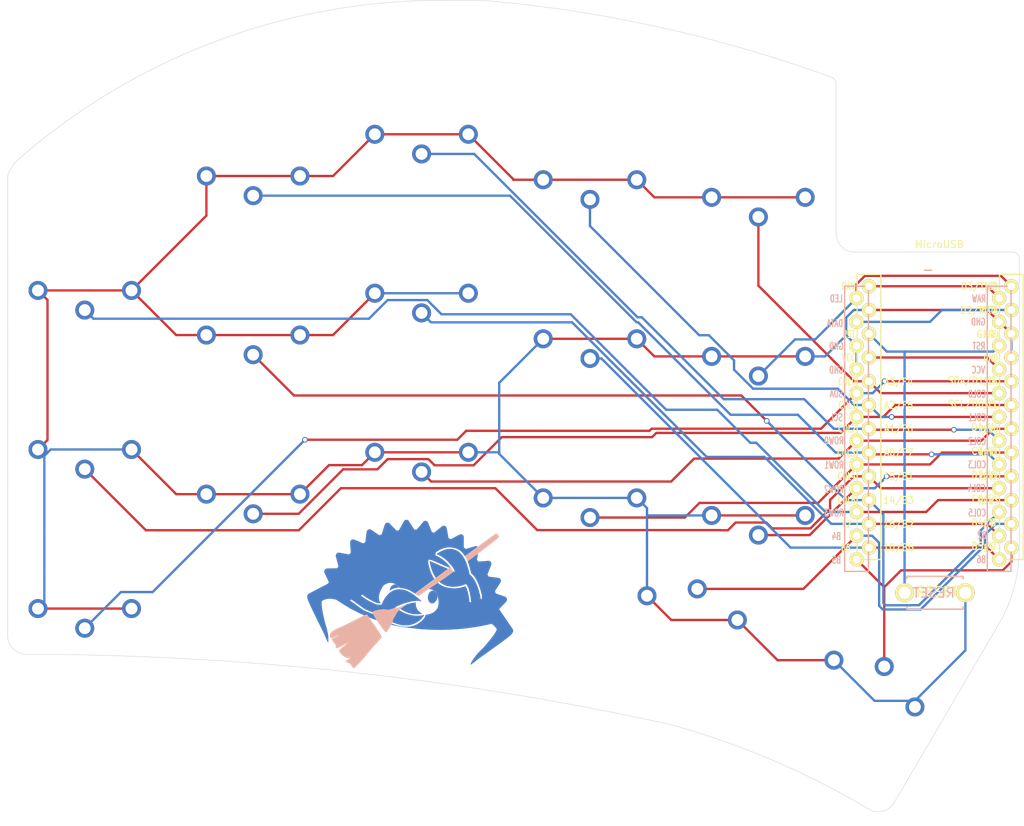
<source format=kicad_pcb>
(kicad_pcb (version 20171130) (host pcbnew 5.1.8)
  (title_block (title Ferris_Sweep_Compact) (date 2020-09-03) (rev 0.1) (company BroomLabs))
  (layers (0 F.Cu signal) (31 B.Cu signal) (34 B.Paste user) (35 F.Paste user) (36 B.SilkS user) (37 F.SilkS user) (38 B.Mask user) (39 F.Mask user) (44 Edge.Cuts user))
  (net 0 "")
  (net 1 row0)
  (net 2 row1)
  (net 3 row2)
  (net 4 row3)
  (net 5 GND)
  (net 6 VCC)
  (net 7 col0)
  (net 8 col1)
  (net 9 col2)
  (net 10 col3)
  (net 11 col4)
  (net 12 col5)
  (net 13 LED)
  (net 14 data)
  (net 15 reset)
  (net 16 SCL)
  (net 17 SDA)
  (net 18 "Net-(U1-Pad24)")
  (net 19 "Net-(U1-Pad14)")
  (net 20 "Net-(U1-Pad13)")
  (net 21 "Net-(U1-Pad12)")
  (net 22 "Net-(U1-Pad11)")
  (module kbd:ProMicro_v2 (layer F.Cu) (at 135.382 60.198)
    (fp_text reference U1 hide)
    (fp_text value ProMicro hide)
    (fp_text user - (at -1.2065 -16.256) (layer B.SilkS) (effects (font (thickness 0.15) italic) (justify mirror)))
    (fp_text user A3/F4 (at -4.395 -4.25 unlocked) (layer F.SilkS) (effects (font (size 0.75 0.67) (thickness 0.125))))
    (fp_text user A2/F5 (at -4.395 -1.75 unlocked) (layer F.SilkS) (effects (font (size 0.75 0.67) (thickness 0.125))))
    (fp_text user A1/F6 (at -4.395 0.75 unlocked) (layer F.SilkS) (effects (font (size 0.75 0.67) (thickness 0.125))))
    (fp_text user A0/F7 (at -4.395 3.3 unlocked) (layer F.SilkS) (effects (font (size 0.75 0.67) (thickness 0.125))))
    (fp_text user 15/B1 (at -4.395 5.85 unlocked) (layer F.SilkS) (effects (font (size 0.75 0.67) (thickness 0.125))))
    (fp_text user 14/B3 (at -4.395 8.4 unlocked) (layer F.SilkS) (effects (font (size 0.75 0.67) (thickness 0.125))))
    (fp_text user 10/B6 (at -4.395 13.45 unlocked) (layer F.SilkS) (effects (font (size 0.75 0.67) (thickness 0.125))))
    (fp_text user 16/B2 (at -4.395 10.95 unlocked) (layer F.SilkS) (effects (font (size 0.75 0.67) (thickness 0.125))))
    (fp_text user E6/7 (at 4.705 8.25 unlocked) (layer F.SilkS) (effects (font (size 0.75 0.67) (thickness 0.125))))
    (fp_text user D7/6 (at 4.705 5.7 unlocked) (layer F.SilkS) (effects (font (size 0.75 0.67) (thickness 0.125))))
    (fp_text user D3/TX0 (at 4.155 -14.45 unlocked) (layer F.SilkS) (effects (font (size 0.75 0.67) (thickness 0.125))))
    (fp_text user D4/4 (at 4.705 0.6 unlocked) (layer F.SilkS) (effects (font (size 0.75 0.67) (thickness 0.125))))
    (fp_text user SDA/D1/2 (at 3.455 -4.4 unlocked) (layer F.SilkS) (effects (font (size 0.75 0.67) (thickness 0.125))))
    (fp_text user SCL/D0/3 (at 3.455 -1.9 unlocked) (layer F.SilkS) (effects (font (size 0.75 0.67) (thickness 0.125))))
    (fp_text user C6/5 (at 4.705 3.15 unlocked) (layer F.SilkS) (effects (font (size 0.75 0.67) (thickness 0.125))))
    (fp_text user B5/9 (at 4.705 13.3 unlocked) (layer F.SilkS) (effects (font (size 0.75 0.67) (thickness 0.125))))
    (fp_text user D2/RX1 (at 4.155 -11.9 unlocked) (layer F.SilkS) (effects (font (size 0.75 0.67) (thickness 0.125))))
    (fp_text user B4/8 (at 4.705 10.8 unlocked) (layer F.SilkS) (effects (font (size 0.75 0.67) (thickness 0.125))))
    (fp_text user MicroUSB (at -0.05 -18.95) (layer F.SilkS) (effects (font (size 0.75 0.75) (thickness 0.12))))
    (fp_text user "" (at -0.5 -17.25) (layer F.SilkS))
    (fp_text user "" (at -1.2065 -16.256) (layer B.SilkS) (effects (justify mirror)))
    (fp_text user RAW (at -9.7155 -14.478) (layer F.SilkS) (effects (font (size 0.75 0.5) (thickness 0.125))))
    (fp_text user LED (at 5.5 -14.478) (layer F.SilkS) (effects (font (size 0.75 0.5) (thickness 0.125))))
    (fp_text user GND (at 4.955 -9.35) (layer F.SilkS) (effects (font (size 0.75 0.67) (thickness 0.125))))
    (fp_text user DATA (at 5.35 -11.95) (layer F.SilkS) (effects (font (size 0.75 0.5) (thickness 0.125))))
    (fp_text user RST (at -9.7155 -9.3345) (layer F.SilkS) (effects (font (size 0.75 0.5) (thickness 0.125))))
    (fp_text user GND (at 5.5245 -9.3345) (layer F.SilkS) (effects (font (size 0.75 0.5) (thickness 0.125))))
    (fp_text user VCC (at -9.7155 -6.858) (layer F.SilkS) (effects (font (size 0.75 0.5) (thickness 0.125))))
    (fp_text user GND (at 5.461 -6.7945) (layer F.SilkS) (effects (font (size 0.75 0.5) (thickness 0.125))))
    (fp_text user COL3 (at -10 3.35) (layer F.SilkS) (effects (font (size 0.75 0.5) (thickness 0.125))))
    (fp_text user ROW0 (at 5.2 0.8) (layer F.SilkS) (effects (font (size 0.75 0.5) (thickness 0.125))))
    (fp_text user COL2 (at -9.9 0.762) (layer F.SilkS) (effects (font (size 0.75 0.5) (thickness 0.125))))
    (fp_text user SCL (at 5.461 -1.778) (layer F.SilkS) (effects (font (size 0.75 0.5) (thickness 0.125))))
    (fp_text user COL1 (at -9.85 -1.778) (layer F.SilkS) (effects (font (size 0.75 0.5) (thickness 0.125))))
    (fp_text user SDA (at 5.461 -4.318) (layer F.SilkS) (effects (font (size 0.75 0.5) (thickness 0.125))))
    (fp_text user COL0 (at -9.9 -4.3) (layer F.SilkS) (effects (font (size 0.75 0.5) (thickness 0.125))))
    (fp_text user B6 (at -10.05 13.5) (layer F.SilkS) (effects (font (size 0.75 0.5) (thickness 0.125))))
    (fp_text user B5 (at 5.2 13.5255) (layer F.SilkS) (effects (font (size 0.75 0.5) (thickness 0.125))))
    (fp_text user B4 (at 5.2 10.922) (layer F.SilkS) (effects (font (size 0.75 0.5) (thickness 0.125))))
    (fp_text user B2 (at -9.95 10.95) (layer F.SilkS) (effects (font (size 0.75 0.5) (thickness 0.125))))
    (fp_text user ROW3 (at 5.2 8.4455) (layer F.SilkS) (effects (font (size 0.75 0.5) (thickness 0.125))))
    (fp_text user COL5 (at -9.95 8.4455) (layer F.SilkS) (effects (font (size 0.75 0.5) (thickness 0.125))))
    (fp_text user ROW2 (at 5.2 5.85) (layer F.SilkS) (effects (font (size 0.75 0.5) (thickness 0.125))))
    (fp_text user COL4 (at -9.95 5.85) (layer F.SilkS) (effects (font (size 0.75 0.5) (thickness 0.125))))
    (fp_text user ROW1 (at 5.25 3.302) (layer F.SilkS) (effects (font (size 0.75 0.5) (thickness 0.125))))
    (fp_text user ROW1 (at -11.3 4.6355) (layer B.SilkS) (effects (font (size 0.75 0.5) (thickness 0.125)) (justify mirror)))
    (fp_text user COL4 (at 3.95 7.112) (layer B.SilkS) (effects (font (size 0.75 0.5) (thickness 0.125)) (justify mirror)))
    (fp_text user ROW2 (at -11.3 7.239) (layer B.SilkS) (effects (font (size 0.75 0.5) (thickness 0.125)) (justify mirror)))
    (fp_text user COL5 (at 4 9.75) (layer B.SilkS) (effects (font (size 0.75 0.5) (thickness 0.125)) (justify mirror)))
    (fp_text user ROW3 (at -11.3 9.75) (layer B.SilkS) (effects (font (size 0.75 0.5) (thickness 0.125)) (justify mirror)))
    (fp_text user B2 (at 4.5085 12.1285) (layer B.SilkS) (effects (font (size 0.75 0.5) (thickness 0.125)) (justify mirror)))
    (fp_text user B4 (at -11.049 12.2555) (layer B.SilkS) (effects (font (size 0.75 0.5) (thickness 0.125)) (justify mirror)))
    (fp_text user B5 (at -11.049 14.7955) (layer B.SilkS) (effects (font (size 0.75 0.5) (thickness 0.125)) (justify mirror)))
    (fp_text user B6 (at 4.445 14.732) (layer B.SilkS) (effects (font (size 0.75 0.5) (thickness 0.125)) (justify mirror)))
    (fp_text user COL0 (at 4 -2.95) (layer B.SilkS) (effects (font (size 0.75 0.5) (thickness 0.125)) (justify mirror)))
    (fp_text user SDA (at -11.049 -2.9845) (layer B.SilkS) (effects (font (size 0.75 0.5) (thickness 0.125)) (justify mirror)))
    (fp_text user COL1 (at 4 -0.4445) (layer B.SilkS) (effects (font (size 0.75 0.5) (thickness 0.125)) (justify mirror)))
    (fp_text user SCL (at -11.049 -0.4445) (layer B.SilkS) (effects (font (size 0.75 0.5) (thickness 0.125)) (justify mirror)))
    (fp_text user COL2 (at 4 2.1) (layer B.SilkS) (effects (font (size 0.75 0.5) (thickness 0.125)) (justify mirror)))
    (fp_text user ROW0 (at -11.3 2.032) (layer B.SilkS) (effects (font (size 0.75 0.5) (thickness 0.125)) (justify mirror)))
    (fp_text user COL3 (at 4 4.6) (layer B.SilkS) (effects (font (size 0.75 0.5) (thickness 0.125)) (justify mirror)))
    (fp_text user GND (at -11.049 -5.5245) (layer B.SilkS) (effects (font (size 0.75 0.5) (thickness 0.125)) (justify mirror)))
    (fp_text user VCC (at 4.1275 -5.5245) (layer B.SilkS) (effects (font (size 0.75 0.5) (thickness 0.125)) (justify mirror)))
    (fp_text user GND (at -11.049 -8.0645) (layer B.SilkS) (effects (font (size 0.75 0.5) (thickness 0.125)) (justify mirror)))
    (fp_text user RST (at 4.191 -8.0645) (layer B.SilkS) (effects (font (size 0.75 0.5) (thickness 0.125)) (justify mirror)))
    (fp_text user DATA (at -11.2 -10.5) (layer B.SilkS) (effects (font (size 0.75 0.5) (thickness 0.125)) (justify mirror)))
    (fp_text user GND (at 4.1275 -10.668) (layer B.SilkS) (effects (font (size 0.75 0.5) (thickness 0.125)) (justify mirror)))
    (fp_text user LED (at -11.049 -13.1445) (layer B.SilkS) (effects (font (size 0.75 0.5) (thickness 0.125)) (justify mirror)))
    (fp_text user RAW (at 4.191 -13.1445) (layer B.SilkS) (effects (font (size 0.75 0.5) (thickness 0.125)) (justify mirror)))
    (pad 24 thru_hole circle (at 6.35 -13.208) (size 1.524 1.524) (drill 0.8128) (layers *.Cu *.Mask F.SilkS) (net 18 "Net-(U1-Pad24)"))
    (pad 23 thru_hole circle (at 6.35 -10.668) (size 1.524 1.524) (drill 0.8128) (layers *.Cu *.Mask F.SilkS) (net 5 GND))
    (pad 22 thru_hole circle (at 6.35 -8.128) (size 1.524 1.524) (drill 0.8128) (layers *.Cu *.Mask F.SilkS) (net 15 reset))
    (pad 21 thru_hole circle (at 6.35 -5.588) (size 1.524 1.524) (drill 0.8128) (layers *.Cu *.Mask F.SilkS) (net 6 VCC))
    (pad 20 thru_hole circle (at 6.35 -3.048) (size 1.524 1.524) (drill 0.8128) (layers *.Cu *.Mask F.SilkS) (net 7 col0))
    (pad 19 thru_hole circle (at 6.35 -0.508) (size 1.524 1.524) (drill 0.8128) (layers *.Cu *.Mask F.SilkS) (net 8 col1))
    (pad 18 thru_hole circle (at 6.35 2.032) (size 1.524 1.524) (drill 0.8128) (layers *.Cu *.Mask F.SilkS) (net 9 col2))
    (pad 17 thru_hole circle (at 6.35 4.572) (size 1.524 1.524) (drill 0.8128) (layers *.Cu *.Mask F.SilkS) (net 10 col3))
    (pad 16 thru_hole circle (at 6.35 7.112) (size 1.524 1.524) (drill 0.8128) (layers *.Cu *.Mask F.SilkS) (net 11 col4))
    (pad 15 thru_hole circle (at 6.35 9.652) (size 1.524 1.524) (drill 0.8128) (layers *.Cu *.Mask F.SilkS) (net 12 col5))
    (pad 14 thru_hole circle (at 6.35 12.192) (size 1.524 1.524) (drill 0.8128) (layers *.Cu *.Mask F.SilkS) (net 19 "Net-(U1-Pad14)"))
    (pad 13 thru_hole circle (at 6.35 14.732) (size 1.524 1.524) (drill 0.8128) (layers *.Cu *.Mask F.SilkS) (net 20 "Net-(U1-Pad13)"))
    (pad 12 thru_hole circle (at -8.89 14.732) (size 1.524 1.524) (drill 0.8128) (layers *.Cu *.Mask F.SilkS) (net 21 "Net-(U1-Pad12)"))
    (pad 11 thru_hole circle (at -8.89 12.192) (size 1.524 1.524) (drill 0.8128) (layers *.Cu *.Mask F.SilkS) (net 22 "Net-(U1-Pad11)"))
    (pad 10 thru_hole circle (at -8.89 9.652) (size 1.524 1.524) (drill 0.8128) (layers *.Cu *.Mask F.SilkS) (net 4 row3))
    (pad 9 thru_hole circle (at -8.89 7.112) (size 1.524 1.524) (drill 0.8128) (layers *.Cu *.Mask F.SilkS) (net 3 row2))
    (pad 8 thru_hole circle (at -8.89 4.572) (size 1.524 1.524) (drill 0.8128) (layers *.Cu *.Mask F.SilkS) (net 2 row1))
    (pad 7 thru_hole circle (at -8.89 2.032) (size 1.524 1.524) (drill 0.8128) (layers *.Cu *.Mask F.SilkS) (net 1 row0))
    (pad 6 thru_hole circle (at -8.89 -0.508) (size 1.524 1.524) (drill 0.8128) (layers *.Cu *.Mask F.SilkS) (net 16 SCL))
    (pad 5 thru_hole circle (at -8.89 -3.048) (size 1.524 1.524) (drill 0.8128) (layers *.Cu *.Mask F.SilkS) (net 17 SDA))
    (pad 4 thru_hole circle (at -8.89 -5.588) (size 1.524 1.524) (drill 0.8128) (layers *.Cu *.Mask F.SilkS) (net 5 GND))
    (pad 3 thru_hole circle (at -8.89 -8.128) (size 1.524 1.524) (drill 0.8128) (layers *.Cu *.Mask F.SilkS) (net 5 GND))
    (pad 2 thru_hole circle (at -8.89 -10.668) (size 1.524 1.524) (drill 0.8128) (layers *.Cu *.Mask F.SilkS) (net 14 data))
    (pad 1 thru_hole circle (at -8.89 -13.208) (size 1.524 1.524) (drill 0.8128) (layers *.Cu *.Mask F.SilkS) (net 13 LED))
    (pad 1 thru_hole circle (at 7.6564 -14.478) (size 1.524 1.524) (drill 0.8128) (layers *.Cu *.Mask F.SilkS) (net 13 LED))
    (pad 2 thru_hole circle (at 7.6564 -11.938) (size 1.524 1.524) (drill 0.8128) (layers *.Cu *.Mask F.SilkS) (net 14 data))
    (pad 3 thru_hole circle (at 7.6564 -9.398) (size 1.524 1.524) (drill 0.8128) (layers *.Cu *.Mask F.SilkS) (net 5 GND))
    (pad 4 thru_hole circle (at 7.6564 -6.858) (size 1.524 1.524) (drill 0.8128) (layers *.Cu *.Mask F.SilkS) (net 5 GND))
    (pad 5 thru_hole circle (at 7.6564 -4.318) (size 1.524 1.524) (drill 0.8128) (layers *.Cu *.Mask F.SilkS) (net 17 SDA))
    (pad 6 thru_hole circle (at 7.6564 -1.778) (size 1.524 1.524) (drill 0.8128) (layers *.Cu *.Mask F.SilkS) (net 16 SCL))
    (pad 7 thru_hole circle (at 7.6564 0.762) (size 1.524 1.524) (drill 0.8128) (layers *.Cu *.Mask F.SilkS) (net 1 row0))
    (pad 8 thru_hole circle (at 7.6564 3.302) (size 1.524 1.524) (drill 0.8128) (layers *.Cu *.Mask F.SilkS) (net 2 row1))
    (pad 9 thru_hole circle (at 7.6564 5.842) (size 1.524 1.524) (drill 0.8128) (layers *.Cu *.Mask F.SilkS) (net 3 row2))
    (pad 10 thru_hole circle (at 7.6564 8.382) (size 1.524 1.524) (drill 0.8128) (layers *.Cu *.Mask F.SilkS) (net 4 row3))
    (pad 11 thru_hole circle (at 7.6564 10.922) (size 1.524 1.524) (drill 0.8128) (layers *.Cu *.Mask F.SilkS) (net 22 "Net-(U1-Pad11)"))
    (pad 12 thru_hole circle (at 7.6564 13.462) (size 1.524 1.524) (drill 0.8128) (layers *.Cu *.Mask F.SilkS) (net 21 "Net-(U1-Pad12)"))
    (pad 13 thru_hole circle (at -7.5636 13.462) (size 1.524 1.524) (drill 0.8128) (layers *.Cu *.Mask F.SilkS) (net 20 "Net-(U1-Pad13)"))
    (pad 14 thru_hole circle (at -7.5636 10.922) (size 1.524 1.524) (drill 0.8128) (layers *.Cu *.Mask F.SilkS) (net 19 "Net-(U1-Pad14)"))
    (pad 15 thru_hole circle (at -7.5636 8.382) (size 1.524 1.524) (drill 0.8128) (layers *.Cu *.Mask F.SilkS) (net 12 col5))
    (pad 16 thru_hole circle (at -7.5636 5.842) (size 1.524 1.524) (drill 0.8128) (layers *.Cu *.Mask F.SilkS) (net 11 col4))
    (pad 17 thru_hole circle (at -7.5636 3.302) (size 1.524 1.524) (drill 0.8128) (layers *.Cu *.Mask F.SilkS) (net 10 col3))
    (pad 18 thru_hole circle (at -7.5636 0.762) (size 1.524 1.524) (drill 0.8128) (layers *.Cu *.Mask F.SilkS) (net 9 col2))
    (pad 19 thru_hole circle (at -7.5636 -1.778) (size 1.524 1.524) (drill 0.8128) (layers *.Cu *.Mask F.SilkS) (net 8 col1))
    (pad 20 thru_hole circle (at -7.5636 -4.318) (size 1.524 1.524) (drill 0.8128) (layers *.Cu *.Mask F.SilkS) (net 7 col0))
    (pad 21 thru_hole circle (at -7.5636 -6.858) (size 1.524 1.524) (drill 0.8128) (layers *.Cu *.Mask F.SilkS) (net 6 VCC))
    (pad 22 thru_hole circle (at -7.5636 -9.398) (size 1.524 1.524) (drill 0.8128) (layers *.Cu *.Mask F.SilkS) (net 15 reset))
    (pad 23 thru_hole circle (at -7.5636 -11.938) (size 1.524 1.524) (drill 0.8128) (layers *.Cu *.Mask F.SilkS) (net 5 GND))
    (pad 24 thru_hole circle (at -7.5636 -14.478) (size 1.524 1.524) (drill 0.8128) (layers *.Cu *.Mask F.SilkS) (net 18 "Net-(U1-Pad24)"))
  )
  (module Kailh:SW_PG1350_reversible_b2 (layer B.Cu) (at 126.5 91.48 330)
    (fp_text reference SW21 hide)
    (fp_text value SW_PUSH hide)
    (pad "" np_thru_hole circle (at -5.22 4.2 330) (size 0.9906 0.9906) (drill 0.9906) (layers *.Cu *.Mask))
    (pad 2 thru_hole circle (at 5 -3.8 330) (size 2.032 2.032) (drill 1.27) (layers *.Cu *.Mask) (net 5 GND))
    (pad "" np_thru_hole circle (at 0 0 330) (size 3.429 3.429) (drill 3.429) (layers *.Cu *.Mask))
    (pad 2 thru_hole circle (at -5 -3.8 330) (size 2.032 2.032) (drill 1.27) (layers *.Cu *.Mask) (net 5 GND))
    (pad 1 thru_hole circle (at 0 -5.9 330) (size 2.032 2.032) (drill 1.27) (layers *.Cu *.Mask) (net 21 "Net-(U1-Pad12)"))
    (pad "" np_thru_hole circle (at 5.22 4.2 330) (size 0.9906 0.9906) (drill 0.9906) (layers *.Cu *.Mask))
    (pad "" np_thru_hole circle (at 5.5 0 330) (size 1.7018 1.7018) (drill 1.7018) (layers *.Cu *.Mask))
    (pad "" np_thru_hole circle (at -5.5 0 330) (size 1.7018 1.7018) (drill 1.7018) (layers *.Cu *.Mask))
  )
  (module Kailh:SW_PG1350_reversible_b2 (layer F.Cu) (at 80 42.67)
    (fp_text reference SW10 hide)
    (fp_text value SW_PUSH hide)
    (pad "" np_thru_hole circle (at -5.22 -4.2) (size 0.9906 0.9906) (drill 0.9906) (layers *.Cu *.Mask))
    (pad 2 thru_hole circle (at 5 3.8) (size 2.032 2.032) (drill 1.27) (layers *.Cu *.Mask) (net 5 GND))
    (pad "" np_thru_hole circle (at 0 0) (size 3.429 3.429) (drill 3.429) (layers *.Cu *.Mask))
    (pad 2 thru_hole circle (at -5 3.8) (size 2.032 2.032) (drill 1.27) (layers *.Cu *.Mask) (net 5 GND))
    (pad 1 thru_hole circle (at 0 5.9) (size 2.032 2.032) (drill 1.27) (layers *.Cu *.Mask) (net 19 "Net-(U1-Pad14)"))
    (pad "" np_thru_hole circle (at 5.22 -4.2) (size 0.9906 0.9906) (drill 0.9906) (layers *.Cu *.Mask))
    (pad "" np_thru_hole circle (at 5.5 0) (size 1.7018 1.7018) (drill 1.7018) (layers *.Cu *.Mask))
    (pad "" np_thru_hole circle (at -5.5 0) (size 1.7018 1.7018) (drill 1.7018) (layers *.Cu *.Mask))
  )
  (module Kailh:SW_PG1350_reversible_b2 (layer F.Cu) (at 44 42.37)
    (fp_text reference SW2 hide)
    (fp_text value SW_PUSH hide)
    (pad "" np_thru_hole circle (at -5.22 -4.2) (size 0.9906 0.9906) (drill 0.9906) (layers *.Cu *.Mask))
    (pad 2 thru_hole circle (at 5 3.8) (size 2.032 2.032) (drill 1.27) (layers *.Cu *.Mask) (net 5 GND))
    (pad "" np_thru_hole circle (at 0 0) (size 3.429 3.429) (drill 3.429) (layers *.Cu *.Mask))
    (pad 2 thru_hole circle (at -5 3.8) (size 2.032 2.032) (drill 1.27) (layers *.Cu *.Mask) (net 5 GND))
    (pad 1 thru_hole circle (at 0 5.9) (size 2.032 2.032) (drill 1.27) (layers *.Cu *.Mask) (net 4 row3))
    (pad "" np_thru_hole circle (at 5.22 -4.2) (size 0.9906 0.9906) (drill 0.9906) (layers *.Cu *.Mask))
    (pad "" np_thru_hole circle (at 5.5 0) (size 1.7018 1.7018) (drill 1.7018) (layers *.Cu *.Mask))
    (pad "" np_thru_hole circle (at -5.5 0) (size 1.7018 1.7018) (drill 1.7018) (layers *.Cu *.Mask))
  )
  (module Kailh:SW_PG1350_reversible_b2 (layer F.Cu) (at 62 30.14)
    (fp_text reference SW3 hide)
    (fp_text value SW_PUSH hide)
    (pad "" np_thru_hole circle (at -5.22 -4.2) (size 0.9906 0.9906) (drill 0.9906) (layers *.Cu *.Mask))
    (pad 2 thru_hole circle (at 5 3.8) (size 2.032 2.032) (drill 1.27) (layers *.Cu *.Mask) (net 5 GND))
    (pad "" np_thru_hole circle (at 0 0) (size 3.429 3.429) (drill 3.429) (layers *.Cu *.Mask))
    (pad 2 thru_hole circle (at -5 3.8) (size 2.032 2.032) (drill 1.27) (layers *.Cu *.Mask) (net 5 GND))
    (pad 1 thru_hole circle (at 0 5.9) (size 2.032 2.032) (drill 1.27) (layers *.Cu *.Mask) (net 10 col3))
    (pad "" np_thru_hole circle (at 5.22 -4.2) (size 0.9906 0.9906) (drill 0.9906) (layers *.Cu *.Mask))
    (pad "" np_thru_hole circle (at 5.5 0) (size 1.7018 1.7018) (drill 1.7018) (layers *.Cu *.Mask))
    (pad "" np_thru_hole circle (at -5.5 0) (size 1.7018 1.7018) (drill 1.7018) (layers *.Cu *.Mask))
  )
  (module Kailh:SW_PG1350_reversible_b2 (layer F.Cu) (at 80 25.68)
    (fp_text reference SW4 hide)
    (fp_text value SW_PUSH hide)
    (pad "" np_thru_hole circle (at -5.22 -4.2) (size 0.9906 0.9906) (drill 0.9906) (layers *.Cu *.Mask))
    (pad 2 thru_hole circle (at 5 3.8) (size 2.032 2.032) (drill 1.27) (layers *.Cu *.Mask) (net 5 GND))
    (pad "" np_thru_hole circle (at 0 0) (size 3.429 3.429) (drill 3.429) (layers *.Cu *.Mask))
    (pad 2 thru_hole circle (at -5 3.8) (size 2.032 2.032) (drill 1.27) (layers *.Cu *.Mask) (net 5 GND))
    (pad 1 thru_hole circle (at 0 5.9) (size 2.032 2.032) (drill 1.27) (layers *.Cu *.Mask) (net 9 col2))
    (pad "" np_thru_hole circle (at 5.22 -4.2) (size 0.9906 0.9906) (drill 0.9906) (layers *.Cu *.Mask))
    (pad "" np_thru_hole circle (at 5.5 0) (size 1.7018 1.7018) (drill 1.7018) (layers *.Cu *.Mask))
    (pad "" np_thru_hole circle (at -5.5 0) (size 1.7018 1.7018) (drill 1.7018) (layers *.Cu *.Mask))
  )
  (module Kailh:SW_PG1350_reversible_b2 (layer F.Cu) (at 98 30.54)
    (fp_text reference SW5 hide)
    (fp_text value SW_PUSH hide)
    (pad "" np_thru_hole circle (at -5.22 -4.2) (size 0.9906 0.9906) (drill 0.9906) (layers *.Cu *.Mask))
    (pad 2 thru_hole circle (at 5 3.8) (size 2.032 2.032) (drill 1.27) (layers *.Cu *.Mask) (net 5 GND))
    (pad "" np_thru_hole circle (at 0 0) (size 3.429 3.429) (drill 3.429) (layers *.Cu *.Mask))
    (pad 2 thru_hole circle (at -5 3.8) (size 2.032 2.032) (drill 1.27) (layers *.Cu *.Mask) (net 5 GND))
    (pad 1 thru_hole circle (at 0 5.9) (size 2.032 2.032) (drill 1.27) (layers *.Cu *.Mask) (net 8 col1))
    (pad "" np_thru_hole circle (at 5.22 -4.2) (size 0.9906 0.9906) (drill 0.9906) (layers *.Cu *.Mask))
    (pad "" np_thru_hole circle (at 5.5 0) (size 1.7018 1.7018) (drill 1.7018) (layers *.Cu *.Mask))
    (pad "" np_thru_hole circle (at -5.5 0) (size 1.7018 1.7018) (drill 1.7018) (layers *.Cu *.Mask))
  )
  (module Kailh:SW_PG1350_reversible_b2 (layer F.Cu) (at 116 32.42)
    (fp_text reference SW6 hide)
    (fp_text value SW_PUSH hide)
    (pad "" np_thru_hole circle (at -5.22 -4.2) (size 0.9906 0.9906) (drill 0.9906) (layers *.Cu *.Mask))
    (pad 2 thru_hole circle (at 5 3.8) (size 2.032 2.032) (drill 1.27) (layers *.Cu *.Mask) (net 5 GND))
    (pad "" np_thru_hole circle (at 0 0) (size 3.429 3.429) (drill 3.429) (layers *.Cu *.Mask))
    (pad 2 thru_hole circle (at -5 3.8) (size 2.032 2.032) (drill 1.27) (layers *.Cu *.Mask) (net 5 GND))
    (pad 1 thru_hole circle (at 0 5.9) (size 2.032 2.032) (drill 1.27) (layers *.Cu *.Mask) (net 7 col0))
    (pad "" np_thru_hole circle (at 5.22 -4.2) (size 0.9906 0.9906) (drill 0.9906) (layers *.Cu *.Mask))
    (pad "" np_thru_hole circle (at 5.5 0) (size 1.7018 1.7018) (drill 1.7018) (layers *.Cu *.Mask))
    (pad "" np_thru_hole circle (at -5.5 0) (size 1.7018 1.7018) (drill 1.7018) (layers *.Cu *.Mask))
  )
  (module Kailh:SW_PG1350_reversible_b2 (layer F.Cu) (at 44 59.37)
    (fp_text reference SW8 hide)
    (fp_text value SW_PUSH hide)
    (pad "" np_thru_hole circle (at -5.22 -4.2) (size 0.9906 0.9906) (drill 0.9906) (layers *.Cu *.Mask))
    (pad 2 thru_hole circle (at 5 3.8) (size 2.032 2.032) (drill 1.27) (layers *.Cu *.Mask) (net 5 GND))
    (pad "" np_thru_hole circle (at 0 0) (size 3.429 3.429) (drill 3.429) (layers *.Cu *.Mask))
    (pad 2 thru_hole circle (at -5 3.8) (size 2.032 2.032) (drill 1.27) (layers *.Cu *.Mask) (net 5 GND))
    (pad 1 thru_hole circle (at 0 5.9) (size 2.032 2.032) (drill 1.27) (layers *.Cu *.Mask) (net 11 col4))
    (pad "" np_thru_hole circle (at 5.22 -4.2) (size 0.9906 0.9906) (drill 0.9906) (layers *.Cu *.Mask))
    (pad "" np_thru_hole circle (at 5.5 0) (size 1.7018 1.7018) (drill 1.7018) (layers *.Cu *.Mask))
    (pad "" np_thru_hole circle (at -5.5 0) (size 1.7018 1.7018) (drill 1.7018) (layers *.Cu *.Mask))
  )
  (module Kailh:SW_PG1350_reversible_b2 (layer F.Cu) (at 62 47.14)
    (fp_text reference SW9 hide)
    (fp_text value SW_PUSH hide)
    (pad "" np_thru_hole circle (at -5.22 -4.2) (size 0.9906 0.9906) (drill 0.9906) (layers *.Cu *.Mask))
    (pad 2 thru_hole circle (at 5 3.8) (size 2.032 2.032) (drill 1.27) (layers *.Cu *.Mask) (net 5 GND))
    (pad "" np_thru_hole circle (at 0 0) (size 3.429 3.429) (drill 3.429) (layers *.Cu *.Mask))
    (pad 2 thru_hole circle (at -5 3.8) (size 2.032 2.032) (drill 1.27) (layers *.Cu *.Mask) (net 5 GND))
    (pad 1 thru_hole circle (at 0 5.9) (size 2.032 2.032) (drill 1.27) (layers *.Cu *.Mask) (net 12 col5))
    (pad "" np_thru_hole circle (at 5.22 -4.2) (size 0.9906 0.9906) (drill 0.9906) (layers *.Cu *.Mask))
    (pad "" np_thru_hole circle (at 5.5 0) (size 1.7018 1.7018) (drill 1.7018) (layers *.Cu *.Mask))
    (pad "" np_thru_hole circle (at -5.5 0) (size 1.7018 1.7018) (drill 1.7018) (layers *.Cu *.Mask))
  )
  (module Kailh:SW_PG1350_reversible_b2 (layer F.Cu) (at 98 47.54)
    (fp_text reference SW11 hide)
    (fp_text value SW_PUSH hide)
    (pad "" np_thru_hole circle (at -5.22 -4.2) (size 0.9906 0.9906) (drill 0.9906) (layers *.Cu *.Mask))
    (pad 2 thru_hole circle (at 5 3.8) (size 2.032 2.032) (drill 1.27) (layers *.Cu *.Mask) (net 5 GND))
    (pad "" np_thru_hole circle (at 0 0) (size 3.429 3.429) (drill 3.429) (layers *.Cu *.Mask))
    (pad 2 thru_hole circle (at -5 3.8) (size 2.032 2.032) (drill 1.27) (layers *.Cu *.Mask) (net 5 GND))
    (pad 1 thru_hole circle (at 0 5.9) (size 2.032 2.032) (drill 1.27) (layers *.Cu *.Mask) (net 20 "Net-(U1-Pad13)"))
    (pad "" np_thru_hole circle (at 5.22 -4.2) (size 0.9906 0.9906) (drill 0.9906) (layers *.Cu *.Mask))
    (pad "" np_thru_hole circle (at 5.5 0) (size 1.7018 1.7018) (drill 1.7018) (layers *.Cu *.Mask))
    (pad "" np_thru_hole circle (at -5.5 0) (size 1.7018 1.7018) (drill 1.7018) (layers *.Cu *.Mask))
  )
  (module Kailh:SW_PG1350_reversible_b2 (layer F.Cu) (at 116 49.42)
    (fp_text reference SW12 hide)
    (fp_text value SW_PUSH hide)
    (pad "" np_thru_hole circle (at -5.22 -4.2) (size 0.9906 0.9906) (drill 0.9906) (layers *.Cu *.Mask))
    (pad 2 thru_hole circle (at 5 3.8) (size 2.032 2.032) (drill 1.27) (layers *.Cu *.Mask) (net 5 GND))
    (pad "" np_thru_hole circle (at 0 0) (size 3.429 3.429) (drill 3.429) (layers *.Cu *.Mask))
    (pad 2 thru_hole circle (at -5 3.8) (size 2.032 2.032) (drill 1.27) (layers *.Cu *.Mask) (net 5 GND))
    (pad 1 thru_hole circle (at 0 5.9) (size 2.032 2.032) (drill 1.27) (layers *.Cu *.Mask) (net 13 LED))
    (pad "" np_thru_hole circle (at 5.22 -4.2) (size 0.9906 0.9906) (drill 0.9906) (layers *.Cu *.Mask))
    (pad "" np_thru_hole circle (at 5.5 0) (size 1.7018 1.7018) (drill 1.7018) (layers *.Cu *.Mask))
    (pad "" np_thru_hole circle (at -5.5 0) (size 1.7018 1.7018) (drill 1.7018) (layers *.Cu *.Mask))
  )
  (module Kailh:SW_PG1350_reversible_b2 (layer F.Cu) (at 62 64.145)
    (fp_text reference SW15 hide)
    (fp_text value SW_PUSH hide)
    (pad "" np_thru_hole circle (at -5.22 -4.2) (size 0.9906 0.9906) (drill 0.9906) (layers *.Cu *.Mask))
    (pad 2 thru_hole circle (at 5 3.8) (size 2.032 2.032) (drill 1.27) (layers *.Cu *.Mask) (net 5 GND))
    (pad "" np_thru_hole circle (at 0 0) (size 3.429 3.429) (drill 3.429) (layers *.Cu *.Mask))
    (pad 2 thru_hole circle (at -5 3.8) (size 2.032 2.032) (drill 1.27) (layers *.Cu *.Mask) (net 5 GND))
    (pad 1 thru_hole circle (at 0 5.9) (size 2.032 2.032) (drill 1.27) (layers *.Cu *.Mask) (net 16 SCL))
    (pad "" np_thru_hole circle (at 5.22 -4.2) (size 0.9906 0.9906) (drill 0.9906) (layers *.Cu *.Mask))
    (pad "" np_thru_hole circle (at 5.5 0) (size 1.7018 1.7018) (drill 1.7018) (layers *.Cu *.Mask))
    (pad "" np_thru_hole circle (at -5.5 0) (size 1.7018 1.7018) (drill 1.7018) (layers *.Cu *.Mask))
  )
  (module Kailh:SW_PG1350_reversible_b2 (layer F.Cu) (at 80 59.67)
    (fp_text reference SW16 hide)
    (fp_text value SW_PUSH hide)
    (pad "" np_thru_hole circle (at -5.22 -4.2) (size 0.9906 0.9906) (drill 0.9906) (layers *.Cu *.Mask))
    (pad 2 thru_hole circle (at 5 3.8) (size 2.032 2.032) (drill 1.27) (layers *.Cu *.Mask) (net 5 GND))
    (pad "" np_thru_hole circle (at 0 0) (size 3.429 3.429) (drill 3.429) (layers *.Cu *.Mask))
    (pad 2 thru_hole circle (at -5 3.8) (size 2.032 2.032) (drill 1.27) (layers *.Cu *.Mask) (net 5 GND))
    (pad 1 thru_hole circle (at 0 5.9) (size 2.032 2.032) (drill 1.27) (layers *.Cu *.Mask) (net 1 row0))
    (pad "" np_thru_hole circle (at 5.22 -4.2) (size 0.9906 0.9906) (drill 0.9906) (layers *.Cu *.Mask))
    (pad "" np_thru_hole circle (at 5.5 0) (size 1.7018 1.7018) (drill 1.7018) (layers *.Cu *.Mask))
    (pad "" np_thru_hole circle (at -5.5 0) (size 1.7018 1.7018) (drill 1.7018) (layers *.Cu *.Mask))
  )
  (module Kailh:SW_PG1350_reversible_b2 (layer F.Cu) (at 98 64.545)
    (fp_text reference SW17 hide)
    (fp_text value SW_PUSH hide)
    (pad "" np_thru_hole circle (at -5.22 -4.2) (size 0.9906 0.9906) (drill 0.9906) (layers *.Cu *.Mask))
    (pad 2 thru_hole circle (at 5 3.8) (size 2.032 2.032) (drill 1.27) (layers *.Cu *.Mask) (net 5 GND))
    (pad "" np_thru_hole circle (at 0 0) (size 3.429 3.429) (drill 3.429) (layers *.Cu *.Mask))
    (pad 2 thru_hole circle (at -5 3.8) (size 2.032 2.032) (drill 1.27) (layers *.Cu *.Mask) (net 5 GND))
    (pad 1 thru_hole circle (at 0 5.9) (size 2.032 2.032) (drill 1.27) (layers *.Cu *.Mask) (net 2 row1))
    (pad "" np_thru_hole circle (at 5.22 -4.2) (size 0.9906 0.9906) (drill 0.9906) (layers *.Cu *.Mask))
    (pad "" np_thru_hole circle (at 5.5 0) (size 1.7018 1.7018) (drill 1.7018) (layers *.Cu *.Mask))
    (pad "" np_thru_hole circle (at -5.5 0) (size 1.7018 1.7018) (drill 1.7018) (layers *.Cu *.Mask))
  )
  (module Kailh:SW_PG1350_reversible_b2 (layer F.Cu) (at 116 66.42)
    (fp_text reference SW18 hide)
    (fp_text value SW_PUSH hide)
    (pad "" np_thru_hole circle (at -5.22 -4.2) (size 0.9906 0.9906) (drill 0.9906) (layers *.Cu *.Mask))
    (pad 2 thru_hole circle (at 5 3.8) (size 2.032 2.032) (drill 1.27) (layers *.Cu *.Mask) (net 5 GND))
    (pad "" np_thru_hole circle (at 0 0) (size 3.429 3.429) (drill 3.429) (layers *.Cu *.Mask))
    (pad 2 thru_hole circle (at -5 3.8) (size 2.032 2.032) (drill 1.27) (layers *.Cu *.Mask) (net 5 GND))
    (pad 1 thru_hole circle (at 0 5.9) (size 2.032 2.032) (drill 1.27) (layers *.Cu *.Mask) (net 3 row2))
    (pad "" np_thru_hole circle (at 5.22 -4.2) (size 0.9906 0.9906) (drill 0.9906) (layers *.Cu *.Mask))
    (pad "" np_thru_hole circle (at 5.5 0) (size 1.7018 1.7018) (drill 1.7018) (layers *.Cu *.Mask))
    (pad "" np_thru_hole circle (at -5.5 0) (size 1.7018 1.7018) (drill 1.7018) (layers *.Cu *.Mask))
  )
  (module Kailh:SW_PG1350_reversible_b2 (layer B.Cu) (at 107.94 83.77 345)
    (fp_text reference SW20 hide)
    (fp_text value SW_PUSH hide)
    (pad "" np_thru_hole circle (at -5.22 4.2 345) (size 0.9906 0.9906) (drill 0.9906) (layers *.Cu *.Mask))
    (pad 2 thru_hole circle (at 5 -3.8 345) (size 2.032 2.032) (drill 1.27) (layers *.Cu *.Mask) (net 5 GND))
    (pad "" np_thru_hole circle (at 0 0 345) (size 3.429 3.429) (drill 3.429) (layers *.Cu *.Mask))
    (pad 2 thru_hole circle (at -5 -3.8 345) (size 2.032 2.032) (drill 1.27) (layers *.Cu *.Mask) (net 5 GND))
    (pad 1 thru_hole circle (at 0 -5.9 345) (size 2.032 2.032) (drill 1.27) (layers *.Cu *.Mask) (net 22 "Net-(U1-Pad11)"))
    (pad "" np_thru_hole circle (at 5.22 4.2 345) (size 0.9906 0.9906) (drill 0.9906) (layers *.Cu *.Mask))
    (pad "" np_thru_hole circle (at 5.5 0 345) (size 1.7018 1.7018) (drill 1.7018) (layers *.Cu *.Mask))
    (pad "" np_thru_hole circle (at -5.5 0 345) (size 1.7018 1.7018) (drill 1.7018) (layers *.Cu *.Mask))
  )
  (module Kailh:SW_PG1350_reversible_b2 (layer F.Cu) (at 44 76.375)
    (fp_text reference SW14 hide)
    (fp_text value SW_PUSH hide)
    (pad "" np_thru_hole circle (at -5.22 -4.2) (size 0.9906 0.9906) (drill 0.9906) (layers *.Cu *.Mask))
    (pad 2 thru_hole circle (at 5 3.8) (size 2.032 2.032) (drill 1.27) (layers *.Cu *.Mask) (net 5 GND))
    (pad "" np_thru_hole circle (at 0 0) (size 3.429 3.429) (drill 3.429) (layers *.Cu *.Mask))
    (pad 2 thru_hole circle (at -5 3.8) (size 2.032 2.032) (drill 1.27) (layers *.Cu *.Mask) (net 5 GND))
    (pad 1 thru_hole circle (at 0 5.9) (size 2.032 2.032) (drill 1.27) (layers *.Cu *.Mask) (net 17 SDA))
    (pad "" np_thru_hole circle (at 5.22 -4.2) (size 0.9906 0.9906) (drill 0.9906) (layers *.Cu *.Mask))
    (pad "" np_thru_hole circle (at 5.5 0) (size 1.7018 1.7018) (drill 1.7018) (layers *.Cu *.Mask))
    (pad "" np_thru_hole circle (at -5.5 0) (size 1.7018 1.7018) (drill 1.7018) (layers *.Cu *.Mask))
  )
  (module Kailh:ferris_broom (layer B.Cu) (at 80.3 79.15 171)
    (fp_text reference G*** hide)
    (fp_text value LOGO hide)
    (fp_poly (pts (xy -0.761144 1.032642) (xy -0.688709 1.008644) (xy -0.619188 0.970622) (xy -0.554768 0.920001) (xy -0.497637 0.858202) (xy -0.453968 0.7937) (xy -0.437483 0.766692) (xy -0.423416 0.746579) (xy -0.414329 0.736954) (xy -0.413252 0.7366) (xy -0.408833 0.731565) (xy -0.409736 0.729585) (xy -0.40904 0.718656) (xy -0.402935 0.697092) (xy -0.39386 0.672435) (xy -0.369521 0.596952) (xy -0.351987 0.510702) (xy -0.341678 0.418605) (xy -0.339017 0.32558) (xy -0.344425 0.236545) (xy -0.352075 0.18519) (xy -0.377889 0.081805) (xy -0.41398 -0.0129) (xy -0.459406 -0.097763) (xy -0.513225 -0.171624) (xy -0.574496 -0.233322) (xy -0.642278 -0.281697) (xy -0.715627 -0.315587) (xy -0.770126 -0.330135) (xy -0.812297 -0.336403) (xy -0.84915 -0.337012) (xy -0.888665 -0.331696) (xy -0.918634 -0.325158) (xy -0.947744 -0.318386) (xy -0.971301 -0.313186) (xy -0.982134 -0.311051) (xy -0.996128 -0.306431) (xy -0.999067 -0.304242) (xy -1.00783 -0.297463) (xy -1.026684 -0.284345) (xy -1.050959 -0.268116) (xy -1.110231 -0.221059) (xy -1.166285 -0.161274) (xy -1.215754 -0.092966) (xy -1.255272 -0.02034) (xy -1.262352 -0.004066) (xy -1.273749 0.020663) (xy -1.283702 0.037495) (xy -1.288991 0.042333) (xy -1.29308 0.047331) (xy -1.292297 0.048972) (xy -1.29238 0.059871) (xy -1.296468 0.082275) (xy -1.303688 0.111476) (xy -1.304231 0.113444) (xy -1.327325 0.227527) (xy -1.335016 0.34511) (xy -1.327592 0.463403) (xy -1.305338 0.579617) (xy -1.268541 0.690962) (xy -1.238078 0.757245) (xy -1.212207 0.803246) (xy -1.184334 0.842806) (xy -1.149579 0.88249) (xy -1.130553 0.901979) (xy -1.06388 0.960545) (xy -0.99682 1.002787) (xy -0.928123 1.029293) (xy -0.856537 1.040651) (xy -0.834305 1.041193) (xy -0.761144 1.032642)) (layer B.Cu) (width 0.01))
    (fp_poly (pts (xy 0.052888 4.087984) (xy 0.067946 4.079375) (xy 0.071756 4.073128) (xy 0.07085 4.059512) (xy 0.064982 4.03481) (xy 0.055664 4.003581) (xy 0.04441 3.970386) (xy 0.03273 3.939783) (xy 0.02214 3.916334) (xy 0.016767 3.907366) (xy 0.010832 3.893836) (xy 0.004762 3.872028) (xy 0.004159 3.869266) (xy -0.003308 3.842764) (xy -0.014528 3.811802) (xy -0.018829 3.801533) (xy -0.03027 3.775245) (xy -0.039771 3.753029) (xy -0.042495 3.7465) (xy -0.04953 3.730048) (xy -0.060889 3.704188) (xy -0.072213 3.678766) (xy -0.086497 3.646732) (xy -0.100004 3.616147) (xy -0.107773 3.598333) (xy -0.137922 3.531005) (xy -0.174157 3.454212) (xy -0.214352 3.372161) (xy -0.256382 3.289058) (xy -0.298121 3.209106) (xy -0.337444 3.136512) (xy -0.370957 3.077633) (xy -0.391222 3.043677) (xy -0.413332 3.007382) (xy -0.435134 2.972196) (xy -0.454476 2.941566) (xy -0.469206 2.918939) (xy -0.476711 2.9083) (xy -0.48595 2.895421) (xy -0.497936 2.877082) (xy -0.513303 2.853756) (xy -0.533916 2.824013) (xy -0.557709 2.79065) (xy -0.582619 2.756464) (xy -0.606581 2.724252) (xy -0.627533 2.696811) (xy -0.643408 2.676938) (xy -0.652144 2.66743) (xy -0.652973 2.667) (xy -0.660355 2.660075) (xy -0.664298 2.651123) (xy -0.673008 2.635835) (xy -0.689343 2.61518) (xy -0.698736 2.604976) (xy -0.715673 2.586607) (xy -0.726298 2.573295) (xy -0.728134 2.56965) (xy -0.733627 2.561506) (xy -0.748032 2.545003) (xy -0.768237 2.523705) (xy -0.76835 2.523589) (xy -0.794189 2.496813) (xy -0.819673 2.469716) (xy -0.835159 2.452748) (xy -0.86175 2.422912) (xy -1.158369 2.724873) (xy -1.219019 2.786647) (xy -1.278002 2.846784) (xy -1.333865 2.903799) (xy -1.385155 2.956205) (xy -1.430418 3.002516) (xy -1.468201 3.041247) (xy -1.49705 3.070911) (xy -1.515514 3.090024) (xy -1.51581 3.090333) (xy -1.56207 3.138555) (xy -1.611662 3.190118) (xy -1.663079 3.243469) (xy -1.714819 3.297056) (xy -1.765376 3.349325) (xy -1.813246 3.398726) (xy -1.856925 3.443704) (xy -1.894908 3.482708) (xy -1.92569 3.514185) (xy -1.947768 3.536582) (xy -1.959637 3.548348) (xy -1.959727 3.548433) (xy -1.9759 3.565761) (xy -1.978192 3.576207) (xy -1.965537 3.581956) (xy -1.942011 3.584799) (xy -1.91354 3.58933) (xy -1.880453 3.597637) (xy -1.868196 3.601528) (xy -1.82972 3.613943) (xy -1.786833 3.626519) (xy -1.744246 3.638004) (xy -1.706667 3.647148) (xy -1.678803 3.652702) (xy -1.672167 3.653571) (xy -1.653829 3.656896) (xy -1.623755 3.664005) (xy -1.58642 3.673788) (xy -1.553634 3.682993) (xy -1.510782 3.695357) (xy -1.479633 3.704135) (xy -1.455635 3.710481) (xy -1.434232 3.715547) (xy -1.410872 3.720485) (xy -1.385129 3.72563) (xy -1.355075 3.732541) (xy -1.317487 3.742489) (xy -1.283529 3.752409) (xy -1.251355 3.761857) (xy -1.223427 3.769199) (xy -1.205497 3.772929) (xy -1.204841 3.773008) (xy -1.181435 3.778879) (xy -1.169414 3.784057) (xy -1.147629 3.79112) (xy -1.130044 3.793066) (xy -1.107168 3.795689) (xy -1.075265 3.802379) (xy -1.041202 3.811367) (xy -1.011848 3.820886) (xy -0.997065 3.827303) (xy -0.975917 3.83424) (xy -0.964759 3.8354) (xy -0.942082 3.839439) (xy -0.931763 3.843637) (xy -0.916052 3.848932) (xy -0.889144 3.855136) (xy -0.856636 3.860974) (xy -0.854003 3.861381) (xy -0.819323 3.867642) (xy -0.787922 3.874987) (xy -0.7665 3.881844) (xy -0.766234 3.881959) (xy -0.743653 3.890216) (xy -0.710769 3.900366) (xy -0.67269 3.911045) (xy -0.634522 3.920888) (xy -0.601371 3.928531) (xy -0.578345 3.93261) (xy -0.575734 3.932855) (xy -0.557083 3.934882) (xy -0.548217 3.936735) (xy -0.535517 3.940906) (xy -0.522538 3.945174) (xy -0.516467 3.947345) (xy -0.502069 3.951826) (xy -0.476921 3.958971) (xy -0.448734 3.966623) (xy -0.416124 3.975439) (xy -0.3866 3.983671) (xy -0.369154 3.988759) (xy -0.341596 3.994399) (xy -0.31793 3.996266) (xy -0.296675 3.998551) (xy -0.283211 4.004005) (xy -0.269512 4.010381) (xy -0.249767 4.014268) (xy -0.228754 4.017909) (xy -0.2159 4.022617) (xy -0.203902 4.027361) (xy -0.180333 4.034346) (xy -0.150148 4.042109) (xy -0.148167 4.042584) (xy -0.116958 4.050284) (xy -0.09127 4.057076) (xy -0.076484 4.061535) (xy -0.0762 4.061643) (xy -0.053269 4.06856) (xy -0.024518 4.072745) (xy -0.009989 4.073958) (xy 0.010378 4.077186) (xy 0.021933 4.082265) (xy 0.02226 4.082704) (xy 0.034915 4.089624) (xy 0.052888 4.087984)) (layer B.Cu) (width 0.01))
    (fp_poly (pts (xy 2.497362 -1.60812) (xy 2.516201 -1.630541) (xy 2.539606 -1.66204) (xy 2.565698 -1.699782) (xy 2.5926 -1.740931) (xy 2.618435 -1.782653) (xy 2.641323 -1.822112) (xy 2.659388 -1.856474) (xy 2.666144 -1.871134) (xy 2.675174 -1.8922) (xy 2.682735 -1.910202) (xy 2.689668 -1.927504) (xy 2.696814 -1.946474) (xy 2.705016 -1.969476) (xy 2.715116 -1.998877) (xy 2.727955 -2.037044) (xy 2.744376 -2.086341) (xy 2.76522 -2.149136) (xy 2.767277 -2.155335) (xy 2.79547 -2.239012) (xy 2.819709 -2.307903) (xy 2.840648 -2.363518) (xy 2.858937 -2.407367) (xy 2.875227 -2.440961) (xy 2.89017 -2.465808) (xy 2.904417 -2.483419) (xy 2.911698 -2.490161) (xy 2.924037 -2.502392) (xy 2.934069 -2.517875) (xy 2.942227 -2.538695) (xy 2.948946 -2.566937) (xy 2.95466 -2.604686) (xy 2.959803 -2.654024) (xy 2.96481 -2.717037) (xy 2.967712 -2.759011) (xy 2.971473 -2.813088) (xy 2.975206 -2.862625) (xy 2.978665 -2.904682) (xy 2.981607 -2.936322) (xy 2.983786 -2.954605) (xy 2.984118 -2.956442) (xy 2.985216 -2.974616) (xy 2.981467 -2.983758) (xy 2.97033 -2.98773) (xy 2.946718 -2.994554) (xy 2.91464 -3.003205) (xy 2.878104 -3.012654) (xy 2.841119 -3.021876) (xy 2.807693 -3.029842) (xy 2.781834 -3.035526) (xy 2.772833 -3.037218) (xy 2.740017 -3.043049) (xy 2.723886 -3.046878) (xy 2.722033 -3.048) (xy 2.719498 -3.049406) (xy 2.709937 -3.051762) (xy 2.690419 -3.055686) (xy 2.658012 -3.061798) (xy 2.645833 -3.064058) (xy 2.614701 -3.069857) (xy 2.587473 -3.074983) (xy 2.574205 -3.077523) (xy 2.535792 -3.084308) (xy 2.495217 -3.090398) (xy 2.461515 -3.094444) (xy 2.459566 -3.094623) (xy 2.441732 -3.096694) (xy 2.434168 -3.098528) (xy 2.434166 -3.098549) (xy 2.428371 -3.100759) (xy 2.410016 -3.103448) (xy 2.377646 -3.106789) (xy 2.330536 -3.110895) (xy 2.295418 -3.114121) (xy 2.26487 -3.117492) (xy 2.244401 -3.120386) (xy 2.241636 -3.120933) (xy 2.228674 -3.122143) (xy 2.20227 -3.123376) (xy 2.165199 -3.124589) (xy 2.120237 -3.125741) (xy 2.070161 -3.126787) (xy 2.017746 -3.127685) (xy 1.965769 -3.128391) (xy 1.917005 -3.128864) (xy 1.874231 -3.129059) (xy 1.840222 -3.128935) (xy 1.817755 -3.128447) (xy 1.80964 -3.127619) (xy 1.80059 -3.125979) (xy 1.778374 -3.123731) (xy 1.746735 -3.12122) (xy 1.722759 -3.119603) (xy 1.686698 -3.117077) (xy 1.657337 -3.114552) (xy 1.638536 -3.112386) (xy 1.633822 -3.111349) (xy 1.623392 -3.108867) (xy 1.601612 -3.105606) (xy 1.582881 -3.103358) (xy 1.546821 -3.098908) (xy 1.506196 -3.093174) (xy 1.485899 -3.090012) (xy 1.46071 -3.085747) (xy 1.438737 -3.081498) (xy 1.415266 -3.076189) (xy 1.385583 -3.068743) (xy 1.344976 -3.058082) (xy 1.337733 -3.056161) (xy 1.310785 -3.049549) (xy 1.288338 -3.04495) (xy 1.282699 -3.044111) (xy 1.268811 -3.040638) (xy 1.242749 -3.032461) (xy 1.207278 -3.020578) (xy 1.165163 -3.00599) (xy 1.119166 -2.989694) (xy 1.072051 -2.972691) (xy 1.026583 -2.95598) (xy 0.985526 -2.940559) (xy 0.951642 -2.927428) (xy 0.927696 -2.917587) (xy 0.916451 -2.912034) (xy 0.915969 -2.911525) (xy 0.906915 -2.904901) (xy 0.887855 -2.896703) (xy 0.882536 -2.894864) (xy 0.856579 -2.884295) (xy 0.826 -2.869128) (xy 0.812405 -2.861501) (xy 0.786428 -2.847093) (xy 0.763679 -2.835999) (xy 0.754822 -2.832509) (xy 0.740471 -2.824911) (xy 0.736599 -2.81883) (xy 0.729994 -2.811342) (xy 0.726931 -2.810934) (xy 0.715304 -2.806599) (xy 0.694376 -2.795414) (xy 0.668528 -2.780109) (xy 0.642141 -2.763411) (xy 0.619594 -2.748049) (xy 0.605269 -2.736753) (xy 0.602544 -2.733446) (xy 0.592812 -2.726882) (xy 0.587727 -2.726267) (xy 0.576921 -2.721463) (xy 0.575733 -2.7178) (xy 0.568927 -2.710172) (xy 0.563738 -2.709334) (xy 0.551083 -2.705332) (xy 0.548922 -2.702629) (xy 0.541052 -2.694877) (xy 0.522821 -2.680502) (xy 0.497894 -2.662369) (xy 0.493183 -2.659069) (xy 0.4679 -2.640575) (xy 0.449192 -2.625202) (xy 0.440501 -2.61582) (xy 0.440266 -2.614973) (xy 0.433535 -2.608275) (xy 0.429435 -2.607734) (xy 0.41654 -2.601481) (xy 0.406399 -2.5908) (xy 0.394653 -2.5778) (xy 0.38761 -2.573867) (xy 0.37716 -2.567735) (xy 0.35603 -2.549803) (xy 0.324968 -2.520768) (xy 0.284721 -2.481324) (xy 0.243269 -2.439543) (xy 0.200625 -2.396038) (xy 0.168553 -2.3631) (xy 0.145693 -2.339286) (xy 0.130682 -2.323149) (xy 0.122159 -2.313245) (xy 0.118763 -2.308128) (xy 0.118533 -2.307167) (xy 0.113341 -2.298552) (xy 0.103716 -2.287517) (xy 0.068061 -2.246664) (xy 0.027102 -2.193418) (xy -0.01726 -2.130707) (xy -0.063123 -2.061461) (xy -0.108585 -1.98861) (xy -0.151744 -1.915084) (xy -0.190698 -1.843812) (xy -0.213309 -1.799167) (xy -0.227323 -1.770672) (xy -0.239308 -1.746713) (xy -0.246044 -1.733665) (xy -0.254676 -1.710404) (xy -0.250171 -1.697466) (xy -0.232965 -1.695051) (xy -0.203494 -1.703358) (xy -0.191057 -1.708529) (xy -0.16592 -1.718676) (xy -0.130742 -1.731634) (xy -0.089245 -1.746166) (xy -0.045154 -1.761038) (xy -0.002192 -1.775015) (xy 0.035916 -1.786862) (xy 0.065447 -1.795346) (xy 0.082368 -1.799191) (xy 0.105754 -1.804583) (xy 0.133385 -1.813948) (xy 0.138498 -1.816027) (xy 0.159574 -1.823658) (xy 0.173255 -1.826288) (xy 0.175247 -1.825708) (xy 0.185013 -1.825688) (xy 0.204421 -1.830614) (xy 0.211666 -1.833034) (xy 0.232914 -1.839241) (xy 0.246536 -1.840829) (xy 0.248276 -1.840169) (xy 0.258089 -1.840286) (xy 0.269603 -1.845022) (xy 0.289423 -1.852355) (xy 0.315497 -1.858293) (xy 0.319012 -1.85884) (xy 0.345005 -1.86279) (xy 0.366233 -1.866313) (xy 0.368299 -1.86669) (xy 0.387676 -1.870099) (xy 0.41382 -1.874466) (xy 0.419099 -1.875324) (xy 0.4454 -1.879667) (xy 0.466971 -1.883378) (xy 0.469899 -1.883907) (xy 0.578494 -1.899685) (xy 0.592666 -1.901216) (xy 0.624265 -1.904568) (xy 0.653064 -1.907712) (xy 0.664633 -1.90902) (xy 0.738092 -1.915835) (xy 0.821895 -1.920746) (xy 0.912209 -1.92375) (xy 1.005203 -1.924846) (xy 1.097047 -1.92403) (xy 1.183908 -1.921302) (xy 1.261954 -1.916658) (xy 1.327355 -1.910096) (xy 1.332521 -1.909407) (xy 1.363658 -1.905282) (xy 1.404638 -1.90003) (xy 1.448491 -1.894538) (xy 1.473199 -1.891507) (xy 1.51003 -1.886694) (xy 1.547579 -1.881227) (xy 1.581788 -1.875764) (xy 1.6086 -1.870962) (xy 1.623959 -1.86748) (xy 1.625778 -1.866761) (xy 1.636135 -1.863985) (xy 1.657116 -1.86013) (xy 1.667933 -1.858434) (xy 1.691797 -1.854382) (xy 1.707867 -1.850745) (xy 1.7108 -1.849637) (xy 1.721917 -1.846141) (xy 1.74216 -1.841855) (xy 1.744459 -1.841443) (xy 1.767325 -1.836627) (xy 1.801107 -1.828566) (xy 1.841425 -1.818409) (xy 1.883898 -1.807306) (xy 1.924146 -1.796408) (xy 1.957788 -1.786865) (xy 1.980444 -1.779825) (xy 1.983894 -1.778585) (xy 2.000008 -1.774158) (xy 2.006599 -1.77567) (xy 2.01129 -1.775791) (xy 2.016759 -1.771227) (xy 2.033216 -1.762793) (xy 2.044982 -1.761067) (xy 2.062222 -1.758569) (xy 2.068933 -1.755177) (xy 2.081869 -1.748744) (xy 2.088182 -1.747327) (xy 2.103303 -1.7433) (xy 2.127646 -1.735091) (xy 2.145087 -1.728621) (xy 2.171173 -1.71865) (xy 2.207754 -1.704745) (xy 2.249475 -1.68894) (xy 2.281766 -1.676741) (xy 2.32495 -1.660031) (xy 2.368146 -1.642607) (xy 2.405518 -1.626857) (xy 2.425699 -1.617821) (xy 2.452829 -1.606183) (xy 2.47426 -1.598931) (xy 2.484966 -1.597611) (xy 2.497362 -1.60812)) (layer B.Cu) (width 0.01))
    (fp_poly (pts (xy 1.18609 8.26694) (xy 1.214188 8.264416) (xy 1.237977 8.258478) (xy 1.263762 8.247824) (xy 1.28018 8.239924) (xy 1.332822 8.207593) (xy 1.373164 8.170943) (xy 1.383832 8.156508) (xy 1.402225 8.12883) (xy 1.427504 8.089272) (xy 1.458829 8.039199) (xy 1.495361 7.979973) (xy 1.536259 7.912958) (xy 1.580683 7.839518) (xy 1.627793 7.761017) (xy 1.676751 7.678817) (xy 1.688673 7.658705) (xy 1.749686 7.555933) (xy 1.802685 7.467207) (xy 1.848074 7.391879) (xy 1.886258 7.329302) (xy 1.917639 7.278828) (xy 1.942624 7.239812) (xy 1.961614 7.211605) (xy 1.975016 7.193561) (xy 1.983232 7.185032) (xy 1.985006 7.184165) (xy 1.99968 7.182101) (xy 2.027464 7.178955) (xy 2.064598 7.175126) (xy 2.107324 7.171015) (xy 2.114947 7.170311) (xy 2.161716 7.166274) (xy 2.194493 7.164243) (xy 2.216106 7.164256) (xy 2.229381 7.166351) (xy 2.237146 7.170565) (xy 2.238569 7.171966) (xy 2.24602 7.180248) (xy 2.26376 7.200056) (xy 2.290799 7.230284) (xy 2.326148 7.269825) (xy 2.368819 7.317574) (xy 2.417823 7.372423) (xy 2.472171 7.433267) (xy 2.530876 7.498999) (xy 2.592947 7.568512) (xy 2.606265 7.583428) (xy 2.669458 7.654042) (xy 2.729997 7.721376) (xy 2.786832 7.784281) (xy 2.838912 7.84161) (xy 2.885185 7.892213) (xy 2.924601 7.934941) (xy 2.956108 7.968647) (xy 2.978657 7.992182) (xy 2.991195 8.004397) (xy 2.99226 8.005268) (xy 3.046465 8.036544) (xy 3.108708 8.055594) (xy 3.17475 8.061852) (xy 3.240349 8.054752) (xy 3.278688 8.043487) (xy 3.335647 8.013629) (xy 3.387009 7.970326) (xy 3.429288 7.916938) (xy 3.45033 7.878233) (xy 3.457965 7.859688) (xy 3.470674 7.826764) (xy 3.487877 7.78104) (xy 3.508994 7.724098) (xy 3.533443 7.657519) (xy 3.560645 7.582884) (xy 3.590019 7.501775) (xy 3.620985 7.415771) (xy 3.652961 7.326455) (xy 3.653977 7.323608) (xy 3.830783 6.828249) (xy 3.957129 6.788924) (xy 4.083474 6.7496) (xy 4.522832 7.079603) (xy 4.599843 7.137265) (xy 4.673782 7.192281) (xy 4.74339 7.243735) (xy 4.807407 7.290713) (xy 4.864574 7.332298) (xy 4.913631 7.367577) (xy 4.953318 7.395635) (xy 4.982376 7.415555) (xy 4.999546 7.426424) (xy 5.002045 7.427717) (xy 5.051638 7.442567) (xy 5.109023 7.447434) (xy 5.168424 7.442465) (xy 5.224067 7.42781) (xy 5.239021 7.421613) (xy 5.291008 7.390283) (xy 5.338536 7.347533) (xy 5.377344 7.297853) (xy 5.401481 7.250429) (xy 5.40705 7.230297) (xy 5.414883 7.193742) (xy 5.424921 7.141113) (xy 5.437101 7.072759) (xy 5.451364 6.98903) (xy 5.467648 6.890276) (xy 5.485893 6.776845) (xy 5.506038 6.649087) (xy 5.506066 6.648906) (xy 5.592534 6.095805) (xy 5.706144 6.032403) (xy 5.74553 6.010535) (xy 5.779427 5.991931) (xy 5.805217 5.978008) (xy 5.820283 5.970187) (xy 5.823042 5.969) (xy 5.831055 5.972538) (xy 5.853067 5.982745) (xy 5.887788 5.999012) (xy 5.933927 6.020731) (xy 5.990193 6.047291) (xy 6.055298 6.078083) (xy 6.127949 6.112498) (xy 6.206858 6.149927) (xy 6.290733 6.189761) (xy 6.315956 6.201749) (xy 6.405535 6.244151) (xy 6.490678 6.284101) (xy 6.570042 6.32099) (xy 6.642284 6.35421) (xy 6.706061 6.383152) (xy 6.76003 6.407205) (xy 6.802848 6.425761) (xy 6.833171 6.438211) (xy 6.849658 6.443945) (xy 6.850123 6.444051) (xy 6.916044 6.449981) (xy 6.980538 6.440513) (xy 7.041451 6.417163) (xy 7.096626 6.381452) (xy 7.143907 6.334896) (xy 7.181138 6.279016) (xy 7.206163 6.215328) (xy 7.212072 6.189133) (xy 7.21374 6.172468) (xy 7.214712 6.144306) (xy 7.214975 6.103965) (xy 7.214516 6.050757) (xy 7.213325 5.983999) (xy 7.211389 5.903004) (xy 7.208695 5.807088) (xy 7.205232 5.695566) (xy 7.201405 5.580011) (xy 7.182328 5.017456) (xy 7.20826 4.995811) (xy 7.225251 4.981431) (xy 7.251215 4.959223) (xy 7.282336 4.932458) (xy 7.308678 4.909707) (xy 7.383165 4.845248) (xy 7.630699 4.906618) (xy 7.763975 4.939661) (xy 7.881838 4.968867) (xy 7.985311 4.994467) (xy 8.075417 5.016692) (xy 8.15318 5.035774) (xy 8.219624 5.051945) (xy 8.275773 5.065434) (xy 8.322649 5.076474) (xy 8.361277 5.085295) (xy 8.39268 5.092129) (xy 8.417882 5.097207) (xy 8.437906 5.100761) (xy 8.453777 5.103021) (xy 8.466517 5.104219) (xy 8.477151 5.104586) (xy 8.486701 5.104353) (xy 8.496192 5.103751) (xy 8.501635 5.103356) (xy 8.568814 5.090472) (xy 8.630181 5.063019) (xy 8.683935 5.022877) (xy 8.728277 4.971929) (xy 8.761406 4.912057) (xy 8.78152 4.845142) (xy 8.786398 4.805777) (xy 8.786878 4.792512) (xy 8.786526 4.777746) (xy 8.785086 4.760185) (xy 8.782302 4.738534) (xy 8.777919 4.711497) (xy 8.771679 4.677779) (xy 8.763328 4.636086) (xy 8.752609 4.585123) (xy 8.739266 4.523594) (xy 8.723044 4.450205) (xy 8.703686 4.363661) (xy 8.680937 4.262667) (xy 8.665967 4.196425) (xy 8.644825 4.102516) (xy 8.624943 4.013351) (xy 8.606618 3.930319) (xy 8.590147 3.854812) (xy 8.575829 3.788222) (xy 8.563962 3.731938) (xy 8.554843 3.687353) (xy 8.548771 3.655858) (xy 8.546044 3.638842) (xy 8.545991 3.636268) (xy 8.552537 3.626005) (xy 8.5677 3.605183) (xy 8.589497 3.576443) (xy 8.615939 3.542428) (xy 8.628283 3.526788) (xy 8.706346 3.428326) (xy 8.808756 3.433426) (xy 8.885198 3.437049) (xy 8.967802 3.440636) (xy 9.054858 3.444138) (xy 9.144657 3.447505) (xy 9.235491 3.450689) (xy 9.325651 3.45364) (xy 9.413427 3.456311) (xy 9.497111 3.458653) (xy 9.574994 3.460615) (xy 9.645367 3.46215) (xy 9.706521 3.463208) (xy 9.756747 3.463741) (xy 9.794335 3.4637) (xy 9.817578 3.463036) (xy 9.823327 3.462447) (xy 9.887625 3.442064) (xy 9.946287 3.406957) (xy 9.996952 3.359018) (xy 10.037258 3.300135) (xy 10.044899 3.285066) (xy 10.056891 3.258492) (xy 10.064547 3.236084) (xy 10.068827 3.212567) (xy 10.070692 3.18267) (xy 10.0711 3.141133) (xy 10.0711 3.052233) (xy 9.842993 2.532114) (xy 9.614887 2.011995) (xy 9.671649 1.901348) (xy 9.692212 1.861424) (xy 9.710353 1.826499) (xy 9.724522 1.799534) (xy 9.733172 1.783488) (xy 9.734753 1.780767) (xy 9.744091 1.777568) (xy 9.768869 1.771868) (xy 9.807815 1.763905) (xy 9.859658 1.753913) (xy 9.923128 1.742129) (xy 9.996952 1.728787) (xy 10.07986 1.714125) (xy 10.17058 1.698378) (xy 10.267841 1.681781) (xy 10.274397 1.680672) (xy 10.391253 1.660812) (xy 10.492382 1.643389) (xy 10.578785 1.62821) (xy 10.651464 1.615087) (xy 10.71142 1.603826) (xy 10.759654 1.594238) (xy 10.797169 1.586132) (xy 10.824964 1.579316) (xy 10.844042 1.573599) (xy 10.852029 1.570478) (xy 10.900007 1.541283) (xy 10.945597 1.499799) (xy 10.984327 1.450543) (xy 11.002944 1.418058) (xy 11.014083 1.39403) (xy 11.021301 1.37321) (xy 11.025438 1.350745) (xy 11.027333 1.32178) (xy 11.027828 1.28146) (xy 11.027833 1.274233) (xy 11.027456 1.231658) (xy 11.0258 1.201283) (xy 11.022072 1.178383) (xy 11.015482 1.158231) (xy 11.005239 1.136101) (xy 11.004454 1.134533) (xy 10.995572 1.119455) (xy 10.977908 1.09181) (xy 10.952358 1.052924) (xy 10.919816 1.004128) (xy 10.881178 0.946748) (xy 10.837339 0.882113) (xy 10.789193 0.811552) (xy 10.737636 0.736392) (xy 10.683564 0.657961) (xy 10.672504 0.641967) (xy 10.363933 0.195968) (xy 10.416997 0.016328) (xy 11.373047 -0.687879) (xy 11.517954 -0.794687) (xy 11.649596 -0.891872) (xy 11.768408 -0.979764) (xy 11.874825 -1.05869) (xy 11.969284 -1.128979) (xy 12.052218 -1.190959) (xy 12.124065 -1.244957) (xy 12.185259 -1.291304) (xy 12.236237 -1.330326) (xy 12.277433 -1.362353) (xy 12.309283 -1.387712) (xy 12.332224 -1.406732) (xy 12.346689 -1.419742) (xy 12.352629 -1.426293) (xy 12.3775 -1.467951) (xy 12.393927 -1.510333) (xy 12.403148 -1.558229) (xy 12.406405 -1.616427) (xy 12.406426 -1.634067) (xy 12.404693 -1.67839) (xy 12.399809 -1.722739) (xy 12.39125 -1.768149) (xy 12.378496 -1.815655) (xy 12.361022 -1.866293) (xy 12.338307 -1.921099) (xy 12.309828 -1.981108) (xy 12.275061 -2.047354) (xy 12.233484 -2.120875) (xy 12.184575 -2.202705) (xy 12.127811 -2.29388) (xy 12.06267 -2.395435) (xy 11.988628 -2.508406) (xy 11.905162 -2.633828) (xy 11.891448 -2.6543) (xy 11.789672 -2.805308) (xy 11.679257 -2.967586) (xy 11.560048 -3.141355) (xy 11.431891 -3.326833) (xy 11.294634 -3.524242) (xy 11.148121 -3.733801) (xy 10.992199 -3.95573) (xy 10.826715 -4.190249) (xy 10.651514 -4.437578) (xy 10.466443 -4.697936) (xy 10.271348 -4.971544) (xy 10.23319 -5.024967) (xy 10.178995 -5.101336) (xy 10.124865 -5.178573) (xy 10.072242 -5.254558) (xy 10.022567 -5.32717) (xy 9.977283 -5.394291) (xy 9.937833 -5.453799) (xy 9.905657 -5.503575) (xy 9.884772 -5.5372) (xy 9.807572 -5.664384) (xy 9.737578 -5.777688) (xy 9.674879 -5.876983) (xy 9.619561 -5.96214) (xy 9.571714 -6.033029) (xy 9.531424 -6.089522) (xy 9.49878 -6.131489) (xy 9.47387 -6.158802) (xy 9.456781 -6.171331) (xy 9.452757 -6.1722) (xy 9.443447 -6.164599) (xy 9.43611 -6.145208) (xy 9.435347 -6.141536) (xy 9.433068 -6.110291) (xy 9.434782 -6.065087) (xy 9.440113 -6.008323) (xy 9.448686 -5.942399) (xy 9.460123 -5.869715) (xy 9.474049 -5.79267) (xy 9.490087 -5.713665) (xy 9.507861 -5.6351) (xy 9.526132 -5.5626) (xy 9.578158 -5.380061) (xy 9.636402 -5.200561) (xy 9.702028 -5.021087) (xy 9.776196 -4.838627) (xy 9.860069 -4.650169) (xy 9.952334 -4.4577) (xy 10.008721 -4.341769) (xy 10.062902 -4.226171) (xy 10.116283 -4.107712) (xy 10.170272 -3.983198) (xy 10.226275 -3.849436) (xy 10.2857 -3.703232) (xy 10.295876 -3.677828) (xy 10.370307 -3.488599) (xy 10.439322 -3.306876) (xy 10.50275 -3.133255) (xy 10.560426 -2.968335) (xy 10.612179 -2.812713) (xy 10.657842 -2.666986) (xy 10.697247 -2.531752) (xy 10.730225 -2.407609) (xy 10.756607 -2.295152) (xy 10.776226 -2.194981) (xy 10.788914 -2.107692) (xy 10.794501 -2.033883) (xy 10.79282 -1.974152) (xy 10.786233 -1.937278) (xy 10.782453 -1.925809) (xy 10.776808 -1.915086) (xy 10.767555 -1.903583) (xy 10.752947 -1.889774) (xy 10.73124 -1.872132) (xy 10.700689 -1.849132) (xy 10.659549 -1.819248) (xy 10.613794 -1.786467) (xy 10.564189 -1.75477) (xy 10.502391 -1.721113) (xy 10.43268 -1.687445) (xy 10.359339 -1.655717) (xy 10.28665 -1.627881) (xy 10.218894 -1.605887) (xy 10.215033 -1.604783) (xy 10.100408 -1.574607) (xy 9.994872 -1.552218) (xy 9.893171 -1.53697) (xy 9.790049 -1.528219) (xy 9.680254 -1.525319) (xy 9.58064 -1.526883) (xy 9.493991 -1.530398) (xy 9.421976 -1.535343) (xy 9.362333 -1.542065) (xy 9.312796 -1.550909) (xy 9.271103 -1.562223) (xy 9.234988 -1.576354) (xy 9.224433 -1.58143) (xy 9.205565 -1.590266) (xy 9.172475 -1.605029) (xy 9.12657 -1.625125) (xy 9.069256 -1.64996) (xy 9.001937 -1.678939) (xy 8.926021 -1.71147) (xy 8.842914 -1.746956) (xy 8.75402 -1.784806) (xy 8.660747 -1.824424) (xy 8.5645 -1.865217) (xy 8.466685 -1.90659) (xy 8.368708 -1.947949) (xy 8.271975 -1.988702) (xy 8.177892 -2.028252) (xy 8.087865 -2.066008) (xy 8.0033 -2.101373) (xy 7.925603 -2.133755) (xy 7.856179 -2.16256) (xy 7.796435 -2.187193) (xy 7.747777 -2.20706) (xy 7.71161 -2.221567) (xy 7.689341 -2.230121) (xy 7.687733 -2.230697) (xy 7.373925 -2.339332) (xy 7.073945 -2.438619) (xy 6.787553 -2.528633) (xy 6.514507 -2.609449) (xy 6.254566 -2.681143) (xy 6.180593 -2.700499) (xy 6.074687 -2.727856) (xy 6.008927 -2.688978) (xy 5.944454 -2.653445) (xy 5.888202 -2.627749) (xy 5.841254 -2.61224) (xy 5.804691 -2.607269) (xy 5.779594 -2.613186) (xy 5.778008 -2.614213) (xy 5.76939 -2.622432) (xy 5.751713 -2.640856) (xy 5.727226 -2.667088) (xy 5.698181 -2.698733) (xy 5.684874 -2.713382) (xy 5.644439 -2.758015) (xy 5.613497 -2.791813) (xy 5.59011 -2.816434) (xy 5.572341 -2.833536) (xy 5.558251 -2.844776) (xy 5.545903 -2.851812) (xy 5.53336 -2.856303) (xy 5.518683 -2.859906) (xy 5.5118 -2.861466) (xy 5.482508 -2.869356) (xy 5.457858 -2.878058) (xy 5.447968 -2.882878) (xy 5.43141 -2.889892) (xy 5.403867 -2.898335) (xy 5.370994 -2.906494) (xy 5.367535 -2.907249) (xy 5.321208 -2.916904) (xy 5.266276 -2.927831) (xy 5.204783 -2.939671) (xy 5.138772 -2.952062) (xy 5.070286 -2.964646) (xy 5.001369 -2.977063) (xy 4.934062 -2.988954) (xy 4.870411 -2.999958) (xy 4.812457 -3.009716) (xy 4.762245 -3.017869) (xy 4.721816 -3.024056) (xy 4.693216 -3.027918) (xy 4.678485 -3.029096) (xy 4.676982 -3.028804) (xy 4.680909 -3.021774) (xy 4.693641 -3.005661) (xy 4.712505 -2.98383) (xy 4.714231 -2.981902) (xy 4.738718 -2.954335) (xy 4.762457 -2.92715) (xy 4.777932 -2.909044) (xy 4.796485 -2.887231) (xy 4.812935 -2.868397) (xy 4.816186 -2.864786) (xy 4.826042 -2.853185) (xy 4.844086 -2.831255) (xy 4.867965 -2.801917) (xy 4.895324 -2.768092) (xy 4.923809 -2.732703) (xy 4.951068 -2.698669) (xy 4.974746 -2.668915) (xy 4.99249 -2.64636) (xy 4.999407 -2.637367) (xy 5.009825 -2.623786) (xy 5.027855 -2.600506) (xy 5.050672 -2.571168) (xy 5.068377 -2.548467) (xy 5.092468 -2.516911) (xy 5.113154 -2.48852) (xy 5.127797 -2.466986) (xy 5.133125 -2.457788) (xy 5.144225 -2.444466) (xy 5.165182 -2.436738) (xy 5.180688 -2.43427) (xy 5.214266 -2.429539) (xy 5.251113 -2.423513) (xy 5.262033 -2.421537) (xy 5.296641 -2.4156) (xy 5.33225 -2.410291) (xy 5.342466 -2.408966) (xy 5.376683 -2.403865) (xy 5.412441 -2.39721) (xy 5.418666 -2.395874) (xy 5.441404 -2.391083) (xy 5.476283 -2.384036) (xy 5.518807 -2.375627) (xy 5.56448 -2.366754) (xy 5.571066 -2.365488) (xy 5.616822 -2.356623) (xy 5.660078 -2.348093) (xy 5.696338 -2.340796) (xy 5.721106 -2.335627) (xy 5.723466 -2.335109) (xy 5.754698 -2.328188) (xy 5.784852 -2.321502) (xy 5.7912 -2.320094) (xy 5.810975 -2.315333) (xy 5.842663 -2.307285) (xy 5.881831 -2.297092) (xy 5.922433 -2.286326) (xy 5.968776 -2.27397) (xy 6.015936 -2.261478) (xy 6.057819 -2.25046) (xy 6.083909 -2.243664) (xy 6.130814 -2.231205) (xy 6.173246 -2.218978) (xy 6.213427 -2.206053) (xy 6.253581 -2.191499) (xy 6.295931 -2.174386) (xy 6.342701 -2.153782) (xy 6.396114 -2.128759) (xy 6.458394 -2.098384) (xy 6.531763 -2.061727) (xy 6.595122 -2.029697) (xy 6.663364 -1.995125) (xy 6.728787 -1.962051) (xy 6.78941 -1.93147) (xy 6.843254 -1.90438) (xy 6.888337 -1.881776) (xy 6.922678 -1.864654) (xy 6.944297 -1.854011) (xy 6.9469 -1.852757) (xy 6.975939 -1.838625) (xy 7.000856 -1.826077) (xy 7.014633 -1.818729) (xy 7.025736 -1.812865) (xy 7.050124 -1.800314) (xy 7.085959 -1.782006) (xy 7.131402 -1.758871) (xy 7.184616 -1.731838) (xy 7.243761 -1.701837) (xy 7.307001 -1.6698) (xy 7.372495 -1.636655) (xy 7.438407 -1.603332) (xy 7.502898 -1.570762) (xy 7.564129 -1.539874) (xy 7.620262 -1.511599) (xy 7.66946 -1.486867) (xy 7.709883 -1.466606) (xy 7.739694 -1.451748) (xy 7.753426 -1.44498) (xy 7.781097 -1.431127) (xy 7.796524 -1.421162) (xy 7.802689 -1.411566) (xy 7.802577 -1.398821) (xy 7.800888 -1.389015) (xy 7.791348 -1.360974) (xy 7.776221 -1.33593) (xy 7.762569 -1.318716) (xy 7.754531 -1.307047) (xy 7.754159 -1.306296) (xy 7.745212 -1.298742) (xy 7.726744 -1.288433) (xy 7.7216 -1.285984) (xy 7.715832 -1.282777) (xy 7.711401 -1.279787) (xy 7.707147 -1.277531) (xy 7.701911 -1.276528) (xy 7.694533 -1.277296) (xy 7.683854 -1.280352) (xy 7.668713 -1.286214) (xy 7.647953 -1.2954) (xy 7.620412 -1.308428) (xy 7.584932 -1.325817) (xy 7.540352 -1.348083) (xy 7.485514 -1.375745) (xy 7.419258 -1.409321) (xy 7.340424 -1.449329) (xy 7.247852 -1.496286) (xy 7.2263 -1.507209) (xy 7.154134 -1.543748) (xy 7.084923 -1.578731) (xy 7.020491 -1.611242) (xy 6.962666 -1.640361) (xy 6.913272 -1.66517) (xy 6.874137 -1.684749) (xy 6.847085 -1.69818) (xy 6.836833 -1.703184) (xy 6.807866 -1.7173) (xy 6.783076 -1.729776) (xy 6.769395 -1.737048) (xy 6.758338 -1.742879) (xy 6.733898 -1.755457) (xy 6.69781 -1.773899) (xy 6.651807 -1.797321) (xy 6.597625 -1.824843) (xy 6.536997 -1.85558) (xy 6.471658 -1.88865) (xy 6.454917 -1.897114) (xy 6.36389 -1.942751) (xy 6.286131 -1.980858) (xy 6.220096 -2.012112) (xy 6.164243 -2.037193) (xy 6.11703 -2.056781) (xy 6.076915 -2.071553) (xy 6.042353 -2.08219) (xy 6.024033 -2.08678) (xy 6.008845 -2.09133) (xy 6.002866 -2.093453) (xy 5.987188 -2.098296) (xy 5.962707 -2.104887) (xy 5.952066 -2.107561) (xy 5.927096 -2.113808) (xy 5.891535 -2.122844) (xy 5.851176 -2.133191) (xy 5.8293 -2.138838) (xy 5.785647 -2.150092) (xy 5.754166 -2.158077) (xy 5.730651 -2.163835) (xy 5.7109 -2.168407) (xy 5.7023 -2.170317) (xy 5.687699 -2.176246) (xy 5.68325 -2.178788) (xy 5.673891 -2.182421) (xy 5.672666 -2.181258) (xy 5.665585 -2.180553) (xy 5.648231 -2.184257) (xy 5.64515 -2.185128) (xy 5.616963 -2.192381) (xy 5.592233 -2.197541) (xy 5.568551 -2.202288) (xy 5.551775 -2.206518) (xy 5.531763 -2.211244) (xy 5.513675 -2.214381) (xy 5.488382 -2.218679) (xy 5.471583 -2.222201) (xy 5.443503 -2.228755) (xy 5.418741 -2.234127) (xy 5.390966 -2.239617) (xy 5.353845 -2.246523) (xy 5.3467 -2.247831) (xy 5.31149 -2.254309) (xy 5.28001 -2.260172) (xy 5.25818 -2.264318) (xy 5.255683 -2.264806) (xy 5.237778 -2.265524) (xy 5.2324 -2.2575) (xy 5.226512 -2.236492) (xy 5.211383 -2.210973) (xy 5.190814 -2.185429) (xy 5.168604 -2.164348) (xy 5.148556 -2.152216) (xy 5.142088 -2.150878) (xy 5.130603 -2.145768) (xy 5.129388 -2.14385) (xy 5.11894 -2.133505) (xy 5.095492 -2.117943) (xy 5.061654 -2.098504) (xy 5.020037 -2.076531) (xy 4.973252 -2.053365) (xy 4.923909 -2.030348) (xy 4.874619 -2.008822) (xy 4.837056 -1.993606) (xy 4.804326 -1.980729) (xy 4.774357 -1.968656) (xy 4.754033 -1.960167) (xy 4.703621 -1.93983) (xy 4.639964 -1.916707) (xy 4.566312 -1.891836) (xy 4.485916 -1.86626) (xy 4.402024 -1.841018) (xy 4.317889 -1.817152) (xy 4.2545 -1.800241) (xy 4.166148 -1.781427) (xy 4.069418 -1.768781) (xy 3.961538 -1.76202) (xy 3.869266 -1.760644) (xy 3.771466 -1.759385) (xy 3.689906 -1.755054) (xy 3.624163 -1.747597) (xy 3.573816 -1.736959) (xy 3.538443 -1.723086) (xy 3.528183 -1.71646) (xy 3.499598 -1.697723) (xy 3.458654 -1.675054) (xy 3.408938 -1.650227) (xy 3.354032 -1.625018) (xy 3.297522 -1.601202) (xy 3.287031 -1.597033) (xy 3.225471 -1.572293) (xy 3.175814 -1.550746) (xy 3.133939 -1.530116) (xy 3.095724 -1.508125) (xy 3.057046 -1.482497) (xy 3.013785 -1.450956) (xy 2.990312 -1.433147) (xy 2.969502 -1.416454) (xy 2.954894 -1.403916) (xy 2.935549 -1.388319) (xy 2.917479 -1.375522) (xy 2.903017 -1.365096) (xy 2.90179 -1.357811) (xy 2.912829 -1.347586) (xy 2.913009 -1.347439) (xy 2.922555 -1.338569) (xy 2.922744 -1.331504) (xy 2.911676 -1.322354) (xy 2.895929 -1.312451) (xy 2.875815 -1.298825) (xy 2.863523 -1.288097) (xy 2.861733 -1.284935) (xy 2.854848 -1.279189) (xy 2.849033 -1.278467) (xy 2.837766 -1.273895) (xy 2.836333 -1.27) (xy 2.829816 -1.261869) (xy 2.827301 -1.261534) (xy 2.815348 -1.256761) (xy 2.79662 -1.244863) (xy 2.790519 -1.240367) (xy 2.771818 -1.227104) (xy 2.758879 -1.219735) (xy 2.75686 -1.2192) (xy 2.745769 -1.214491) (xy 2.740725 -1.210861) (xy 2.707992 -1.184546) (xy 2.68648 -1.168215) (xy 2.674648 -1.160725) (xy 2.672016 -1.159934) (xy 2.663457 -1.155653) (xy 2.643046 -1.143798) (xy 2.613243 -1.125844) (xy 2.576505 -1.103268) (xy 2.545149 -1.083734) (xy 2.504409 -1.058546) (xy 2.468327 -1.036871) (xy 2.439466 -1.020197) (xy 2.420387 -1.010015) (xy 2.414027 -1.007534) (xy 2.404991 -1.002056) (xy 2.404533 -0.999637) (xy 2.397479 -0.991314) (xy 2.385483 -0.985796) (xy 2.368874 -0.979119) (xy 2.362199 -0.974642) (xy 2.355125 -0.968986) (xy 2.338956 -0.959148) (xy 2.311586 -0.943906) (xy 2.277919 -0.92578) (xy 2.255715 -0.912823) (xy 2.238906 -0.901137) (xy 2.237098 -0.899584) (xy 2.221347 -0.890413) (xy 2.214134 -0.889) (xy 2.201806 -0.885023) (xy 2.199922 -0.88265) (xy 2.191527 -0.875899) (xy 2.172014 -0.863994) (xy 2.145401 -0.84937) (xy 2.142066 -0.847624) (xy 2.106859 -0.82928) (xy 2.070446 -0.81031) (xy 2.044699 -0.796899) (xy 2.021035 -0.783758) (xy 2.00446 -0.773021) (xy 1.999544 -0.768426) (xy 1.989838 -0.762116) (xy 1.988173 -0.762) (xy 1.977907 -0.758495) (xy 1.955305 -0.748839) (xy 1.923241 -0.73432) (xy 1.884591 -0.716224) (xy 1.863996 -0.706383) (xy 1.786883 -0.669437) (xy 1.722778 -0.639085) (xy 1.669534 -0.614364) (xy 1.625006 -0.594311) (xy 1.587048 -0.577965) (xy 1.553513 -0.564362) (xy 1.522254 -0.552539) (xy 1.515533 -0.550105) (xy 1.484886 -0.538425) (xy 1.458726 -0.527295) (xy 1.443566 -0.519603) (xy 1.430721 -0.513511) (xy 1.406519 -0.503718) (xy 1.374155 -0.491363) (xy 1.33682 -0.477586) (xy 1.297709 -0.463528) (xy 1.260014 -0.450329) (xy 1.226928 -0.439129) (xy 1.201645 -0.43107) (xy 1.187357 -0.42729) (xy 1.185333 -0.427385) (xy 1.178092 -0.426707) (xy 1.15924 -0.421439) (xy 1.136649 -0.414009) (xy 1.097686 -0.401237) (xy 1.054161 -0.388134) (xy 1.010839 -0.376016) (xy 0.972483 -0.366198) (xy 0.943855 -0.359996) (xy 0.937366 -0.358969) (xy 0.912816 -0.353174) (xy 0.896425 -0.346576) (xy 0.881296 -0.340991) (xy 0.874704 -0.341674) (xy 0.864482 -0.342251) (xy 0.848992 -0.337942) (xy 0.825461 -0.331046) (xy 0.797953 -0.325546) (xy 0.796946 -0.325398) (xy 0.753221 -0.31873) (xy 0.720477 -0.312814) (xy 0.702733 -0.308988) (xy 0.662302 -0.301828) (xy 0.609791 -0.29564) (xy 0.550038 -0.290701) (xy 0.48788 -0.287285) (xy 0.428158 -0.285668) (xy 0.375709 -0.286125) (xy 0.340284 -0.288368) (xy 0.313792 -0.289651) (xy 0.295363 -0.287685) (xy 0.290309 -0.28497) (xy 0.293259 -0.2756) (xy 0.305694 -0.261112) (xy 0.322952 -0.245696) (xy 0.340373 -0.23354) (xy 0.352777 -0.228828) (xy 0.364254 -0.223675) (xy 0.365477 -0.221686) (xy 0.373378 -0.21394) (xy 0.39178 -0.199632) (xy 0.417061 -0.181546) (xy 0.423333 -0.177236) (xy 0.44965 -0.158758) (xy 0.469913 -0.14354) (xy 0.480505 -0.134323) (xy 0.481188 -0.13335) (xy 0.490855 -0.127046) (xy 0.49181 -0.127) (xy 0.502017 -0.122443) (xy 0.52204 -0.110368) (xy 0.547967 -0.093166) (xy 0.554119 -0.0889) (xy 0.582324 -0.070672) (xy 0.607229 -0.057195) (xy 0.624137 -0.050961) (xy 0.62596 -0.0508) (xy 0.640748 -0.046363) (xy 0.665034 -0.034546) (xy 0.694383 -0.017588) (xy 0.704763 -0.011025) (xy 0.792022 0.043313) (xy 0.890972 0.101276) (xy 0.997745 0.160826) (xy 1.108475 0.219926) (xy 1.219293 0.276536) (xy 1.326331 0.328619) (xy 1.425722 0.374136) (xy 1.479338 0.39714) (xy 1.653903 0.464628) (xy 1.826676 0.521302) (xy 1.995561 0.566616) (xy 2.158461 0.600022) (xy 2.31328 0.620975) (xy 2.349499 0.624128) (xy 2.40437 0.627352) (xy 2.464566 0.629192) (xy 2.527024 0.62972) (xy 2.588678 0.629012) (xy 2.646463 0.627142) (xy 2.697314 0.624184) (xy 2.738166 0.620212) (xy 2.765953 0.615302) (xy 2.770585 0.613907) (xy 2.785513 0.61063) (xy 2.809032 0.607198) (xy 2.815166 0.60649) (xy 2.843061 0.602858) (xy 2.86739 0.598749) (xy 2.870199 0.59816) (xy 2.941935 0.581434) (xy 3.003843 0.564588) (xy 3.062927 0.545646) (xy 3.088482 0.536628) (xy 3.237052 0.474677) (xy 3.377458 0.398894) (xy 3.510491 0.308723) (xy 3.63694 0.203608) (xy 3.757593 0.082991) (xy 3.801024 0.034208) (xy 3.917837 -0.113436) (xy 4.025316 -0.275006) (xy 4.123305 -0.4502) (xy 4.211651 -0.638714) (xy 4.290197 -0.840246) (xy 4.358789 -1.054492) (xy 4.359895 -1.058334) (xy 4.373538 -1.107249) (xy 4.386834 -1.15739) (xy 4.398314 -1.203061) (xy 4.406506 -1.23857) (xy 4.406885 -1.240367) (xy 4.415721 -1.282218) (xy 4.422116 -1.310071) (xy 4.427094 -1.326504) (xy 4.431676 -1.334096) (xy 4.436885 -1.335423) (xy 4.443648 -1.333104) (xy 4.454157 -1.330024) (xy 4.468752 -1.328657) (xy 4.490051 -1.329141) (xy 4.520677 -1.331612) (xy 4.563249 -1.336207) (xy 4.6101 -1.341802) (xy 4.631655 -1.344206) (xy 4.663006 -1.347435) (xy 4.694766 -1.350541) (xy 4.728885 -1.353895) (xy 4.759782 -1.357124) (xy 4.779433 -1.359367) (xy 4.858837 -1.368416) (xy 4.923411 -1.373643) (xy 4.974805 -1.375114) (xy 5.01467 -1.3729) (xy 5.033433 -1.369896) (xy 5.051151 -1.365767) (xy 5.058824 -1.363219) (xy 5.058833 -1.363182) (xy 5.065728 -1.360677) (xy 5.072626 -1.359152) (xy 5.086423 -1.35573) (xy 5.112137 -1.348747) (xy 5.145432 -1.339396) (xy 5.165759 -1.333572) (xy 5.201761 -1.323331) (xy 5.232963 -1.314725) (xy 5.25487 -1.308981) (xy 5.261308 -1.30749) (xy 5.279014 -1.303065) (xy 5.304767 -1.295621) (xy 5.316342 -1.292045) (xy 5.335455 -1.286065) (xy 5.367915 -1.275972) (xy 5.410887 -1.262644) (xy 5.461538 -1.246958) (xy 5.517032 -1.229795) (xy 5.5499 -1.21964) (xy 5.630803 -1.194608) (xy 5.697848 -1.173728) (xy 5.753374 -1.156215) (xy 5.799721 -1.141284) (xy 5.839228 -1.12815) (xy 5.874234 -1.116029) (xy 5.90708 -1.104136) (xy 5.940104 -1.091685) (xy 5.975646 -1.077892) (xy 5.9944 -1.070521) (xy 6.121179 -1.019612) (xy 6.236344 -0.971228) (xy 6.34457 -0.923269) (xy 6.450533 -0.873636) (xy 6.558908 -0.820228) (xy 6.612466 -0.792991) (xy 6.658437 -0.769395) (xy 6.691317 -0.752342) (xy 6.713064 -0.740604) (xy 6.725631 -0.732952) (xy 6.730973 -0.728157) (xy 6.731047 -0.724992) (xy 6.727806 -0.722228) (xy 6.726521 -0.721323) (xy 6.717404 -0.708325) (xy 6.715645 -0.702734) (xy 6.709457 -0.687939) (xy 6.697323 -0.66675) (xy 6.693208 -0.6604) (xy 6.679248 -0.637156) (xy 6.669459 -0.616716) (xy 6.668206 -0.613072) (xy 6.654264 -0.591528) (xy 6.631791 -0.580551) (xy 6.606857 -0.582788) (xy 6.602941 -0.584603) (xy 6.586388 -0.594629) (xy 6.5786 -0.601239) (xy 6.569296 -0.607678) (xy 6.547165 -0.620233) (xy 6.514629 -0.637665) (xy 6.474112 -0.658732) (xy 6.428038 -0.682195) (xy 6.378829 -0.706813) (xy 6.328911 -0.731346) (xy 6.280705 -0.754554) (xy 6.258676 -0.764957) (xy 6.185128 -0.798595) (xy 6.104469 -0.834028) (xy 6.020068 -0.869883) (xy 5.935294 -0.904788) (xy 5.853515 -0.93737) (xy 5.7781 -0.966255) (xy 5.712417 -0.99007) (xy 5.6769 -1.002065) (xy 5.644472 -1.012439) (xy 5.600457 -1.026322) (xy 5.547829 -1.042792) (xy 5.489564 -1.06093) (xy 5.428634 -1.079818) (xy 5.368016 -1.098534) (xy 5.310683 -1.11616) (xy 5.25961 -1.131776) (xy 5.217771 -1.144462) (xy 5.188141 -1.153298) (xy 5.1816 -1.155199) (xy 5.153063 -1.163398) (xy 5.114374 -1.174526) (xy 5.071649 -1.186825) (xy 5.047148 -1.193881) (xy 5.009481 -1.20418) (xy 4.976213 -1.211545) (xy 4.944147 -1.216059) (xy 4.910084 -1.217804) (xy 4.870828 -1.216861) (xy 4.82318 -1.213313) (xy 4.763941 -1.207242) (xy 4.720166 -1.202267) (xy 4.672124 -1.196756) (xy 4.629618 -1.191998) (xy 4.595642 -1.188318) (xy 4.573191 -1.186042) (xy 4.56565 -1.185452) (xy 4.556384 -1.181866) (xy 4.558118 -1.170708) (xy 4.571428 -1.15089) (xy 4.596889 -1.121323) (xy 4.603161 -1.114498) (xy 4.675205 -1.025357) (xy 4.734303 -0.927246) (xy 4.780649 -0.819586) (xy 4.814441 -0.701794) (xy 4.835872 -0.573292) (xy 4.845138 -0.433496) (xy 4.845579 -0.3937) (xy 4.844709 -0.34047) (xy 4.842272 -0.284709) (xy 4.838549 -0.22907) (xy 4.833821 -0.176206) (xy 4.828367 -0.12877) (xy 4.82247 -0.089413) (xy 4.81641 -0.06079) (xy 4.810467 -0.045552) (xy 4.808554 -0.043903) (xy 4.804685 -0.035135) (xy 4.805851 -0.030034) (xy 4.806499 -0.01342) (xy 4.801935 0.016855) (xy 4.792806 0.058566) (xy 4.779759 0.109487) (xy 4.763442 0.167393) (xy 4.744501 0.230057) (xy 4.723584 0.295253) (xy 4.701336 0.360757) (xy 4.678407 0.424341) (xy 4.659293 0.474133) (xy 4.630613 0.545653) (xy 4.606339 0.603666) (xy 4.585082 0.650576) (xy 4.565451 0.688786) (xy 4.546057 0.7207) (xy 4.52551 0.748722) (xy 4.50242 0.775254) (xy 4.475396 0.802701) (xy 4.461607 0.815966) (xy 4.35647 0.908633) (xy 4.25201 0.985379) (xy 4.146537 1.047049) (xy 4.038359 1.09449) (xy 3.925787 1.128548) (xy 3.80713 1.150067) (xy 3.789722 1.152151) (xy 3.703228 1.157378) (xy 3.615745 1.153208) (xy 3.524729 1.139184) (xy 3.427635 1.114847) (xy 3.321917 1.079739) (xy 3.263899 1.057556) (xy 3.210476 1.035757) (xy 3.168252 1.016779) (xy 3.132391 0.998002) (xy 3.098054 0.976811) (xy 3.060406 0.950585) (xy 3.043766 0.938417) (xy 3.002781 0.907535) (xy 2.960591 0.874646) (xy 2.922236 0.843741) (xy 2.89345 0.819422) (xy 2.836268 0.769128) (xy 2.520917 0.766856) (xy 2.429741 0.766059) (xy 2.352943 0.764962) (xy 2.287966 0.763368) (xy 2.232256 0.761077) (xy 2.183256 0.757889) (xy 2.138411 0.753606) (xy 2.095165 0.748029) (xy 2.050962 0.740957) (xy 2.003248 0.732193) (xy 1.955799 0.722816) (xy 1.844224 0.698237) (xy 1.734648 0.669638) (xy 1.624296 0.63607) (xy 1.510392 0.596583) (xy 1.390159 0.550228) (xy 1.260821 0.496057) (xy 1.153249 0.448407) (xy 1.091533 0.420517) (xy 0.852683 0.662046) (xy 0.789887 0.725703) (xy 0.721785 0.795015) (xy 0.651421 0.866867) (xy 0.58184 0.938139) (xy 0.516086 1.005716) (xy 0.457204 1.06648) (xy 0.423333 1.1016) (xy 0.372079 1.154698) (xy 0.311759 1.216886) (xy 0.245232 1.285234) (xy 0.175359 1.356812) (xy 0.105 1.42869) (xy 0.037015 1.497936) (xy -0.017848 1.55363) (xy -0.125126 1.6625) (xy -0.221567 1.760738) (xy -0.308395 1.849598) (xy -0.38683 1.930337) (xy -0.458097 2.004207) (xy -0.519943 2.068817) (xy -0.542347 2.092132) (xy -0.572669 2.123427) (xy -0.606941 2.158617) (xy -0.641196 2.193621) (xy -0.641395 2.193824) (xy -0.721272 2.275214) (xy -0.692953 2.306933) (xy -0.671212 2.330638) (xy -0.6443 2.35911) (xy -0.624417 2.379656) (xy -0.60419 2.400969) (xy -0.589748 2.417506) (xy -0.584201 2.425702) (xy -0.5842 2.425716) (xy -0.578795 2.434195) (xy -0.565004 2.450222) (xy -0.554802 2.461043) (xy -0.536435 2.482038) (xy -0.523396 2.500745) (xy -0.520365 2.50719) (xy -0.513467 2.520283) (xy -0.509039 2.523067) (xy -0.502421 2.529532) (xy -0.488144 2.547066) (xy -0.468273 2.572869) (xy -0.444873 2.604146) (xy -0.420007 2.6381) (xy -0.395739 2.671932) (xy -0.374134 2.702847) (xy -0.357255 2.728048) (xy -0.354003 2.733149) (xy -0.341724 2.751919) (xy -0.332778 2.764366) (xy -0.323997 2.776917) (xy -0.308679 2.800553) (xy -0.288975 2.831827) (xy -0.267038 2.867294) (xy -0.245021 2.903504) (xy -0.227024 2.9337) (xy -0.192021 2.99527) (xy -0.152562 3.068237) (xy -0.11077 3.148394) (xy -0.068773 3.231536) (xy -0.028694 3.313458) (xy 0.007339 3.389954) (xy 0.03616 3.4544) (xy 0.046646 3.478391) (xy 0.06062 3.509966) (xy 0.071721 3.534833) (xy 0.08469 3.563975) (xy 0.095632 3.588942) (xy 0.101439 3.602566) (xy 0.108977 3.620414) (xy 0.119971 3.645859) (xy 0.125104 3.6576) (xy 0.136784 3.687512) (xy 0.14604 3.716884) (xy 0.148092 3.725333) (xy 0.153993 3.747567) (xy 0.16009 3.762529) (xy 0.1607 3.763433) (xy 0.166438 3.774788) (xy 0.176302 3.797823) (xy 0.188524 3.828343) (xy 0.193589 3.841477) (xy 0.203095 3.866909) (xy 0.210006 3.888134) (xy 0.214733 3.908574) (xy 0.217686 3.931653) (xy 0.219276 3.960794) (xy 0.219914 3.999419) (xy 0.220011 4.050952) (xy 0.220003 4.06161) (xy 0.219581 4.110959) (xy 0.218488 4.154792) (xy 0.216857 4.190151) (xy 0.214819 4.214079) (xy 0.212841 4.223255) (xy 0.206889 4.227131) (xy 0.193442 4.229814) (xy 0.170552 4.231384) (xy 0.136269 4.231921) (xy 0.088647 4.231506) (xy 0.037287 4.230488) (xy -0.033588 4.228585) (xy -0.089698 4.226362) (xy -0.133207 4.223624) (xy -0.166283 4.220181) (xy -0.191092 4.215838) (xy -0.2098 4.210404) (xy -0.2159 4.207951) (xy -0.232756 4.202122) (xy -0.259889 4.19427) (xy -0.287867 4.186992) (xy -0.341274 4.173637) (xy -0.380116 4.163425) (xy -0.406351 4.155788) (xy -0.421938 4.150159) (xy -0.428568 4.146255) (xy -0.440619 4.141885) (xy -0.460728 4.139953) (xy -0.482122 4.137548) (xy -0.51297 4.131484) (xy -0.5461 4.123206) (xy -0.58651 4.112275) (xy -0.630394 4.100885) (xy -0.6604 4.093419) (xy -0.733891 4.075362) (xy -0.797053 4.0592) (xy -0.848355 4.045347) (xy -0.886265 4.034217) (xy -0.909252 4.026226) (xy -0.910167 4.025836) (xy -0.931335 4.019031) (xy -0.962608 4.011702) (xy -0.997288 4.005413) (xy -0.997936 4.005314) (xy -1.030647 3.999559) (xy -1.058199 3.993337) (xy -1.074995 3.987924) (xy -1.075696 3.98757) (xy -1.096819 3.980834) (xy -1.111117 3.979333) (xy -1.130149 3.976464) (xy -1.13919 3.972018) (xy -1.152913 3.965285) (xy -1.17922 3.956861) (xy -1.213998 3.947866) (xy -1.253133 3.939426) (xy -1.27 3.936295) (xy -1.297123 3.931168) (xy -1.325527 3.924923) (xy -1.359019 3.916619) (xy -1.401406 3.905314) (xy -1.452034 3.891316) (xy -1.493333 3.88007) (xy -1.535578 3.869035) (xy -1.57122 3.860169) (xy -1.579034 3.858332) (xy -1.609058 3.851224) (xy -1.649374 3.841423) (xy -1.693868 3.830426) (xy -1.722967 3.823134) (xy -1.766854 3.812068) (xy -1.810658 3.801029) (xy -1.848258 3.791558) (xy -1.8669 3.786867) (xy -1.90181 3.777636) (xy -1.943563 3.765956) (xy -1.9812 3.754927) (xy -2.018865 3.744595) (xy -2.056873 3.735838) (xy -2.087073 3.73053) (xy -2.087377 3.730493) (xy -2.112812 3.728181) (xy -2.129672 3.730897) (xy -2.14498 3.741236) (xy -2.162185 3.758126) (xy -2.194317 3.791032) (xy -2.149523 3.832266) (xy -2.122335 3.857395) (xy -2.095898 3.881994) (xy -2.077886 3.8989) (xy -2.021049 3.951104) (xy -1.959134 4.004734) (xy -1.888309 4.063075) (xy -1.858434 4.087027) (xy -1.833818 4.10714) (xy -1.814945 4.123503) (xy -1.805304 4.133071) (xy -1.804812 4.13385) (xy -1.795061 4.139776) (xy -1.790901 4.1402) (xy -1.778467 4.147016) (xy -1.774939 4.1529) (xy -1.763624 4.164163) (xy -1.7571 4.1656) (xy -1.745663 4.17009) (xy -1.744134 4.174066) (xy -1.737691 4.182287) (xy -1.735667 4.182533) (xy -1.723459 4.187634) (xy -1.710267 4.19735) (xy -1.689712 4.215335) (xy -1.6764 4.226983) (xy -1.661333 4.238099) (xy -1.65253 4.2418) (xy -1.642675 4.246524) (xy -1.623604 4.25889) (xy -1.6002 4.275667) (xy -1.575508 4.292958) (xy -1.555183 4.305162) (xy -1.544059 4.309533) (xy -1.530179 4.315855) (xy -1.526538 4.320117) (xy -1.514181 4.332283) (xy -1.500717 4.341283) (xy -1.477197 4.35435) (xy -1.462617 4.36245) (xy -1.446615 4.37201) (xy -1.439334 4.37728) (xy -1.429494 4.383652) (xy -1.411304 4.393396) (xy -1.4097 4.3942) (xy -1.391142 4.404046) (xy -1.380383 4.410841) (xy -1.380067 4.411133) (xy -1.370227 4.417515) (xy -1.352036 4.427263) (xy -1.350434 4.428067) (xy -1.331872 4.437944) (xy -1.321114 4.444811) (xy -1.3208 4.445108) (xy -1.312061 4.450196) (xy -1.290903 4.461221) (xy -1.26015 4.476747) (xy -1.222628 4.495339) (xy -1.2065 4.503241) (xy -1.16515 4.523491) (xy -1.127547 4.541999) (xy -1.097152 4.557057) (xy -1.077426 4.566953) (xy -1.073961 4.568736) (xy -1.053659 4.577302) (xy -1.039273 4.580467) (xy -1.024472 4.585677) (xy -1.007534 4.5974) (xy -0.986807 4.609823) (xy -0.968138 4.614333) (xy -0.952854 4.617161) (xy -0.948267 4.622127) (xy -0.940931 4.629021) (xy -0.92304 4.635427) (xy -0.92075 4.635956) (xy -0.894042 4.644331) (xy -0.86597 4.656617) (xy -0.863726 4.657795) (xy -0.840547 4.668139) (xy -0.821144 4.673423) (xy -0.818466 4.6736) (xy -0.799556 4.677513) (xy -0.78024 4.68563) (xy -0.763098 4.692842) (xy -0.733996 4.703102) (xy -0.697294 4.714932) (xy -0.664634 4.724756) (xy -0.617526 4.738616) (xy -0.567174 4.753679) (xy -0.521154 4.767669) (xy -0.499534 4.774363) (xy -0.427567 4.796873) (xy -0.425153 4.940553) (xy -0.424609 4.989437) (xy -0.424637 5.033441) (xy -0.425195 5.069326) (xy -0.426242 5.093851) (xy -0.427271 5.102646) (xy -0.43584 5.117747) (xy -0.455144 5.141552) (xy -0.482969 5.171854) (xy -0.517102 5.206442) (xy -0.555331 5.243107) (xy -0.595442 5.279641) (xy -0.635223 5.313835) (xy -0.654802 5.329766) (xy -0.682319 5.352261) (xy -0.711202 5.376739) (xy -0.718014 5.382677) (xy -0.738332 5.398773) (xy -0.754715 5.408681) (xy -0.759884 5.410193) (xy -0.769728 5.414836) (xy -0.770467 5.417515) (xy -0.776909 5.426049) (xy -0.793387 5.439877) (xy -0.80645 5.449241) (xy -0.827784 5.463969) (xy -0.842763 5.474781) (xy -0.846667 5.477933) (xy -0.859698 5.488119) (xy -0.881824 5.502963) (xy -0.907348 5.518873) (xy -0.930576 5.532261) (xy -0.941917 5.537986) (xy -0.958396 5.54725) (xy -0.965201 5.554834) (xy -0.972238 5.561066) (xy -0.991422 5.57333) (xy -1.019859 5.589878) (xy -1.054653 5.608964) (xy -1.056217 5.609798) (xy -1.093753 5.630074) (xy -1.127607 5.648849) (xy -1.153934 5.66396) (xy -1.1684 5.672903) (xy -1.192625 5.685457) (xy -1.217084 5.693453) (xy -1.235725 5.699014) (xy -1.244501 5.704631) (xy -1.2446 5.705139) (xy -1.251605 5.711809) (xy -1.268799 5.720712) (xy -1.272117 5.722109) (xy -1.298016 5.732764) (xy -1.3208 5.742242) (xy -1.343821 5.75161) (xy -1.3589 5.757452) (xy -1.377485 5.764663) (xy -1.402706 5.77476) (xy -1.4097 5.777605) (xy -1.439373 5.788477) (xy -1.473775 5.799396) (xy -1.4859 5.802818) (xy -1.516052 5.810941) (xy -1.554227 5.821249) (xy -1.591734 5.831394) (xy -1.633657 5.842003) (xy -1.677765 5.851489) (xy -1.728231 5.860638) (xy -1.789226 5.870239) (xy -1.826198 5.87563) (xy -1.851893 5.878069) (xy -1.891329 5.880244) (xy -1.941316 5.882053) (xy -1.998663 5.883395) (xy -2.060179 5.884171) (xy -2.101365 5.884323) (xy -2.226368 5.88286) (xy -2.335892 5.878412) (xy -2.431145 5.870867) (xy -2.513335 5.860115) (xy -2.583668 5.846047) (xy -2.6162 5.837312) (xy -2.678392 5.818783) (xy -2.726041 5.804258) (xy -2.760906 5.793148) (xy -2.784743 5.784865) (xy -2.799308 5.77882) (xy -2.80636 5.774425) (xy -2.807312 5.773278) (xy -2.818512 5.76739) (xy -2.831563 5.7658) (xy -2.851668 5.760614) (xy -2.861734 5.7531) (xy -2.878173 5.742244) (xy -2.887671 5.7404) (xy -2.903218 5.736598) (xy -2.907898 5.732585) (xy -2.918928 5.72535) (xy -2.938031 5.719212) (xy -2.955764 5.713069) (xy -2.96333 5.705988) (xy -2.963334 5.70586) (xy -2.970201 5.698943) (xy -2.976034 5.698066) (xy -2.987313 5.694336) (xy -2.988734 5.69118) (xy -2.995818 5.683945) (xy -3.013351 5.674734) (xy -3.018367 5.672666) (xy -3.037541 5.663497) (xy -3.047573 5.655486) (xy -3.048 5.654153) (xy -3.054723 5.647692) (xy -3.058584 5.647184) (xy -3.070662 5.642186) (xy -3.090549 5.629403) (xy -3.106342 5.617551) (xy -3.128844 5.601202) (xy -3.147324 5.59047) (xy -3.155025 5.588) (xy -3.165519 5.584077) (xy -3.166534 5.581359) (xy -3.173104 5.573041) (xy -3.189205 5.561367) (xy -3.192054 5.559642) (xy -3.211459 5.546276) (xy -3.239056 5.524704) (xy -3.272719 5.496841) (xy -3.310321 5.464602) (xy -3.349735 5.429905) (xy -3.388835 5.394665) (xy -3.425495 5.360797) (xy -3.457586 5.330217) (xy -3.482984 5.304841) (xy -3.49956 5.286585) (xy -3.5052 5.277548) (xy -3.510659 5.270151) (xy -3.524773 5.254634) (xy -3.539203 5.239729) (xy -3.573205 5.205385) (xy -3.850353 5.487348) (xy -3.92023 5.558396) (xy -3.998723 5.638128) (xy -4.082533 5.723196) (xy -4.168359 5.810255) (xy -4.252901 5.895957) (xy -4.33286 5.976954) (xy -4.404936 6.0499) (xy -4.411134 6.056169) (xy -4.469375 6.115072) (xy -4.524974 6.171303) (xy -4.57659 6.223506) (xy -4.622886 6.270327) (xy -4.66252 6.310413) (xy -4.694154 6.342407) (xy -4.71645 6.364956) (xy -4.727538 6.37617) (xy -4.760309 6.409316) (xy -4.719589 6.427328) (xy -4.65856 6.445506) (xy -4.593615 6.449137) (xy -4.5299 6.437974) (xy -4.525434 6.436572) (xy -4.508797 6.430027) (xy -4.478379 6.416843) (xy -4.435664 6.397706) (xy -4.382139 6.373302) (xy -4.319289 6.344316) (xy -4.248601 6.311434) (xy -4.171559 6.275341) (xy -4.08965 6.236722) (xy -4.004359 6.196263) (xy -3.999059 6.193741) (xy -3.523485 5.967374) (xy -3.40913 6.031922) (xy -3.364226 6.057666) (xy -3.332186 6.077191) (xy -3.310849 6.092089) (xy -3.298054 6.103949) (xy -3.291641 6.114363) (xy -3.290154 6.119518) (xy -3.288059 6.131805) (xy -3.283603 6.159318) (xy -3.277025 6.200555) (xy -3.268561 6.254008) (xy -3.258449 6.318174) (xy -3.246925 6.391546) (xy -3.234227 6.47262) (xy -3.220591 6.55989) (xy -3.206256 6.651851) (xy -3.204518 6.663019) (xy -3.19 6.755926) (xy -3.176021 6.844695) (xy -3.162833 6.927768) (xy -3.150689 7.00359) (xy -3.13984 7.070602) (xy -3.130539 7.127248) (xy -3.123037 7.171972) (xy -3.117588 7.203215) (xy -3.114444 7.219422) (xy -3.11428 7.220099) (xy -3.104631 7.246737) (xy -3.088751 7.2794) (xy -3.072743 7.306723) (xy -3.028603 7.360673) (xy -2.975183 7.402384) (xy -2.915009 7.43108) (xy -2.850607 7.445986) (xy -2.784503 7.446326) (xy -2.719223 7.431325) (xy -2.696746 7.422174) (xy -2.682399 7.413644) (xy -2.655829 7.395823) (xy -2.618318 7.369637) (xy -2.571146 7.336012) (xy -2.515594 7.295876) (xy -2.452943 7.250154) (xy -2.384474 7.199774) (xy -2.311467 7.145662) (xy -2.235203 7.088744) (xy -2.217502 7.075478) (xy -1.781934 6.748778) (xy -1.659317 6.787793) (xy -1.616619 6.801458) (xy -1.580016 6.813322) (xy -1.552368 6.822447) (xy -1.536532 6.827894) (xy -1.533918 6.828959) (xy -1.530655 6.837088) (xy -1.522168 6.859828) (xy -1.508941 6.895849) (xy -1.491456 6.94382) (xy -1.470195 7.002409) (xy -1.445642 7.070285) (xy -1.418279 7.146118) (xy -1.38859 7.228576) (xy -1.357055 7.316327) (xy -1.345254 7.349208) (xy -1.31277 7.439546) (xy -1.281604 7.525823) (xy -1.252283 7.606607) (xy -1.225333 7.680467) (xy -1.201281 7.74597) (xy -1.180652 7.801686) (xy -1.163974 7.846181) (xy -1.151772 7.878025) (xy -1.144573 7.895786) (xy -1.143459 7.89817) (xy -1.104963 7.955461) (xy -1.055897 8.001154) (xy -0.998678 8.034517) (xy -0.935724 8.054815) (xy -0.869453 8.061318) (xy -0.802282 8.05329) (xy -0.73663 8.03) (xy -0.726185 8.024678) (xy -0.715191 8.018219) (xy -0.703036 8.009632) (xy -0.688821 7.997975) (xy -0.671652 7.982307) (xy -0.650632 7.961687) (xy -0.624863 7.935172) (xy -0.59345 7.901821) (xy -0.555496 7.860693) (xy -0.510104 7.810845) (xy -0.456379 7.751336) (xy -0.393422 7.681224) (xy -0.320339 7.599568) (xy -0.303339 7.580551) (xy -0.2276 7.495903) (xy -0.162261 7.42312) (xy -0.106528 7.361363) (xy -0.059606 7.309792) (xy -0.020701 7.267568) (xy 0.010983 7.233853) (xy 0.03624 7.207806) (xy 0.055865 7.188589) (xy 0.070653 7.175363) (xy 0.081399 7.167288) (xy 0.088898 7.163525) (xy 0.09216 7.162988) (xy 0.110442 7.163941) (xy 0.139383 7.166332) (xy 0.175307 7.169762) (xy 0.214539 7.17383) (xy 0.253401 7.178136) (xy 0.288218 7.182278) (xy 0.315312 7.185856) (xy 0.331007 7.18847) (xy 0.333418 7.189272) (xy 0.338047 7.19691) (xy 0.35058 7.217905) (xy 0.370296 7.251041) (xy 0.396473 7.295103) (xy 0.428391 7.348875) (xy 0.465328 7.411143) (xy 0.506562 7.48069) (xy 0.551374 7.556302) (xy 0.59904 7.636763) (xy 0.618801 7.67013) (xy 0.687436 7.785609) (xy 0.747974 7.886591) (xy 0.800391 7.973032) (xy 0.844662 8.044894) (xy 0.88076 8.102133) (xy 0.90866 8.144709) (xy 0.928336 8.17258) (xy 0.937784 8.183913) (xy 0.966697 8.208417) (xy 1.001668 8.23209) (xy 1.022451 8.243501) (xy 1.049488 8.255391) (xy 1.074123 8.262541) (xy 1.102498 8.266123) (xy 1.140755 8.267309) (xy 1.147382 8.267352) (xy 1.18609 8.26694)) (layer B.Cu) (width 0.01))
    (fp_poly (pts (xy 0.876959 -0.512614) (xy 0.879912 -0.513257) (xy 0.909731 -0.520829) (xy 0.950577 -0.532551) (xy 0.999376 -0.547409) (xy 1.053055 -0.564389) (xy 1.108539 -0.582475) (xy 1.162754 -0.600654) (xy 1.212625 -0.617911) (xy 1.25508 -0.633232) (xy 1.287043 -0.645603) (xy 1.303866 -0.653146) (xy 1.327085 -0.664074) (xy 1.359259 -0.677603) (xy 1.392766 -0.690556) (xy 1.41799 -0.70002) (xy 1.442859 -0.709847) (xy 1.469644 -0.721054) (xy 1.500622 -0.734654) (xy 1.538066 -0.751664) (xy 1.584249 -0.773098) (xy 1.641445 -0.799972) (xy 1.701799 -0.828502) (xy 1.790699 -0.870597) (xy 1.990634 -1.072415) (xy 2.069517 -1.152176) (xy 2.137023 -1.220741) (xy 2.193816 -1.278817) (xy 2.240566 -1.327109) (xy 2.277937 -1.366325) (xy 2.306597 -1.39717) (xy 2.327213 -1.420351) (xy 2.340451 -1.436574) (xy 2.346978 -1.446545) (xy 2.347727 -1.450669) (xy 2.337133 -1.458448) (xy 2.313359 -1.470926) (xy 2.279096 -1.486898) (xy 2.237036 -1.50516) (xy 2.189869 -1.524506) (xy 2.140286 -1.543732) (xy 2.137833 -1.544653) (xy 2.097444 -1.559856) (xy 2.058067 -1.574784) (xy 2.025451 -1.587254) (xy 2.01182 -1.592529) (xy 1.986019 -1.601772) (xy 1.965641 -1.607611) (xy 1.958789 -1.608667) (xy 1.941554 -1.61242) (xy 1.932401 -1.616333) (xy 1.916696 -1.622488) (xy 1.888261 -1.631781) (xy 1.850774 -1.643153) (xy 1.807909 -1.655543) (xy 1.763342 -1.667892) (xy 1.720749 -1.679138) (xy 1.683806 -1.688221) (xy 1.680633 -1.688954) (xy 1.64504 -1.697141) (xy 1.610788 -1.705064) (xy 1.587499 -1.710491) (xy 1.510641 -1.726839) (xy 1.427179 -1.741738) (xy 1.350433 -1.752959) (xy 1.307609 -1.758468) (xy 1.263139 -1.764289) (xy 1.225385 -1.769324) (xy 1.219199 -1.770165) (xy 1.156081 -1.776576) (xy 1.0818 -1.780579) (xy 1.001959 -1.782131) (xy 0.922164 -1.781187) (xy 0.848018 -1.777702) (xy 0.800099 -1.773465) (xy 0.751827 -1.767563) (xy 0.696348 -1.759999) (xy 0.637115 -1.751324) (xy 0.57758 -1.742086) (xy 0.521197 -1.732835) (xy 0.471419 -1.724123) (xy 0.431698 -1.716498) (xy 0.406399 -1.710756) (xy 0.379671 -1.703999) (xy 0.347122 -1.696235) (xy 0.334433 -1.69333) (xy 0.286755 -1.6819) (xy 0.237291 -1.668513) (xy 0.181713 -1.65192) (xy 0.115695 -1.630872) (xy 0.097366 -1.624871) (xy 0.057153 -1.612043) (xy 0.021585 -1.601424) (xy -0.005616 -1.594076) (xy -0.02073 -1.59106) (xy -0.021167 -1.59104) (xy -0.020533 -1.588533) (xy -0.006195 -1.582029) (xy 0.01937 -1.572526) (xy 0.052427 -1.561425) (xy 0.090109 -1.548565) (xy 0.12247 -1.536207) (xy 0.145654 -1.525903) (xy 0.155135 -1.520055) (xy 0.166798 -1.512017) (xy 0.171701 -1.512258) (xy 0.180836 -1.510909) (xy 0.200781 -1.50325) (xy 0.227383 -1.490895) (xy 0.229859 -1.489659) (xy 0.348134 -1.421013) (xy 0.455886 -1.339375) (xy 0.55229 -1.245632) (xy 0.636521 -1.140672) (xy 0.707755 -1.025383) (xy 0.75626 -0.922867) (xy 0.771785 -0.882802) (xy 0.78707 -0.838997) (xy 0.80115 -0.794778) (xy 0.813059 -0.753473) (xy 0.821834 -0.718408) (xy 0.826508 -0.692911) (xy 0.826433 -0.680945) (xy 0.826989 -0.669474) (xy 0.829813 -0.667297) (xy 0.834165 -0.658281) (xy 0.839539 -0.636304) (xy 0.845077 -0.605234) (xy 0.847767 -0.586531) (xy 0.852768 -0.550086) (xy 0.85688 -0.527452) (xy 0.861412 -0.515648) (xy 0.867669 -0.511696) (xy 0.876959 -0.512614)) (layer B.Cu) (width 0.01))
    (fp_poly (pts (xy 3.338859 1.039943) (xy 3.381528 1.037073) (xy 3.414098 1.031849) (xy 3.443386 1.022761) (xy 3.471333 1.010616) (xy 3.542832 0.967875) (xy 3.607733 0.911121) (xy 3.664984 0.842341) (xy 3.713532 0.763523) (xy 3.752325 0.676654) (xy 3.780309 0.58372) (xy 3.796432 0.486708) (xy 3.799747 0.390693) (xy 3.797299 0.313779) (xy 3.759199 0.350196) (xy 3.673719 0.423651) (xy 3.575263 0.494102) (xy 3.467764 0.559419) (xy 3.355157 0.617476) (xy 3.241376 0.666145) (xy 3.130355 0.703298) (xy 3.084249 0.715249) (xy 3.049708 0.723486) (xy 3.017103 0.731513) (xy 2.996217 0.736878) (xy 2.969051 0.742504) (xy 2.944627 0.745053) (xy 2.943301 0.745067) (xy 2.926849 0.747477) (xy 2.920999 0.752447) (xy 2.926114 0.766195) (xy 2.939823 0.789421) (xy 2.959677 0.818764) (xy 2.983225 0.850868) (xy 3.008019 0.882372) (xy 3.031607 0.90992) (xy 3.04881 0.92765) (xy 3.109678 0.977639) (xy 3.170468 1.012259) (xy 3.234392 1.032756) (xy 3.304661 1.040371) (xy 3.338859 1.039943)) (layer B.Cu) (width 0.01))
    (fp_poly (pts (xy -2.070755 5.735079) (xy -2.013767 5.733193) (xy -1.962647 5.729706) (xy -1.947334 5.728157) (xy -1.91579 5.72403) (xy -1.878997 5.7183) (xy -1.841135 5.711737) (xy -1.806387 5.705109) (xy -1.778935 5.699187) (xy -1.762962 5.694739) (xy -1.761197 5.693913) (xy -1.749383 5.689933) (xy -1.733913 5.686542) (xy -1.69976 5.678685) (xy -1.654944 5.666018) (xy -1.604482 5.650132) (xy -1.553391 5.632615) (xy -1.506685 5.615056) (xy -1.500717 5.612659) (xy -1.452864 5.593201) (xy -1.41605 5.578176) (xy -1.397757 5.569244) (xy -1.388734 5.561978) (xy -1.388534 5.561206) (xy -1.381213 5.555741) (xy -1.363354 5.550046) (xy -1.361017 5.54952) (xy -1.334178 5.540519) (xy -1.312334 5.52897) (xy -1.296618 5.519291) (xy -1.269751 5.503909) (xy -1.235579 5.484988) (xy -1.20015 5.465865) (xy -1.165151 5.446711) (xy -1.136388 5.43002) (xy -1.116756 5.41754) (xy -1.109147 5.411019) (xy -1.109134 5.410901) (xy -1.10226 5.403266) (xy -1.08585 5.394053) (xy -1.067279 5.384314) (xy -1.042639 5.369673) (xy -1.017625 5.353721) (xy -0.997933 5.340048) (xy -0.9906 5.334) (xy -0.981678 5.327142) (xy -0.963529 5.314319) (xy -0.950384 5.305308) (xy -0.929902 5.290103) (xy -0.916869 5.277912) (xy -0.9144 5.273582) (xy -0.907692 5.266773) (xy -0.903817 5.26626) (xy -0.891672 5.261021) (xy -0.87273 5.247713) (xy -0.861947 5.238743) (xy -0.83469 5.215391) (xy -0.805662 5.191395) (xy -0.798736 5.185833) (xy -0.783298 5.173272) (xy -0.766052 5.158572) (xy -0.744798 5.139762) (xy -0.717335 5.114874) (xy -0.681463 5.08194) (xy -0.645536 5.048757) (xy -0.620612 5.023913) (xy -0.5975 4.997804) (xy -0.57919 4.974145) (xy -0.568671 4.956653) (xy -0.567267 4.951469) (xy -0.574481 4.944193) (xy -0.592494 4.934555) (xy -0.615857 4.924975) (xy -0.639126 4.917873) (xy -0.646085 4.916446) (xy -0.66792 4.910824) (xy -0.688468 4.903524) (xy -0.709079 4.896441) (xy -0.723126 4.893733) (xy -0.736557 4.891119) (xy -0.760155 4.884352) (xy -0.781842 4.877256) (xy -0.807062 4.869305) (xy -0.824412 4.865225) (xy -0.829734 4.865593) (xy -0.834929 4.865546) (xy -0.840317 4.861881) (xy -0.855473 4.854392) (xy -0.878215 4.847573) (xy -0.880534 4.847062) (xy -0.905832 4.839411) (xy -0.926267 4.82956) (xy -0.926868 4.829151) (xy -0.94749 4.819766) (xy -0.96086 4.817533) (xy -0.979529 4.813619) (xy -1.003289 4.803975) (xy -1.007659 4.801729) (xy -1.035188 4.789332) (xy -1.062581 4.780376) (xy -1.064684 4.779889) (xy -1.083341 4.77372) (xy -1.092105 4.76673) (xy -1.0922 4.76606) (xy -1.099409 4.760066) (xy -1.112072 4.758267) (xy -1.132942 4.75281) (xy -1.151467 4.741333) (xy -1.169281 4.729143) (xy -1.183206 4.7244) (xy -1.199285 4.720663) (xy -1.217894 4.712669) (xy -1.23352 4.704764) (xy -1.26091 4.691156) (xy -1.296604 4.673555) (xy -1.337143 4.653672) (xy -1.350434 4.647174) (xy -1.389858 4.627766) (xy -1.423633 4.610852) (xy -1.448933 4.59787) (xy -1.462935 4.590257) (xy -1.464734 4.589042) (xy -1.474577 4.582584) (xy -1.492773 4.5728) (xy -1.494367 4.572) (xy -1.512926 4.562153) (xy -1.523685 4.555359) (xy -1.524 4.555067) (xy -1.533841 4.548685) (xy -1.552032 4.538937) (xy -1.553634 4.538133) (xy -1.572192 4.528291) (xy -1.582951 4.521505) (xy -1.583267 4.521213) (xy -1.593061 4.514343) (xy -1.615209 4.501387) (xy -1.646767 4.483895) (xy -1.66297 4.472895) (xy -1.669742 4.466167) (xy -1.681018 4.458082) (xy -1.68361 4.4577) (xy -1.694208 4.453086) (xy -1.71368 4.441126) (xy -1.732602 4.428096) (xy -1.755478 4.412672) (xy -1.77295 4.40277) (xy -1.780117 4.40058) (xy -1.786238 4.396375) (xy -1.786467 4.3942) (xy -1.79291 4.385979) (xy -1.794934 4.385733) (xy -1.807142 4.380633) (xy -1.820334 4.370917) (xy -1.840889 4.352931) (xy -1.8542 4.341283) (xy -1.869873 4.33012) (xy -1.8796 4.326467) (xy -1.887821 4.320024) (xy -1.888067 4.318) (xy -1.894943 4.310532) (xy -1.901033 4.309533) (xy -1.91516 4.302683) (xy -1.918872 4.296833) (xy -1.929139 4.285588) (xy -1.934834 4.284133) (xy -1.946994 4.280058) (xy -1.948745 4.277783) (xy -1.956307 4.269799) (xy -1.973742 4.254458) (xy -1.997562 4.234807) (xy -2.002367 4.23096) (xy -2.05897 4.185366) (xy -2.107345 4.145084) (xy -2.152571 4.105695) (xy -2.199724 4.062784) (xy -2.25082 4.014837) (xy -2.282144 3.986602) (xy -2.31506 3.959258) (xy -2.343577 3.937729) (xy -2.3495 3.933712) (xy -2.382716 3.908023) (xy -2.422294 3.871176) (xy -2.465482 3.826283) (xy -2.509527 3.776456) (xy -2.551678 3.724809) (xy -2.589183 3.674454) (xy -2.619144 3.628746) (xy -2.632928 3.60764) (xy -2.652372 3.580174) (xy -2.668043 3.559171) (xy -2.690166 3.527118) (xy -2.712998 3.489087) (xy -2.727361 3.461805) (xy -2.741979 3.433921) (xy -2.755504 3.412175) (xy -2.765069 3.401168) (xy -2.765246 3.401062) (xy -2.776185 3.389869) (xy -2.772838 3.38069) (xy -2.761979 3.3782) (xy -2.745394 3.38026) (xy -2.719645 3.385523) (xy -2.703126 3.389552) (xy -2.659361 3.400905) (xy -2.296252 3.040302) (xy -2.179516 2.924591) (xy -2.064878 2.811389) (xy -1.953713 2.702039) (xy -1.847395 2.597883) (xy -1.747298 2.500265) (xy -1.654795 2.410526) (xy -1.57126 2.33001) (xy -1.498069 2.260059) (xy -1.490134 2.252522) (xy -1.435936 2.201049) (xy -1.392906 2.159989) (xy -1.359926 2.1281) (xy -1.335881 2.104141) (xy -1.319654 2.086869) (xy -1.310128 2.075042) (xy -1.306187 2.067418) (xy -1.306715 2.062755) (xy -1.310595 2.05981) (xy -1.31522 2.057912) (xy -1.335836 2.04737) (xy -1.347003 2.039052) (xy -1.360058 2.029955) (xy -1.383666 2.016257) (xy -1.413109 2.000674) (xy -1.418167 1.998126) (xy -1.449636 1.981792) (xy -1.47753 1.966258) (xy -1.496319 1.954618) (xy -1.497626 1.953683) (xy -1.517702 1.942744) (xy -1.533609 1.938867) (xy -1.546724 1.934474) (xy -1.5494 1.928989) (xy -1.552509 1.92298) (xy -1.554445 1.924155) (xy -1.564266 1.92363) (xy -1.582504 1.916106) (xy -1.588569 1.912866) (xy -1.609834 1.902294) (xy -1.625786 1.896729) (xy -1.627975 1.896481) (xy -1.642532 1.89276) (xy -1.660765 1.884708) (xy -1.69831 1.868494) (xy -1.74143 1.854734) (xy -1.766179 1.849081) (xy -1.786701 1.844) (xy -1.798574 1.839186) (xy -1.814186 1.832973) (xy -1.824567 1.830496) (xy -1.846536 1.826373) (xy -1.858182 1.823299) (xy -1.865883 1.819529) (xy -1.8669 1.818913) (xy -1.880912 1.813315) (xy -1.90606 1.80559) (xy -1.936925 1.797166) (xy -1.96809 1.789471) (xy -1.994134 1.783934) (xy -2.0066 1.782091) (xy -2.028804 1.778781) (xy -2.056421 1.772863) (xy -2.061634 1.771551) (xy -2.086245 1.765782) (xy -2.10518 1.762402) (xy -2.1082 1.762121) (xy -2.124082 1.760743) (xy -2.148861 1.758045) (xy -2.159 1.756841) (xy -2.305927 1.744119) (xy -2.460366 1.740238) (xy -2.616413 1.745054) (xy -2.768162 1.758421) (xy -2.878667 1.774503) (xy -2.906407 1.779029) (xy -2.931223 1.782618) (xy -2.955197 1.786837) (xy -2.983266 1.793214) (xy -2.986257 1.793986) (xy -3.042283 1.808501) (xy -3.082076 1.818429) (xy -3.105611 1.823765) (xy -3.1115 1.82473) (xy -3.127667 1.82777) (xy -3.151485 1.833749) (xy -3.174475 1.840449) (xy -3.183467 1.843551) (xy -3.198545 1.847117) (xy -3.202785 1.846988) (xy -3.21378 1.849392) (xy -3.234258 1.85712) (xy -3.246771 1.862577) (xy -3.270943 1.872644) (xy -3.289611 1.878752) (xy -3.294782 1.8796) (xy -3.308606 1.882445) (xy -3.333658 1.889919) (xy -3.365418 1.900426) (xy -3.399364 1.912375) (xy -3.430976 1.924171) (xy -3.455733 1.934221) (xy -3.469115 1.94093) (xy -3.469422 1.941163) (xy -3.481387 1.946064) (xy -3.485257 1.944699) (xy -3.494781 1.945644) (xy -3.514807 1.953018) (xy -3.540037 1.964756) (xy -3.566417 1.977743) (xy -3.586726 1.987136) (xy -3.596168 1.990774) (xy -3.608624 1.995179) (xy -3.633452 2.005979) (xy -3.667953 2.021854) (xy -3.709424 2.041482) (xy -3.755166 2.063543) (xy -3.802478 2.086715) (xy -3.848659 2.109679) (xy -3.891009 2.131112) (xy -3.926827 2.149694) (xy -3.953413 2.164103) (xy -3.966429 2.171879) (xy -3.98478 2.183619) (xy -4.013092 2.201131) (xy -4.046745 2.221575) (xy -4.066578 2.233469) (xy -4.141123 2.277946) (xy -4.166062 2.263214) (xy -4.182833 2.25204) (xy -4.190878 2.244189) (xy -4.191 2.243637) (xy -4.196453 2.235762) (xy -4.211055 2.218735) (xy -4.232176 2.195567) (xy -4.243917 2.183086) (xy -4.282792 2.141536) (xy -4.311807 2.108922) (xy -4.333329 2.08247) (xy -4.349727 2.059403) (xy -4.350795 2.057765) (xy -4.365502 2.03706) (xy -4.377267 2.022726) (xy -4.388135 2.008492) (xy -4.403941 1.984977) (xy -4.419601 1.959976) (xy -4.436055 1.933584) (xy -4.450101 1.912459) (xy -4.458294 1.901656) (xy -4.465894 1.890317) (xy -4.478754 1.867674) (xy -4.494699 1.837636) (xy -4.503518 1.820333) (xy -4.521058 1.785565) (xy -4.537267 1.753678) (xy -4.549583 1.7297) (xy -4.553101 1.722967) (xy -4.56451 1.701134) (xy -4.573819 1.682438) (xy -4.583879 1.660939) (xy -4.59754 1.630694) (xy -4.599823 1.6256) (xy -4.615489 1.590924) (xy -4.633411 1.55167) (xy -4.644207 1.528233) (xy -4.655959 1.502202) (xy -4.663982 1.48317) (xy -4.666521 1.475356) (xy -4.669029 1.467185) (xy -4.676768 1.447947) (xy -4.686716 1.424881) (xy -4.698389 1.397194) (xy -4.706961 1.374454) (xy -4.710155 1.363458) (xy -4.716227 1.344645) (xy -4.718775 1.339882) (xy -4.726507 1.322361) (xy -4.728771 1.314482) (xy -4.733021 1.299758) (xy -4.741585 1.272692) (xy -4.753239 1.236938) (xy -4.766757 1.196147) (xy -4.780914 1.153976) (xy -4.794486 1.114076) (xy -4.806248 1.080102) (xy -4.814974 1.055707) (xy -4.818906 1.045633) (xy -4.825384 1.028109) (xy -4.833854 1.00132) (xy -4.83939 0.982133) (xy -4.848012 0.951076) (xy -4.853486 0.931763) (xy -4.857161 0.919616) (xy -4.860389 0.910054) (xy -4.861855 0.905933) (xy -4.868436 0.885379) (xy -4.876284 0.858025) (xy -4.883583 0.830562) (xy -4.888513 0.809679) (xy -4.88946 0.804333) (xy -4.892803 0.788878) (xy -4.899338 0.764723) (xy -4.902643 0.753533) (xy -4.909664 0.729081) (xy -4.914085 0.711191) (xy -4.914775 0.706967) (xy -4.91934 0.691914) (xy -4.920362 0.690033) (xy -4.92499 0.67698) (xy -4.930473 0.655055) (xy -4.935276 0.631437) (xy -4.937859 0.613305) (xy -4.937828 0.608491) (xy -4.942569 0.599489) (xy -4.953337 0.588129) (xy -4.966151 0.569374) (xy -4.969934 0.553568) (xy -4.972994 0.534634) (xy -4.980814 0.507721) (xy -4.986867 0.491066) (xy -4.996249 0.466605) (xy -5.002398 0.449303) (xy -5.003801 0.444186) (xy -4.995894 0.442635) (xy -4.974416 0.441374) (xy -4.942725 0.44054) (xy -4.907471 0.440267) (xy -4.858575 0.441078) (xy -4.825375 0.443592) (xy -4.806709 0.447925) (xy -4.80243 0.45085) (xy -4.796046 0.465159) (xy -4.789915 0.489191) (xy -4.787716 0.501754) (xy -4.782751 0.526331) (xy -4.776939 0.543089) (xy -4.774224 0.546704) (xy -4.767907 0.558099) (xy -4.766734 0.56747) (xy -4.764223 0.585366) (xy -4.757934 0.610759) (xy -4.755175 0.619887) (xy -4.746726 0.64924) (xy -4.73758 0.685216) (xy -4.732587 0.706967) (xy -4.725807 0.735286) (xy -4.719432 0.757098) (xy -4.715622 0.766233) (xy -4.710566 0.778721) (xy -4.703841 0.801902) (xy -4.699102 0.821267) (xy -4.691063 0.852638) (xy -4.682224 0.881313) (xy -4.677762 0.893233) (xy -4.670016 0.913835) (xy -4.65964 0.944425) (xy -4.648752 0.978736) (xy -4.647716 0.982133) (xy -4.635131 1.02196) (xy -4.620636 1.065324) (xy -4.60563 1.108299) (xy -4.591515 1.146961) (xy -4.57969 1.177386) (xy -4.571557 1.195648) (xy -4.571474 1.195802) (xy -4.564695 1.213623) (xy -4.563534 1.221459) (xy -4.560378 1.233487) (xy -4.551874 1.257388) (xy -4.539464 1.289521) (xy -4.524594 1.326249) (xy -4.508708 1.363931) (xy -4.493249 1.398928) (xy -4.492197 1.401233) (xy -4.482454 1.422676) (xy -4.469047 1.45235) (xy -4.457757 1.477433) (xy -4.443475 1.508535) (xy -4.429785 1.537226) (xy -4.421541 1.553633) (xy -4.410349 1.575105) (xy -4.402 1.591531) (xy -4.401901 1.591733) (xy -4.374228 1.647385) (xy -4.350719 1.693428) (xy -4.332188 1.728318) (xy -4.319447 1.750514) (xy -4.314361 1.757723) (xy -4.305518 1.76946) (xy -4.29126 1.790995) (xy -4.275667 1.816043) (xy -4.258319 1.843548) (xy -4.242421 1.866792) (xy -4.232387 1.8796) (xy -4.218581 1.897092) (xy -4.203775 1.919536) (xy -4.203045 1.920764) (xy -4.191271 1.938205) (xy -4.182417 1.947057) (xy -4.181399 1.947333) (xy -4.173653 1.953863) (xy -4.16148 1.970196) (xy -4.157068 1.977074) (xy -4.144845 1.995788) (xy -4.133378 2.008295) (xy -4.120158 2.014366) (xy -4.102676 2.013769) (xy -4.078424 2.006275) (xy -4.044891 1.991654) (xy -3.999569 1.969676) (xy -3.98215 1.961044) (xy -3.920601 1.930654) (xy -3.866749 1.904492) (xy -3.814863 1.879834) (xy -3.759208 1.853957) (xy -3.69405 1.824138) (xy -3.690595 1.822566) (xy -3.667203 1.812833) (xy -3.634343 1.800351) (xy -3.595568 1.786334) (xy -3.554424 1.771994) (xy -3.514464 1.758544) (xy -3.479234 1.747199) (xy -3.452286 1.739171) (xy -3.437169 1.735673) (xy -3.436214 1.735614) (xy -3.421173 1.731869) (xy -3.400437 1.722871) (xy -3.399381 1.722326) (xy -3.372649 1.711464) (xy -3.331096 1.698701) (xy -3.276661 1.684554) (xy -3.211282 1.669542) (xy -3.167996 1.660415) (xy -3.141615 1.654541) (xy -3.122273 1.649356) (xy -3.116167 1.647034) (xy -3.103222 1.643128) (xy -3.076296 1.637864) (xy -3.038248 1.631654) (xy -2.991935 1.624909) (xy -2.940217 1.618041) (xy -2.885953 1.611462) (xy -2.832001 1.605582) (xy -2.8194 1.604319) (xy -2.761684 1.599843) (xy -2.691766 1.596355) (xy -2.612836 1.593855) (xy -2.528081 1.592342) (xy -2.440689 1.591815) (xy -2.353849 1.592273) (xy -2.270747 1.593714) (xy -2.194573 1.596138) (xy -2.128513 1.599544) (xy -2.075757 1.603929) (xy -2.070049 1.604571) (xy -1.991895 1.614353) (xy -1.92762 1.623948) (xy -1.874184 1.633871) (xy -1.828547 1.644635) (xy -1.820334 1.646866) (xy -1.790994 1.654912) (xy -1.754472 1.664791) (xy -1.7272 1.672091) (xy -1.69622 1.680641) (xy -1.669898 1.68844) (xy -1.655234 1.693336) (xy -1.636713 1.699579) (xy -1.610391 1.707391) (xy -1.6002 1.710203) (xy -1.566846 1.720761) (xy -1.532795 1.733816) (xy -1.526582 1.736536) (xy -1.502363 1.746301) (xy -1.483152 1.751999) (xy -1.478398 1.7526) (xy -1.464053 1.757175) (xy -1.460903 1.760415) (xy -1.449873 1.767649) (xy -1.43077 1.773788) (xy -1.413037 1.77993) (xy -1.405471 1.787011) (xy -1.405467 1.787139) (xy -1.398422 1.79362) (xy -1.389676 1.794933) (xy -1.371408 1.799783) (xy -1.353692 1.80975) (xy -1.336277 1.820751) (xy -1.309127 1.835985) (xy -1.277778 1.852359) (xy -1.274234 1.854136) (xy -1.245659 1.86879) (xy -1.223428 1.880938) (xy -1.21155 1.888367) (xy -1.210734 1.889138) (xy -1.201253 1.896357) (xy -1.18268 1.90782) (xy -1.175471 1.911936) (xy -1.144442 1.929301) (xy -1.112596 1.902334) (xy -1.088531 1.880917) (xy -1.060275 1.854312) (xy -1.042025 1.836363) (xy -1.025702 1.820447) (xy -0.998926 1.794961) (xy -0.963711 1.761794) (xy -0.922072 1.722834) (xy -0.876021 1.679972) (xy -0.827573 1.635096) (xy -0.821267 1.62927) (xy -0.758406 1.571118) (xy -0.693392 1.510779) (xy -0.628105 1.450013) (xy -0.564426 1.39058) (xy -0.504238 1.334242) (xy -0.44942 1.282756) (xy -0.401854 1.237885) (xy -0.36342 1.201388) (xy -0.341395 1.180254) (xy -0.305485 1.145541) (xy -0.420701 1.139759) (xy -0.463656 1.137225) (xy -0.500768 1.134325) (xy -0.528627 1.131378) (xy -0.543824 1.128703) (xy -0.545242 1.128116) (xy -0.561252 1.124209) (xy -0.569084 1.124643) (xy -0.583235 1.124223) (xy -0.608998 1.121125) (xy -0.642426 1.116058) (xy -0.679575 1.109732) (xy -0.716499 1.102856) (xy -0.74925 1.096139) (xy -0.773883 1.09029) (xy -0.786453 1.086019) (xy -0.787151 1.085444) (xy -0.797928 1.08073) (xy -0.817879 1.077463) (xy -0.819 1.077371) (xy -0.836751 1.074004) (xy -0.866821 1.066208) (xy -0.905506 1.055025) (xy -0.949098 1.041497) (xy -0.965303 1.036245) (xy -1.012778 1.020346) (xy -1.046641 1.007985) (xy -1.069526 0.997914) (xy -1.084063 0.988883) (xy -1.092884 0.979642) (xy -1.096214 0.974091) (xy -1.10685 0.957332) (xy -1.125236 0.931971) (xy -1.148181 0.902334) (xy -1.159584 0.888217) (xy -1.192382 0.843994) (xy -1.225498 0.792074) (xy -1.255957 0.737724) (xy -1.280781 0.686208) (xy -1.29551 0.6477) (xy -1.306217 0.618567) (xy -1.320309 0.586012) (xy -1.325393 0.575471) (xy -1.337269 0.549663) (xy -1.345601 0.52771) (xy -1.34752 0.520437) (xy -1.354654 0.50122) (xy -1.359971 0.493624) (xy -1.366894 0.482099) (xy -1.378513 0.458431) (xy -1.393159 0.426168) (xy -1.407835 0.392024) (xy -1.473801 0.219116) (xy -1.524288 0.052216) (xy -1.559283 -0.108567) (xy -1.578773 -0.263125) (xy -1.582746 -0.411347) (xy -1.571188 -0.553125) (xy -1.544087 -0.68835) (xy -1.536763 -0.714729) (xy -1.522625 -0.76045) (xy -1.508301 -0.801795) (xy -1.49491 -0.835961) (xy -1.483571 -0.860144) (xy -1.475403 -0.871543) (xy -1.47396 -0.872067) (xy -1.468704 -0.879132) (xy -1.467179 -0.887449) (xy -1.462511 -0.902042) (xy -1.451301 -0.926091) (xy -1.435883 -0.954633) (xy -1.434341 -0.957299) (xy -1.357519 -1.072624) (xy -1.265833 -1.18015) (xy -1.159586 -1.279612) (xy -1.039079 -1.370748) (xy -0.904613 -1.453292) (xy -0.814617 -1.499918) (xy -0.773639 -1.518889) (xy -0.72857 -1.538253) (xy -0.682266 -1.556952) (xy -0.637585 -1.573932) (xy -0.597387 -1.588137) (xy -0.564528 -1.598512) (xy -0.541866 -1.604) (xy -0.532748 -1.60403) (xy -0.525402 -1.604743) (xy -0.524934 -1.607162) (xy -0.517545 -1.613712) (xy -0.499407 -1.620868) (xy -0.476559 -1.62704) (xy -0.455041 -1.630639) (xy -0.440893 -1.630074) (xy -0.439833 -1.629565) (xy -0.432348 -1.63066) (xy -0.4318 -1.633567) (xy -0.424558 -1.640306) (xy -0.410634 -1.642534) (xy -0.389467 -1.642534) (xy -0.389467 -1.748482) (xy -0.388853 -1.790316) (xy -0.38718 -1.826869) (xy -0.384698 -1.854316) (xy -0.381661 -1.868834) (xy -0.381511 -1.869132) (xy -0.373766 -1.884174) (xy -0.361457 -1.908828) (xy -0.348776 -1.934634) (xy -0.313665 -2.00279) (xy -0.273086 -2.075146) (xy -0.228941 -2.148772) (xy -0.183132 -2.220739) (xy -0.137562 -2.288116) (xy -0.094131 -2.347974) (xy -0.054741 -2.397383) (xy -0.03175 -2.422984) (xy -0.020508 -2.436165) (xy -0.016934 -2.442634) (xy -0.011132 -2.451404) (xy 0.004838 -2.46966) (xy 0.028827 -2.495271) (xy 0.058685 -2.526104) (xy 0.09226 -2.56003) (xy 0.127403 -2.594915) (xy 0.161962 -2.628629) (xy 0.193787 -2.659039) (xy 0.220729 -2.684016) (xy 0.240635 -2.701426) (xy 0.251357 -2.709139) (xy 0.252143 -2.709334) (xy 0.261604 -2.715446) (xy 0.270933 -2.726267) (xy 0.284385 -2.739382) (xy 0.293969 -2.7432) (xy 0.303989 -2.7477) (xy 0.3048 -2.75044) (xy 0.311272 -2.758407) (xy 0.328396 -2.772893) (xy 0.352727 -2.791029) (xy 0.357716 -2.794536) (xy 0.383427 -2.813027) (xy 0.403076 -2.828255) (xy 0.412996 -2.837355) (xy 0.413455 -2.838096) (xy 0.423196 -2.844228) (xy 0.428272 -2.8448) (xy 0.439078 -2.849604) (xy 0.440266 -2.853267) (xy 0.447072 -2.860895) (xy 0.452261 -2.861734) (xy 0.464911 -2.866014) (xy 0.467077 -2.868912) (xy 0.47555 -2.877099) (xy 0.494468 -2.890737) (xy 0.519452 -2.907097) (xy 0.546122 -2.923451) (xy 0.570095 -2.93707) (xy 0.586994 -2.945224) (xy 0.591464 -2.9464) (xy 0.600633 -2.951795) (xy 0.601133 -2.954296) (xy 0.608157 -2.962744) (xy 0.619355 -2.967976) (xy 0.637046 -2.975554) (xy 0.662036 -2.988495) (xy 0.676939 -2.996968) (xy 0.706305 -3.012717) (xy 0.735698 -3.026081) (xy 0.74707 -3.030331) (xy 0.767587 -3.038442) (xy 0.779589 -3.045721) (xy 0.780503 -3.046987) (xy 0.789178 -3.052009) (xy 0.811367 -3.061336) (xy 0.844468 -3.074065) (xy 0.885882 -3.089294) (xy 0.933008 -3.106119) (xy 0.983246 -3.12364) (xy 1.033995 -3.140952) (xy 1.082657 -3.157154) (xy 1.12663 -3.171344) (xy 1.163315 -3.182618) (xy 1.190111 -3.190075) (xy 1.198033 -3.191901) (xy 1.229229 -3.19867) (xy 1.256604 -3.205355) (xy 1.269999 -3.209185) (xy 1.28907 -3.214091) (xy 1.318413 -3.220158) (xy 1.350433 -3.225859) (xy 1.408824 -3.235135) (xy 1.461418 -3.242723) (xy 1.511054 -3.248826) (xy 1.560571 -3.253646) (xy 1.612806 -3.257387) (xy 1.6706 -3.260253) (xy 1.73679 -3.262445) (xy 1.814216 -3.264168) (xy 1.905716 -3.265623) (xy 1.90643 -3.265633) (xy 2.030388 -3.266781) (xy 2.140474 -3.266389) (xy 2.2397 -3.264223) (xy 2.331077 -3.260051) (xy 2.417617 -3.25364) (xy 2.50233 -3.244757) (xy 2.588228 -3.233168) (xy 2.678323 -3.218641) (xy 2.775625 -3.200942) (xy 2.798233 -3.196612) (xy 2.856562 -3.185156) (xy 2.90134 -3.175862) (xy 2.935709 -3.168038) (xy 2.962807 -3.160992) (xy 2.971744 -3.158408) (xy 2.998319 -3.151599) (xy 3.015691 -3.152138) (xy 3.027605 -3.162505) (xy 3.037809 -3.185179) (xy 3.045055 -3.206931) (xy 3.053774 -3.235226) (xy 3.059625 -3.256257) (xy 3.061439 -3.265787) (xy 3.061374 -3.265926) (xy 3.052766 -3.266895) (xy 3.029432 -3.26861) (xy 2.993554 -3.270936) (xy 2.947318 -3.273737) (xy 2.892906 -3.276877) (xy 2.832501 -3.28022) (xy 2.827251 -3.280505) (xy 2.762658 -3.284095) (xy 2.700432 -3.287736) (xy 2.643534 -3.291242) (xy 2.594924 -3.294424) (xy 2.557561 -3.297097) (xy 2.535766 -3.298934) (xy 2.495883 -3.302294) (xy 2.44946 -3.30534) (xy 2.408766 -3.30732) (xy 2.376175 -3.308145) (xy 2.329871 -3.308787) (xy 2.272824 -3.30925) (xy 2.208005 -3.309538) (xy 2.138384 -3.309654) (xy 2.066933 -3.3096) (xy 1.996623 -3.309381) (xy 1.930423 -3.309) (xy 1.871306 -3.30846) (xy 1.822241 -3.307764) (xy 1.7862 -3.306916) (xy 1.777999 -3.306617) (xy 1.754905 -3.305833) (xy 1.71691 -3.304758) (xy 1.666045 -3.303441) (xy 1.604339 -3.30193) (xy 1.533822 -3.300274) (xy 1.456524 -3.298522) (xy 1.374475 -3.296722) (xy 1.295399 -3.295042) (xy 1.001519 -3.287945) (xy 0.722297 -3.279161) (xy 0.455526 -3.268519) (xy 0.199 -3.255844) (xy -0.04949 -3.240964) (xy -0.29215 -3.223706) (xy -0.531187 -3.203896) (xy -0.768808 -3.181363) (xy -1.007221 -3.155933) (xy -1.248632 -3.127432) (xy -1.495249 -3.095689) (xy -1.74928 -3.06053) (xy -1.811867 -3.051525) (xy -2.208085 -2.990355) (xy -2.608847 -2.921136) (xy -3.012582 -2.844292) (xy -3.417717 -2.760252) (xy -3.822682 -2.669439) (xy -4.225904 -2.572282) (xy -4.625812 -2.469205) (xy -5.020834 -2.360634) (xy -5.409398 -2.246997) (xy -5.789932 -2.128719) (xy -6.160866 -2.006226) (xy -6.520627 -1.879944) (xy -6.867643 -1.7503) (xy -7.200342 -1.617719) (xy -7.382337 -1.54127) (xy -7.504507 -1.488932) (xy -7.53897 -1.503934) (xy -7.647014 -1.557772) (xy -7.758215 -1.626224) (xy -7.870468 -1.707811) (xy -7.981664 -1.801055) (xy -8.042167 -1.857308) (xy -8.081687 -1.896583) (xy -8.109862 -1.928055) (xy -8.128475 -1.954615) (xy -8.139311 -1.979151) (xy -8.144153 -2.004554) (xy -8.144934 -2.023718) (xy -8.141031 -2.075149) (xy -8.129157 -2.135964) (xy -8.109061 -2.206842) (xy -8.080493 -2.288462) (xy -8.043201 -2.381503) (xy -7.996937 -2.486643) (xy -7.941449 -2.604561) (xy -7.898316 -2.6924) (xy -7.823081 -2.839647) (xy -7.740389 -2.994671) (xy -7.651577 -3.155278) (xy -7.557981 -3.319274) (xy -7.460938 -3.484463) (xy -7.361784 -3.648651) (xy -7.261857 -3.809643) (xy -7.162493 -3.965244) (xy -7.065028 -4.11326) (xy -6.9708 -4.251496) (xy -6.881145 -4.377757) (xy -6.828313 -4.449234) (xy -6.704379 -4.619897) (xy -6.58618 -4.794474) (xy -6.47474 -4.971103) (xy -6.371083 -5.147925) (xy -6.276233 -5.32308) (xy -6.191216 -5.494707) (xy -6.117055 -5.660945) (xy -6.054775 -5.819936) (xy -6.02397 -5.909733) (xy -6.005617 -5.970327) (xy -5.991295 -6.025477) (xy -5.98131 -6.073271) (xy -5.975967 -6.111796) (xy -5.975572 -6.139139) (xy -5.98043 -6.153387) (xy -5.984805 -6.155009) (xy -5.995667 -6.151072) (xy -6.007101 -6.145199) (xy -6.033907 -6.126357) (xy -6.071113 -6.094226) (xy -6.118677 -6.048848) (xy -6.176559 -5.990265) (xy -6.244718 -5.91852) (xy -6.323113 -5.833655) (xy -6.411703 -5.735712) (xy -6.510448 -5.624734) (xy -6.542842 -5.588) (xy -6.598388 -5.526413) (xy -6.663871 -5.456393) (xy -6.736569 -5.380754) (xy -6.813759 -5.30231) (xy -6.892721 -5.223873) (xy -6.935554 -5.182108) (xy -7.023286 -5.096994) (xy -7.118664 -5.004157) (xy -7.220607 -4.904664) (xy -7.328034 -4.799584) (xy -7.439863 -4.689983) (xy -7.555015 -4.57693) (xy -7.672407 -4.461493) (xy -7.79096 -4.34474) (xy -7.909591 -4.227739) (xy -8.027221 -4.111556) (xy -8.142768 -3.997261) (xy -8.255151 -3.885922) (xy -8.36329 -3.778605) (xy -8.466103 -3.676379) (xy -8.562509 -3.580312) (xy -8.651428 -3.491472) (xy -8.731778 -3.410926) (xy -8.802478 -3.339743) (xy -8.862449 -3.27899) (xy -8.877975 -3.263174) (xy -8.999074 -3.139426) (xy -9.108801 -3.026855) (xy -9.207809 -2.924719) (xy -9.296752 -2.832274) (xy -9.376285 -2.748778) (xy -9.447061 -2.673488) (xy -9.509735 -2.605661) (xy -9.564961 -2.544555) (xy -9.613393 -2.489426) (xy -9.655684 -2.439531) (xy -9.69249 -2.394129) (xy -9.724464 -2.352475) (xy -9.75226 -2.313828) (xy -9.776533 -2.277444) (xy -9.797936 -2.24258) (xy -9.817124 -2.208494) (xy -9.832228 -2.179483) (xy -9.869379 -2.093136) (xy -9.892885 -2.009656) (xy -9.90265 -1.930443) (xy -9.898581 -1.856903) (xy -9.880581 -1.790437) (xy -9.861201 -1.751419) (xy -9.853029 -1.740922) (xy -9.834833 -1.719935) (xy -9.806501 -1.688339) (xy -9.767924 -1.646017) (xy -9.718991 -1.592849) (xy -9.659592 -1.528717) (xy -9.589615 -1.453504) (xy -9.50895 -1.367091) (xy -9.417487 -1.269359) (xy -9.315115 -1.160191) (xy -9.201724 -1.039468) (xy -9.077202 -0.907071) (xy -8.941441 -0.762884) (xy -8.794328 -0.606787) (xy -8.635754 -0.438661) (xy -8.4709 -0.263997) (xy -8.392445 -0.180857) (xy -8.324845 -0.109104) (xy -8.267301 -0.047841) (xy -8.219011 0.003826) (xy -8.179175 0.046794) (xy -8.146993 0.081959) (xy -8.121663 0.110216) (xy -8.102386 0.132462) (xy -8.088361 0.149592) (xy -8.078786 0.162503) (xy -8.072862 0.172089) (xy -8.069788 0.179248) (xy -8.068764 0.184875) (xy -8.068734 0.18605) (xy -8.073433 0.195317) (xy -8.086997 0.217295) (xy -8.108628 0.250791) (xy -8.137528 0.294613) (xy -8.172897 0.347567) (xy -8.213937 0.408461) (xy -8.25985 0.4761) (xy -8.309837 0.549292) (xy -8.363099 0.626844) (xy -8.385824 0.659805) (xy -8.458165 0.764969) (xy -8.522122 0.858675) (xy -8.57748 0.940601) (xy -8.624026 1.010423) (xy -8.661547 1.067817) (xy -8.689828 1.112459) (xy -8.708656 1.144026) (xy -8.717816 1.162195) (xy -8.718058 1.162863) (xy -8.729786 1.21456) (xy -8.733484 1.273968) (xy -8.729298 1.334052) (xy -8.717373 1.387779) (xy -8.713193 1.399409) (xy -8.686223 1.449877) (xy -8.647879 1.498002) (xy -8.602653 1.539014) (xy -8.555038 1.568142) (xy -8.553722 1.568737) (xy -8.53999 1.573969) (xy -8.520486 1.579766) (xy -8.494039 1.586353) (xy -8.459477 1.593959) (xy -8.415626 1.602809) (xy -8.361316 1.613131) (xy -8.295375 1.62515) (xy -8.216629 1.639094) (xy -8.123907 1.65519) (xy -8.016038 1.673663) (xy -7.9756 1.680543) (xy -7.883117 1.696335) (xy -7.795612 1.711425) (xy -7.714508 1.72556) (xy -7.641228 1.738484) (xy -7.577193 1.749942) (xy -7.523828 1.759679) (xy -7.482554 1.76744) (xy -7.454794 1.772969) (xy -7.44197 1.776013) (xy -7.441274 1.776345) (xy -7.435728 1.785552) (xy -7.423863 1.807026) (xy -7.407168 1.838012) (xy -7.387137 1.875754) (xy -7.376128 1.896694) (xy -7.316143 2.011156) (xy -7.536499 2.514761) (xy -7.575079 2.603255) (xy -7.611912 2.688361) (xy -7.646382 2.768614) (xy -7.677872 2.842551) (xy -7.705765 2.908708) (xy -7.729445 2.965618) (xy -7.748295 3.011819) (xy -7.761699 3.045845) (xy -7.769041 3.066232) (xy -7.769889 3.069152) (xy -7.779328 3.138016) (xy -7.773365 3.20586) (xy -7.753418 3.270448) (xy -7.720908 3.32954) (xy -7.677252 3.380899) (xy -7.623872 3.422288) (xy -7.562185 3.451469) (xy -7.520451 3.462437) (xy -7.503442 3.46366) (xy -7.47035 3.464095) (xy -7.422006 3.46376) (xy -7.359241 3.462672) (xy -7.282884 3.460851) (xy -7.193768 3.458314) (xy -7.092723 3.455079) (xy -6.980581 3.451165) (xy -6.943584 3.449813) (xy -6.849854 3.446378) (xy -6.761281 3.443181) (xy -6.679289 3.440271) (xy -6.605302 3.437696) (xy -6.540743 3.435505) (xy -6.487035 3.433745) (xy -6.445602 3.432464) (xy -6.417867 3.431711) (xy -6.405254 3.431533) (xy -6.404627 3.431588) (xy -6.399359 3.438438) (xy -6.385403 3.456254) (xy -6.364575 3.482724) (xy -6.338696 3.515534) (xy -6.322857 3.535584) (xy -6.241962 3.637935) (xy -6.359396 4.157884) (xy -6.385338 4.272724) (xy -6.407801 4.372262) (xy -6.427011 4.457716) (xy -6.443195 4.530307) (xy -6.456582 4.591253) (xy -6.467398 4.641776) (xy -6.475871 4.683094) (xy -6.482227 4.716427) (xy -6.486693 4.742995) (xy -6.489498 4.764018) (xy -6.490868 4.780715) (xy -6.49103 4.794306) (xy -6.490211 4.806011) (xy -6.488639 4.817049) (xy -6.486541 4.82864) (xy -6.485443 4.834598) (xy -6.464751 4.906432) (xy -6.431211 4.96927) (xy -6.386359 5.021701) (xy -6.331729 5.062312) (xy -6.268858 5.089691) (xy -6.199279 5.102427) (xy -6.19383 5.102753) (xy -6.180466 5.103085) (xy -6.165697 5.102545) (xy -6.148201 5.100848) (xy -6.126657 5.097706) (xy -6.099742 5.092835) (xy -6.066136 5.085948) (xy -6.024517 5.076759) (xy -5.973562 5.064982) (xy -5.911951 5.050331) (xy -5.838361 5.03252) (xy -5.751472 5.011262) (xy -5.649961 4.986272) (xy -5.609167 4.976204) (xy -5.084234 4.846591) (xy -4.984751 4.931194) (xy -4.946907 4.963556) (xy -4.920121 4.987307) (xy -4.902484 5.004727) (xy -4.892085 5.018095) (xy -4.887017 5.029692) (xy -4.885368 5.041797) (xy -4.885227 5.050016) (xy -4.885517 5.067072) (xy -4.88636 5.098594) (xy -4.887676 5.142127) (xy -4.889388 5.195216) (xy -4.891418 5.255406) (xy -4.89369 5.32024) (xy -4.894335 5.338233) (xy -4.896579 5.404602) (xy -4.898436 5.467623) (xy -4.899849 5.524704) (xy -4.900765 5.573255) (xy -4.901127 5.610685) (xy -4.90088 5.634404) (xy -4.900725 5.63775) (xy -4.897967 5.683267) (xy -4.821767 5.604324) (xy -4.706123 5.484674) (xy -4.598246 5.373404) (xy -4.494294 5.266568) (xy -4.390426 5.160216) (xy -4.282801 5.0504) (xy -4.2799 5.047446) (xy -4.209234 4.975434) (xy -4.149474 4.914473) (xy -4.099639 4.863555) (xy -4.058748 4.821671) (xy -4.025819 4.787813) (xy -3.999871 4.760973) (xy -3.979924 4.740142) (xy -3.964995 4.724312) (xy -3.955867 4.714417) (xy -3.943396 4.699332) (xy -3.941868 4.688809) (xy -3.950621 4.675081) (xy -3.952324 4.672859) (xy -3.965858 4.652938) (xy -3.981869 4.626276) (xy -3.988491 4.614333) (xy -4.001214 4.591716) (xy -4.011127 4.575966) (xy -4.014361 4.572) (xy -4.019445 4.563576) (xy -4.030899 4.542185) (xy -4.047607 4.510046) (xy -4.068451 4.469382) (xy -4.092316 4.422413) (xy -4.118085 4.371359) (xy -4.144643 4.318443) (xy -4.170872 4.265885) (xy -4.195657 4.215906) (xy -4.217881 4.170726) (xy -4.236428 4.132568) (xy -4.250182 4.103652) (xy -4.254786 4.093633) (xy -4.27113 4.057213) (xy -4.288546 4.018193) (xy -4.298282 3.996266) (xy -4.311837 3.965952) (xy -4.324613 3.937881) (xy -4.330935 3.9243) (xy -4.344918 3.893675) (xy -4.360127 3.858573) (xy -4.375022 3.822787) (xy -4.388065 3.790109) (xy -4.397716 3.764332) (xy -4.402437 3.749248) (xy -4.402667 3.74754) (xy -4.406285 3.734031) (xy -4.415301 3.712829) (xy -4.418678 3.705977) (xy -4.4306 3.679738) (xy -4.43941 3.655426) (xy -4.440394 3.65184) (xy -4.447875 3.62928) (xy -4.459169 3.602211) (xy -4.46189 3.596424) (xy -4.473709 3.568315) (xy -4.482601 3.540918) (xy -4.483645 3.536587) (xy -4.489703 3.518649) (xy -4.501035 3.503529) (xy -4.520715 3.488528) (xy -4.55182 3.470949) (xy -4.567767 3.462783) (xy -4.588279 3.451052) (xy -4.616396 3.433123) (xy -4.648966 3.411229) (xy -4.68284 3.387602) (xy -4.714866 3.364474) (xy -4.741892 3.344079) (xy -4.760766 3.328649) (xy -4.768215 3.320776) (xy -4.775936 3.312544) (xy -4.792979 3.297796) (xy -4.808936 3.285004) (xy -4.832276 3.265623) (xy -4.859419 3.241264) (xy -4.887524 3.214722) (xy -4.91375 3.188793) (xy -4.935255 3.166272) (xy -4.949199 3.149954) (xy -4.953001 3.14325) (xy -4.959575 3.134724) (xy -4.975676 3.122962) (xy -4.978401 3.121313) (xy -4.995398 3.109579) (xy -5.003652 3.100555) (xy -5.003801 3.099757) (xy -5.009201 3.090821) (xy -5.023456 3.073272) (xy -5.043651 3.050669) (xy -5.046772 3.047319) (xy -5.07423 3.016804) (xy -5.102413 2.983605) (xy -5.121962 2.9591) (xy -5.143535 2.93146) (xy -5.164957 2.905127) (xy -5.176714 2.891366) (xy -5.196327 2.866375) (xy -5.215056 2.83819) (xy -5.217383 2.834217) (xy -5.229758 2.814798) (xy -5.239395 2.803573) (xy -5.241622 2.802466) (xy -5.249005 2.795784) (xy -5.261239 2.778681) (xy -5.269702 2.764965) (xy -5.285342 2.740178) (xy -5.300063 2.719879) (xy -5.305591 2.713552) (xy -5.320221 2.696591) (xy -5.336265 2.674708) (xy -5.350189 2.653165) (xy -5.358461 2.637224) (xy -5.359401 2.633407) (xy -5.364395 2.622551) (xy -5.376692 2.605416) (xy -5.379469 2.602033) (xy -5.397652 2.577412) (xy -5.414536 2.55015) (xy -5.415452 2.548465) (xy -5.431557 2.521404) (xy -5.450521 2.493293) (xy -5.453531 2.489198) (xy -5.467447 2.468119) (xy -5.485624 2.437214) (xy -5.50493 2.401892) (xy -5.512337 2.3876) (xy -5.53119 2.351387) (xy -5.549962 2.316689) (xy -5.565535 2.289226) (xy -5.570034 2.281766) (xy -5.584239 2.257618) (xy -5.603186 2.223532) (xy -5.625633 2.181929) (xy -5.65034 2.135225) (xy -5.676068 2.085839) (xy -5.701577 2.03619) (xy -5.725626 1.988695) (xy -5.746975 1.945773) (xy -5.764385 1.909843) (xy -5.776615 1.883321) (xy -5.782426 1.868627) (xy -5.782734 1.866964) (xy -5.786108 1.858387) (xy -5.795269 1.837696) (xy -5.808778 1.808089) (xy -5.823535 1.776313) (xy -5.843183 1.733514) (xy -5.863006 1.688983) (xy -5.880143 1.649212) (xy -5.888145 1.629833) (xy -5.903393 1.59264) (xy -5.919609 1.554265) (xy -5.93201 1.525885) (xy -5.94293 1.500169) (xy -5.950214 1.480347) (xy -5.952067 1.472631) (xy -5.955656 1.460251) (xy -5.964633 1.43966) (xy -5.96841 1.432024) (xy -5.977994 1.410551) (xy -5.990916 1.377974) (xy -6.005246 1.339284) (xy -6.015182 1.310946) (xy -6.045612 1.221901) (xy -6.04329 1.074618) (xy -6.040967 0.927335) (xy -6.004767 0.908388) (xy -5.968566 0.889441) (xy -5.952432 0.925204) (xy -5.9439 0.946623) (xy -5.931927 0.980024) (xy -5.917975 1.021182) (xy -5.903505 1.065871) (xy -5.90055 1.075267) (xy -5.887331 1.117063) (xy -5.875612 1.15325) (xy -5.86644 1.180652) (xy -5.860863 1.196097) (xy -5.859989 1.198033) (xy -5.854064 1.214345) (xy -5.853632 1.21667) (xy -5.849456 1.229274) (xy -5.840127 1.251932) (xy -5.829398 1.275937) (xy -5.817056 1.303744) (xy -5.807771 1.326701) (xy -5.803982 1.338254) (xy -5.79906 1.353601) (xy -5.789747 1.377213) (xy -5.784661 1.389054) (xy -5.772829 1.416598) (xy -5.758057 1.452003) (xy -5.744235 1.4859) (xy -5.730185 1.519477) (xy -5.711677 1.561831) (xy -5.691577 1.606467) (xy -5.679602 1.632379) (xy -5.663401 1.667293) (xy -5.650246 1.696183) (xy -5.641577 1.715852) (xy -5.638801 1.723031) (xy -5.635004 1.733989) (xy -5.624442 1.757451) (xy -5.608354 1.790997) (xy -5.58798 1.83221) (xy -5.56456 1.878671) (xy -5.539335 1.927962) (xy -5.513543 1.977664) (xy -5.488426 2.025361) (xy -5.465223 2.068632) (xy -5.445174 2.105061) (xy -5.429519 2.132228) (xy -5.4261 2.137833) (xy -5.412601 2.160964) (xy -5.394696 2.193543) (xy -5.375505 2.229849) (xy -5.368404 2.243666) (xy -5.34953 2.279238) (xy -5.330521 2.312579) (xy -5.314506 2.338279) (xy -5.309597 2.345265) (xy -5.290931 2.372324) (xy -5.273771 2.400437) (xy -5.271519 2.404531) (xy -5.255047 2.431502) (xy -5.236677 2.456722) (xy -5.235536 2.458099) (xy -5.222323 2.475708) (xy -5.21566 2.488214) (xy -5.215467 2.489473) (xy -5.210705 2.501396) (xy -5.198774 2.521179) (xy -5.183207 2.543561) (xy -5.167538 2.563279) (xy -5.161658 2.569619) (xy -5.149211 2.585067) (xy -5.13343 2.608465) (xy -5.125769 2.621032) (xy -5.112197 2.642334) (xy -5.101451 2.655921) (xy -5.097688 2.658533) (xy -5.090143 2.665208) (xy -5.078401 2.681987) (xy -5.073449 2.690283) (xy -5.05564 2.71788) (xy -5.035601 2.744173) (xy -5.032781 2.747433) (xy -5.014935 2.768557) (xy -4.992852 2.796045) (xy -4.978029 2.815166) (xy -4.954608 2.844348) (xy -4.92611 2.877651) (xy -4.902839 2.903386) (xy -4.882048 2.92641) (xy -4.866789 2.944877) (xy -4.85998 2.955227) (xy -4.859867 2.955824) (xy -4.853301 2.964087) (xy -4.837218 2.975717) (xy -4.834467 2.97738) (xy -4.81746 2.989221) (xy -4.809213 2.998487) (xy -4.809067 2.999317) (xy -4.803205 3.008671) (xy -4.787511 3.026461) (xy -4.764828 3.049893) (xy -4.737996 3.07617) (xy -4.709856 3.102497) (xy -4.68325 3.126079) (xy -4.665002 3.14107) (xy -4.643797 3.15825) (xy -4.628843 3.171611) (xy -4.624282 3.176842) (xy -4.615639 3.185766) (xy -4.595958 3.201699) (xy -4.568391 3.22241) (xy -4.536089 3.245665) (xy -4.502203 3.269232) (xy -4.469885 3.290879) (xy -4.442286 3.308373) (xy -4.423834 3.31885) (xy -4.387421 3.338173) (xy -4.363637 3.353861) (xy -4.349406 3.368613) (xy -4.34165 3.385127) (xy -4.339712 3.392654) (xy -4.331913 3.418501) (xy -4.320334 3.44741) (xy -4.317957 3.452491) (xy -4.30636 3.479112) (xy -4.297637 3.503645) (xy -4.29646 3.507907) (xy -4.288756 3.530597) (xy -4.2771 3.557303) (xy -4.274744 3.562043) (xy -4.264637 3.584164) (xy -4.259095 3.600756) (xy -4.258734 3.603606) (xy -4.255555 3.615272) (xy -4.247043 3.638621) (xy -4.234737 3.669862) (xy -4.220178 3.705202) (xy -4.204902 3.740848) (xy -4.190451 3.773009) (xy -4.187002 3.780366) (xy -4.176761 3.802498) (xy -4.163328 3.832191) (xy -4.154349 3.852333) (xy -4.138804 3.88695) (xy -4.120884 3.926147) (xy -4.109952 3.9497) (xy -4.098216 3.975323) (xy -4.090351 3.993579) (xy -4.088063 4.0005) (xy -4.085141 4.007637) (xy -4.075616 4.027513) (xy -4.060659 4.057824) (xy -4.041445 4.096266) (xy -4.019145 4.140536) (xy -3.994933 4.188331) (xy -3.96998 4.237346) (xy -3.94546 4.285279) (xy -3.922545 4.329825) (xy -3.902408 4.368681) (xy -3.886221 4.399544) (xy -3.875158 4.420109) (xy -3.870401 4.428067) (xy -3.863598 4.437426) (xy -3.852142 4.456661) (xy -3.844558 4.4704) (xy -3.829167 4.497296) (xy -3.813984 4.521149) (xy -3.808574 4.528692) (xy -3.797228 4.54836) (xy -3.793067 4.564175) (xy -3.789181 4.579717) (xy -3.785138 4.584368) (xy -3.77526 4.594481) (xy -3.759928 4.614337) (xy -3.741994 4.639704) (xy -3.724312 4.666349) (xy -3.709735 4.69004) (xy -3.701117 4.706546) (xy -3.699934 4.710742) (xy -3.694093 4.726495) (xy -3.677538 4.752041) (xy -3.651723 4.785395) (xy -3.618101 4.824573) (xy -3.610107 4.83344) (xy -3.582713 4.865234) (xy -3.554611 4.900464) (xy -3.534658 4.9276) (xy -3.494217 4.982042) (xy -3.446963 5.039263) (xy -3.399341 5.09151) (xy -3.393017 5.097981) (xy -3.375305 5.116516) (xy -3.36378 5.129718) (xy -3.361267 5.133614) (xy -3.35513 5.143258) (xy -3.338135 5.161855) (xy -3.31241 5.187491) (xy -3.280081 5.21825) (xy -3.243274 5.252215) (xy -3.204117 5.287472) (xy -3.164737 5.322103) (xy -3.127259 5.354194) (xy -3.093811 5.381829) (xy -3.066518 5.403092) (xy -3.048121 5.415709) (xy -3.031073 5.427489) (xy -3.02276 5.43659) (xy -3.0226 5.437425) (xy -3.015803 5.443481) (xy -3.011092 5.444067) (xy -2.998475 5.449035) (xy -2.978209 5.461823) (xy -2.962409 5.473618) (xy -2.940096 5.489958) (xy -2.922028 5.500726) (xy -2.91465 5.503251) (xy -2.904801 5.507701) (xy -2.904067 5.51022) (xy -2.896983 5.517455) (xy -2.87945 5.526666) (xy -2.874434 5.528733) (xy -2.85526 5.537903) (xy -2.845228 5.545913) (xy -2.8448 5.547247) (xy -2.837921 5.553363) (xy -2.8321 5.554133) (xy -2.820828 5.558348) (xy -2.8194 5.561927) (xy -2.812103 5.568992) (xy -2.79451 5.575187) (xy -2.794098 5.575279) (xy -2.774624 5.581581) (xy -2.763965 5.588651) (xy -2.752334 5.59535) (xy -2.743738 5.596466) (xy -2.725457 5.602595) (xy -2.717878 5.609073) (xy -2.706551 5.617818) (xy -2.701266 5.617879) (xy -2.69049 5.618964) (xy -2.671495 5.626423) (xy -2.666242 5.629031) (xy -2.64111 5.640219) (xy -2.608908 5.652231) (xy -2.5908 5.658121) (xy -2.528812 5.67687) (xy -2.480969 5.691143) (xy -2.445242 5.701484) (xy -2.419607 5.708442) (xy -2.402037 5.712563) (xy -2.390504 5.714393) (xy -2.382982 5.714479) (xy -2.382201 5.714392) (xy -2.361722 5.715323) (xy -2.353734 5.717529) (xy -2.329853 5.723465) (xy -2.292322 5.728311) (xy -2.244394 5.73198) (xy -2.189321 5.734388) (xy -2.130357 5.735449) (xy -2.070755 5.735079)) (layer B.Cu) (width 0.01))
  )
  (module foostan:ResetSW (layer F.Cu) (at 134.874 78.486 180)
    (fp_text reference RSW1 hide)
    (fp_text value Val**)
    (fp_text user RESET (at 0.127 0) (layer B.SilkS) (effects (justify mirror)))
    (fp_text user RESET (at -0.23 0.12) (layer F.SilkS))
    (pad 1 thru_hole circle (at 3.25 0 180) (size 2 2) (drill 1.3) (layers *.Cu *.Mask F.SilkS) (net 15 reset))
    (pad 2 thru_hole circle (at -3.25 0 180) (size 2 2) (drill 1.3) (layers *.Cu *.Mask F.SilkS) (net 5 GND))
  )
  (gr_line (start 142.142305 81.058068) (end 130.48 100.97) (layer Edge.Cuts) (width 0.05))
  (gr_line (start 143.892788 72.187999) (end 143.889001 73.733918) (layer Edge.Cuts) (width 0.05))
  (gr_line (start 143.889001 42.814) (end 143.892788 72.187999) (layer Edge.Cuts) (width 0.05))
  (gr_arc (start 127.115149 73.603969) (end 142.142305 81.058068) (angle -25.93947102) (layer Edge.Cuts) (width 0.05))
  (gr_line (start 124.300001 40.143999) (end 124.300045 24.089419) (layer Edge.Cuts) (width 0.05))
  (gr_arc (start 82.168389 83.888139) (end 82.168389 15.158139) (angle -40.87028694) (layer Edge.Cuts) (width 0.05))
  (gr_line (start 86.369777 15.152679) (end 82.168389 15.158139) (layer Edge.Cuts) (width 0.05))
  (gr_line (start 35.768055 33.928702) (end 35.760019 83.127211) (layer Edge.Cuts) (width 0.05))
  (gr_line (start 126.335002 42.074917) (end 143.139001 42.064) (layer Edge.Cuts) (width 0.05))
  (gr_arc (start 143.139001 42.814) (end 143.889001 42.814) (angle -90) (layer Edge.Cuts) (width 0.05))
  (gr_arc (start 123.550045 24.089419) (end 124.300045 24.089419) (angle -65.14479855) (layer Edge.Cuts) (width 0.05))
  (gr_arc (start 128.818 99.918735) (end 127.748 101.568735) (angle -90.64821197) (layer Edge.Cuts) (width 0.05))
  (gr_arc (start 37.267962 408.989453) (end 106.480665 92.537571) (angle -12.23951923) (layer Edge.Cuts) (width 0.05))
  (gr_arc (start 37.760018 83.057212) (end 35.760019 83.127211) (angle -89.71306455) (layer Edge.Cuts) (width 0.05))
  (gr_arc (start 83.7 175.74) (end 127.748 101.568735) (angle -15.39254653) (layer Edge.Cuts) (width 0.05))
  (gr_arc (start 74.422442 158.682303) (end 123.86529 23.408889) (angle -15.31921041) (layer Edge.Cuts) (width 0.05))
  (gr_arc (start 39.64 35.16) (end 37.195 31.915) (angle -35.36225308) (layer Edge.Cuts) (width 0.05))
  (gr_arc (start 126.3 40.074) (end 124.300001 40.143999) (angle -88.99765458) (layer Edge.Cuts) (width 0.05))
  (segment (start 126.492 62.23) (end 139.8289 62.23) (width 0.25) (layer F.Cu) (net 1))
  (segment (start 139.8289 62.23) (end 141.0989 60.96) (width 0.25) (layer F.Cu) (net 1))
  (segment (start 141.0989 60.96) (end 143.0384 60.96) (width 0.25) (layer F.Cu) (net 1))
  (segment (start 80 65.57) (end 81.0268 66.5968) (width 0.25) (layer F.Cu) (net 1))
  (segment (start 81.0268 66.5968) (end 106.6769 66.5968) (width 0.25) (layer F.Cu) (net 1))
  (segment (start 106.6769 66.5968) (end 109.1311 64.1426) (width 0.25) (layer F.Cu) (net 1))
  (segment (start 109.1311 64.1426) (end 124.5794 64.1426) (width 0.25) (layer F.Cu) (net 1))
  (segment (start 124.5794 64.1426) (end 126.492 62.23) (width 0.25) (layer F.Cu) (net 1))
  (segment (start 98 70.445) (end 108.1386 70.445) (width 0.25) (layer F.Cu) (net 2))
  (segment (start 108.1386 70.445) (end 109.705 68.8786) (width 0.25) (layer F.Cu) (net 2))
  (segment (start 109.705 68.8786) (end 122.3834 68.8786) (width 0.25) (layer F.Cu) (net 2))
  (segment (start 122.3834 68.8786) (end 126.492 64.77) (width 0.25) (layer F.Cu) (net 2))
  (segment (start 143.0384 63.5) (end 135.6165 63.5) (width 0.25) (layer F.Cu) (net 2))
  (segment (start 135.6165 63.5) (end 134.3465 64.77) (width 0.25) (layer F.Cu) (net 2))
  (segment (start 134.3465 64.77) (end 126.492 64.77) (width 0.25) (layer F.Cu) (net 2))
  (segment (start 143.0384 66.04) (end 129.7123 66.04) (width 0.25) (layer F.Cu) (net 3))
  (segment (start 126.492 67.31) (end 128.4423 67.31) (width 0.25) (layer B.Cu) (net 3))
  (segment (start 128.4423 67.31) (end 129.7123 66.04) (width 0.25) (layer B.Cu) (net 3))
  (segment (start 126.492 67.31) (end 121.482 72.32) (width 0.25) (layer F.Cu) (net 3))
  (segment (start 121.482 72.32) (end 116 72.32) (width 0.25) (layer F.Cu) (net 3))
  (via (at 129.7123 66.04) (size 0.6) (layers F.Cu B.Cu) (net 3))
  (segment (start 126.492 69.85) (end 133.9339 69.85) (width 0.25) (layer F.Cu) (net 4))
  (segment (start 133.9339 69.85) (end 135.2039 68.58) (width 0.25) (layer F.Cu) (net 4))
  (segment (start 135.2039 68.58) (end 143.0384 68.58) (width 0.25) (layer F.Cu) (net 4))
  (segment (start 44 48.27) (end 44.9229 49.1929) (width 0.25) (layer B.Cu) (net 4))
  (segment (start 44.9229 49.1929) (end 74.3771 49.1929) (width 0.25) (layer B.Cu) (net 4))
  (segment (start 74.3771 49.1929) (end 76.3712 47.1988) (width 0.25) (layer B.Cu) (net 4))
  (segment (start 76.3712 47.1988) (end 80.6048 47.1988) (width 0.25) (layer B.Cu) (net 4))
  (segment (start 80.6048 47.1988) (end 82.1223 48.7163) (width 0.25) (layer B.Cu) (net 4))
  (segment (start 82.1223 48.7163) (end 95.9365 48.7163) (width 0.25) (layer B.Cu) (net 4))
  (segment (start 95.9365 48.7163) (end 106.1441 58.9239) (width 0.25) (layer B.Cu) (net 4))
  (segment (start 106.1441 58.9239) (end 111.6007 58.9239) (width 0.25) (layer B.Cu) (net 4))
  (segment (start 111.6007 58.9239) (end 115.1305 62.4537) (width 0.25) (layer B.Cu) (net 4))
  (segment (start 115.1305 62.4537) (end 115.7677 62.4537) (width 0.25) (layer B.Cu) (net 4))
  (segment (start 115.7677 62.4537) (end 123.164 69.85) (width 0.25) (layer B.Cu) (net 4))
  (segment (start 123.164 69.85) (end 126.492 69.85) (width 0.25) (layer B.Cu) (net 4))
  (segment (start 127.8184 48.26) (end 140.462 48.26) (width 0.25) (layer F.Cu) (net 5))
  (segment (start 140.462 48.26) (end 141.732 49.53) (width 0.25) (layer F.Cu) (net 5))
  (segment (start 143.0384 50.8) (end 141.7684 49.53) (width 0.25) (layer F.Cu) (net 5))
  (segment (start 141.7684 49.53) (end 141.732 49.53) (width 0.25) (layer F.Cu) (net 5))
  (segment (start 103 51.34) (end 104.88 53.22) (width 0.25) (layer F.Cu) (net 5))
  (segment (start 104.88 53.22) (end 111 53.22) (width 0.25) (layer F.Cu) (net 5))
  (segment (start 103 51.34) (end 93 51.34) (width 0.25) (layer F.Cu) (net 5))
  (segment (start 88.297 63.47) (end 88.297 56.043) (width 0.25) (layer B.Cu) (net 5))
  (segment (start 88.297 56.043) (end 93 51.34) (width 0.25) (layer B.Cu) (net 5))
  (segment (start 93 68.345) (end 88.297 63.642) (width 0.25) (layer B.Cu) (net 5))
  (segment (start 88.297 63.642) (end 88.297 63.47) (width 0.25) (layer B.Cu) (net 5))
  (segment (start 88.297 63.47) (end 85 63.47) (width 0.25) (layer B.Cu) (net 5))
  (segment (start 103 68.345) (end 93 68.345) (width 0.25) (layer B.Cu) (net 5))
  (segment (start 125.3811 50.9591) (end 125.3811 49.0767) (width 0.25) (layer B.Cu) (net 5))
  (segment (start 125.3811 49.0767) (end 126.1978 48.26) (width 0.25) (layer B.Cu) (net 5))
  (segment (start 126.1978 48.26) (end 127.8184 48.26) (width 0.25) (layer B.Cu) (net 5))
  (segment (start 132.7301 90.0348) (end 128.4156 90.0348) (width 0.25) (layer B.Cu) (net 5))
  (segment (start 128.4156 90.0348) (end 124.0699 85.6891) (width 0.25) (layer B.Cu) (net 5))
  (segment (start 138.124 78.486) (end 138.124 84.6409) (width 0.25) (layer B.Cu) (net 5))
  (segment (start 138.124 84.6409) (end 132.7301 90.0348) (width 0.25) (layer B.Cu) (net 5))
  (segment (start 132.7301 90.0348) (end 132.7301 90.6891) (width 0.25) (layer B.Cu) (net 5))
  (segment (start 125.3811 50.9591) (end 126.492 52.07) (width 0.25) (layer B.Cu) (net 5))
  (segment (start 121 53.22) (end 123.1202 53.22) (width 0.25) (layer B.Cu) (net 5))
  (segment (start 123.1202 53.22) (end 125.3811 50.9591) (width 0.25) (layer B.Cu) (net 5))
  (segment (start 104.0939 70.22) (end 104.0939 69.4389) (width 0.25) (layer B.Cu) (net 5))
  (segment (start 104.0939 69.4389) (end 103 68.345) (width 0.25) (layer B.Cu) (net 5))
  (segment (start 104.0939 78.8054) (end 104.0939 70.22) (width 0.25) (layer B.Cu) (net 5))
  (segment (start 104.0939 70.22) (end 111 70.22) (width 0.25) (layer B.Cu) (net 5))
  (segment (start 89.8087 34.34) (end 89.8087 34.2887) (width 0.25) (layer F.Cu) (net 5))
  (segment (start 89.8087 34.2887) (end 85 29.48) (width 0.25) (layer F.Cu) (net 5))
  (segment (start 89.8087 34.34) (end 93 34.34) (width 0.25) (layer F.Cu) (net 5))
  (segment (start 85 46.47) (end 75 46.47) (width 0.25) (layer B.Cu) (net 5))
  (segment (start 75 29.48) (end 70.54 33.94) (width 0.25) (layer F.Cu) (net 5))
  (segment (start 70.54 33.94) (end 67 33.94) (width 0.25) (layer F.Cu) (net 5))
  (segment (start 85 29.48) (end 75 29.48) (width 0.25) (layer F.Cu) (net 5))
  (segment (start 39.6783 63.8483) (end 39 63.17) (width 0.25) (layer B.Cu) (net 5))
  (segment (start 39 80.175) (end 39.6783 79.4967) (width 0.25) (layer B.Cu) (net 5))
  (segment (start 39.6783 79.4967) (end 39.6783 63.8483) (width 0.25) (layer B.Cu) (net 5))
  (segment (start 49 63.17) (end 40.3566 63.17) (width 0.25) (layer B.Cu) (net 5))
  (segment (start 40.3566 63.17) (end 39.6783 63.8483) (width 0.25) (layer B.Cu) (net 5))
  (segment (start 113.7531 81.3936) (end 118.0486 85.6891) (width 0.25) (layer F.Cu) (net 5))
  (segment (start 118.0486 85.6891) (end 124.0699 85.6891) (width 0.25) (layer F.Cu) (net 5))
  (segment (start 104.0939 78.8054) (end 106.6821 81.3936) (width 0.25) (layer F.Cu) (net 5))
  (segment (start 106.6821 81.3936) (end 113.7531 81.3936) (width 0.25) (layer F.Cu) (net 5))
  (segment (start 111 70.22) (end 121 70.22) (width 0.25) (layer F.Cu) (net 5))
  (segment (start 39 80.175) (end 49 80.175) (width 0.25) (layer F.Cu) (net 5))
  (segment (start 126.492 52.07) (end 126.492 54.61) (width 0.25) (layer B.Cu) (net 5))
  (segment (start 143.0384 53.34) (end 143.0384 50.8) (width 0.25) (layer B.Cu) (net 5))
  (segment (start 49 46.17) (end 53.77 50.94) (width 0.25) (layer F.Cu) (net 5))
  (segment (start 53.77 50.94) (end 57 50.94) (width 0.25) (layer F.Cu) (net 5))
  (segment (start 39 46.17) (end 49 46.17) (width 0.25) (layer F.Cu) (net 5))
  (segment (start 75 63.47) (end 85 63.47) (width 0.25) (layer F.Cu) (net 5))
  (segment (start 57 33.94) (end 67 33.94) (width 0.25) (layer F.Cu) (net 5))
  (segment (start 103 34.34) (end 93 34.34) (width 0.25) (layer F.Cu) (net 5))
  (segment (start 121 36.22) (end 111 36.22) (width 0.25) (layer F.Cu) (net 5))
  (segment (start 111 36.22) (end 104.88 36.22) (width 0.25) (layer F.Cu) (net 5))
  (segment (start 104.88 36.22) (end 103 34.34) (width 0.25) (layer F.Cu) (net 5))
  (segment (start 67 50.94) (end 70.53 50.94) (width 0.25) (layer F.Cu) (net 5))
  (segment (start 70.53 50.94) (end 75 46.47) (width 0.25) (layer F.Cu) (net 5))
  (segment (start 57 50.94) (end 67 50.94) (width 0.25) (layer F.Cu) (net 5))
  (segment (start 111 53.22) (end 121 53.22) (width 0.25) (layer F.Cu) (net 5))
  (segment (start 57 67.945) (end 53.775 67.945) (width 0.25) (layer F.Cu) (net 5))
  (segment (start 53.775 67.945) (end 49 63.17) (width 0.25) (layer F.Cu) (net 5))
  (segment (start 67 67.945) (end 57 67.945) (width 0.25) (layer F.Cu) (net 5))
  (segment (start 57 38.17) (end 49 46.17) (width 0.25) (layer F.Cu) (net 5))
  (segment (start 57 33.94) (end 57 38.17) (width 0.25) (layer F.Cu) (net 5))
  (segment (start 40.015999 47.185999) (end 39 46.17) (width 0.25) (layer F.Cu) (net 5))
  (segment (start 40.015999 62.154001) (end 40.015999 47.185999) (width 0.25) (layer F.Cu) (net 5))
  (segment (start 39 63.17) (end 40.015999 62.154001) (width 0.25) (layer F.Cu) (net 5))
  (segment (start 67 67.945) (end 70.104 64.841) (width 0.25) (layer F.Cu) (net 5))
  (segment (start 73.629 64.841) (end 75 63.47) (width 0.25) (layer F.Cu) (net 5))
  (segment (start 70.104 64.841) (end 73.629 64.841) (width 0.25) (layer F.Cu) (net 5))
  (segment (start 127.8184 53.34) (end 140.462 53.34) (width 0.25) (layer F.Cu) (net 6))
  (segment (start 140.462 53.34) (end 141.732 54.61) (width 0.25) (layer F.Cu) (net 6))
  (segment (start 116 38.32) (end 116 45.6557) (width 0.25) (layer F.Cu) (net 7))
  (segment (start 116 45.6557) (end 126.2243 55.88) (width 0.25) (layer F.Cu) (net 7))
  (segment (start 126.2243 55.88) (end 127.8184 55.88) (width 0.25) (layer F.Cu) (net 7))
  (segment (start 127.8184 55.88) (end 129.0884 57.15) (width 0.25) (layer F.Cu) (net 7))
  (segment (start 129.0884 57.15) (end 141.732 57.15) (width 0.25) (layer F.Cu) (net 7))
  (segment (start 98 36.44) (end 98 39.283) (width 0.25) (layer B.Cu) (net 8))
  (segment (start 98 39.283) (end 109.676 50.959) (width 0.25) (layer B.Cu) (net 8))
  (segment (start 109.676 50.959) (end 110.7084 50.959) (width 0.25) (layer B.Cu) (net 8))
  (segment (start 110.7084 50.959) (end 113.3964 53.647) (width 0.25) (layer B.Cu) (net 8))
  (segment (start 113.3964 53.647) (end 113.3964 54.6394) (width 0.25) (layer B.Cu) (net 8))
  (segment (start 113.3964 54.6394) (end 115.4321 56.6751) (width 0.25) (layer B.Cu) (net 8))
  (segment (start 115.4321 56.6751) (end 124.4794 56.6751) (width 0.25) (layer B.Cu) (net 8))
  (segment (start 124.4794 56.6751) (end 126.2243 58.42) (width 0.25) (layer B.Cu) (net 8))
  (segment (start 126.2243 58.42) (end 127.8184 58.42) (width 0.25) (layer B.Cu) (net 8))
  (segment (start 127.8184 58.42) (end 129.0884 59.69) (width 0.25) (layer B.Cu) (net 8))
  (segment (start 129.0884 59.69) (end 130.2408 59.69) (width 0.25) (layer B.Cu) (net 8))
  (segment (start 141.732 59.69) (end 130.2408 59.69) (width 0.25) (layer F.Cu) (net 8))
  (via (at 130.2408 59.69) (size 0.6) (layers F.Cu B.Cu) (net 8))
  (segment (start 136.8934 61.0611) (end 140.5631 61.0611) (width 0.25) (layer B.Cu) (net 9))
  (segment (start 140.5631 61.0611) (end 141.732 62.23) (width 0.25) (layer B.Cu) (net 9))
  (segment (start 127.8184 60.96) (end 127.9195 61.0611) (width 0.25) (layer F.Cu) (net 9))
  (segment (start 127.9195 61.0611) (end 136.8934 61.0611) (width 0.25) (layer F.Cu) (net 9))
  (segment (start 80 31.58) (end 85.6216 31.58) (width 0.25) (layer B.Cu) (net 9))
  (segment (start 85.6216 31.58) (end 103.0833 49.0417) (width 0.25) (layer B.Cu) (net 9))
  (segment (start 103.0833 49.0417) (end 103.5424 49.0417) (width 0.25) (layer B.Cu) (net 9))
  (segment (start 103.5424 49.0417) (end 112.2964 57.7957) (width 0.25) (layer B.Cu) (net 9))
  (segment (start 112.2964 57.7957) (end 120.9003 57.7957) (width 0.25) (layer B.Cu) (net 9))
  (segment (start 120.9003 57.7957) (end 124.0646 60.96) (width 0.25) (layer B.Cu) (net 9))
  (segment (start 124.0646 60.96) (end 127.8184 60.96) (width 0.25) (layer B.Cu) (net 9))
  (via (at 136.8934 61.0611) (size 0.6) (layers F.Cu B.Cu) (net 9))
  (segment (start 62 36.04) (end 89.4447 36.04) (width 0.25) (layer B.Cu) (net 10))
  (segment (start 89.4447 36.04) (end 102.986 49.5813) (width 0.25) (layer B.Cu) (net 10))
  (segment (start 102.986 49.5813) (end 103.1554 49.5813) (width 0.25) (layer B.Cu) (net 10))
  (segment (start 103.1554 49.5813) (end 113.0329 59.4588) (width 0.25) (layer B.Cu) (net 10))
  (segment (start 113.0329 59.4588) (end 120.2175 59.4588) (width 0.25) (layer B.Cu) (net 10))
  (segment (start 120.2175 59.4588) (end 124.2587 63.5) (width 0.25) (layer B.Cu) (net 10))
  (segment (start 124.2587 63.5) (end 127.8184 63.5) (width 0.25) (layer B.Cu) (net 10))
  (segment (start 127.8184 63.5) (end 128.0069 63.6885) (width 0.25) (layer F.Cu) (net 10))
  (segment (start 128.0069 63.6885) (end 134.5115 63.6885) (width 0.25) (layer F.Cu) (net 10))
  (segment (start 134.5115 63.6885) (end 140.6505 63.6885) (width 0.25) (layer B.Cu) (net 10))
  (segment (start 140.6505 63.6885) (end 141.732 64.77) (width 0.25) (layer B.Cu) (net 10))
  (via (at 134.5115 63.6885) (size 0.6) (layers F.Cu B.Cu) (net 10))
  (segment (start 127.8184 66.04) (end 129.0884 67.31) (width 0.25) (layer F.Cu) (net 11))
  (segment (start 129.0884 67.31) (end 141.732 67.31) (width 0.25) (layer F.Cu) (net 11))
  (segment (start 123.663 69.5021) (end 123.663 68.5648) (width 0.25) (layer F.Cu) (net 11))
  (segment (start 44 65.27) (end 50.5329 71.8029) (width 0.25) (layer F.Cu) (net 11))
  (segment (start 92.360001 71.786001) (end 111.918001 71.786001) (width 0.25) (layer F.Cu) (net 11))
  (segment (start 126.1878 66.04) (end 127.8184 66.04) (width 0.25) (layer F.Cu) (net 11))
  (segment (start 50.5329 71.8029) (end 66.8811 71.8029) (width 0.25) (layer F.Cu) (net 11))
  (segment (start 123.663 68.5648) (end 126.1878 66.04) (width 0.25) (layer F.Cu) (net 11))
  (segment (start 113.5662 70.9786) (end 116.8476 70.9786) (width 0.25) (layer F.Cu) (net 11))
  (segment (start 116.8476 70.9786) (end 117.4747 71.6057) (width 0.25) (layer F.Cu) (net 11))
  (segment (start 66.8811 71.8029) (end 71.374 67.31) (width 0.25) (layer F.Cu) (net 11))
  (segment (start 71.374 67.31) (end 87.884 67.31) (width 0.25) (layer F.Cu) (net 11))
  (segment (start 111.918001 71.786001) (end 111.9349 71.8029) (width 0.25) (layer F.Cu) (net 11))
  (segment (start 87.884 67.31) (end 92.360001 71.786001) (width 0.25) (layer F.Cu) (net 11))
  (segment (start 111.9349 71.8029) (end 112.7419 71.8029) (width 0.25) (layer F.Cu) (net 11))
  (segment (start 121.5594 71.6057) (end 123.663 69.5021) (width 0.25) (layer F.Cu) (net 11))
  (segment (start 112.7419 71.8029) (end 113.5662 70.9786) (width 0.25) (layer F.Cu) (net 11))
  (segment (start 117.4747 71.6057) (end 121.5594 71.6057) (width 0.25) (layer F.Cu) (net 11))
  (segment (start 62 53.04) (end 66.3583 57.3983) (width 0.25) (layer F.Cu) (net 12))
  (segment (start 66.3583 57.3983) (end 114.1716 57.3983) (width 0.25) (layer F.Cu) (net 12))
  (segment (start 114.1716 57.3983) (end 116.8877 60.1144) (width 0.25) (layer F.Cu) (net 12))
  (segment (start 116.8877 60.1144) (end 125.3533 68.58) (width 0.25) (layer B.Cu) (net 12))
  (segment (start 125.3533 68.58) (end 127.8184 68.58) (width 0.25) (layer B.Cu) (net 12))
  (via (at 116.8877 60.1144) (size 0.6) (layers F.Cu B.Cu) (net 12))
  (segment (start 129.35571 70.11731) (end 129.3142 70.0758) (width 0.25) (layer B.Cu) (net 12))
  (segment (start 129.35571 79.57171) (end 129.35571 70.11731) (width 0.25) (layer B.Cu) (net 12))
  (segment (start 129.6034 79.8194) (end 129.35571 79.57171) (width 0.25) (layer B.Cu) (net 12))
  (segment (start 132.278999 79.811001) (end 132.2706 79.8194) (width 0.25) (layer B.Cu) (net 12))
  (segment (start 132.2706 79.8194) (end 129.6034 79.8194) (width 0.25) (layer B.Cu) (net 12))
  (segment (start 133.166589 79.811001) (end 132.278999 79.811001) (width 0.25) (layer B.Cu) (net 12))
  (segment (start 139.76269 73.2149) (end 133.166589 79.811001) (width 0.25) (layer B.Cu) (net 12))
  (segment (start 139.76269 71.81931) (end 139.76269 73.2149) (width 0.25) (layer B.Cu) (net 12))
  (segment (start 141.732 69.85) (end 139.76269 71.81931) (width 0.25) (layer B.Cu) (net 12))
  (segment (start 127.8184 68.58) (end 129.3142 70.0758) (width 0.25) (layer B.Cu) (net 12))
  (segment (start 116 55.32) (end 119.9156 51.4044) (width 0.25) (layer B.Cu) (net 13))
  (segment (start 119.9156 51.4044) (end 122.0776 51.4044) (width 0.25) (layer B.Cu) (net 13))
  (segment (start 122.0776 51.4044) (end 126.492 46.99) (width 0.25) (layer B.Cu) (net 13))
  (segment (start 143.0384 45.72) (end 141.9279 44.6095) (width 0.25) (layer F.Cu) (net 13))
  (segment (start 141.9279 44.6095) (end 127.3881 44.6095) (width 0.25) (layer F.Cu) (net 13))
  (segment (start 127.3881 44.6095) (end 126.492 45.5056) (width 0.25) (layer F.Cu) (net 13))
  (segment (start 126.492 45.5056) (end 126.492 46.99) (width 0.25) (layer F.Cu) (net 13))
  (segment (start 143.0384 48.26) (end 135.6165 48.26) (width 0.25) (layer B.Cu) (net 14))
  (segment (start 135.6165 48.26) (end 134.3465 49.53) (width 0.25) (layer B.Cu) (net 14))
  (segment (start 134.3465 49.53) (end 126.492 49.53) (width 0.25) (layer B.Cu) (net 14))
  (segment (start 131.624 52.705) (end 141.097 52.705) (width 0.25) (layer B.Cu) (net 15))
  (segment (start 141.097 52.705) (end 141.732 52.07) (width 0.25) (layer B.Cu) (net 15))
  (segment (start 127.8184 50.8) (end 129.7234 52.705) (width 0.25) (layer B.Cu) (net 15))
  (segment (start 129.7234 52.705) (end 131.624 52.705) (width 0.25) (layer B.Cu) (net 15))
  (segment (start 131.624 78.486) (end 131.624 52.705) (width 0.25) (layer B.Cu) (net 15))
  (segment (start 143.0384 58.42) (end 130.6116 58.42) (width 0.25) (layer F.Cu) (net 16))
  (segment (start 130.6116 58.42) (end 129.3416 59.69) (width 0.25) (layer F.Cu) (net 16))
  (segment (start 129.3416 59.69) (end 126.492 59.69) (width 0.25) (layer F.Cu) (net 16))
  (segment (start 105.0893 61.3993) (end 124.7827 61.3993) (width 0.25) (layer F.Cu) (net 16))
  (segment (start 104.6389 61.8497) (end 105.0893 61.3993) (width 0.25) (layer F.Cu) (net 16))
  (segment (start 88.5729 61.8497) (end 104.6389 61.8497) (width 0.25) (layer F.Cu) (net 16))
  (segment (start 81.3895 64.8595) (end 85.5631 64.8595) (width 0.25) (layer F.Cu) (net 16))
  (segment (start 76.3712 64.1988) (end 80.7288 64.1988) (width 0.25) (layer F.Cu) (net 16))
  (segment (start 75.27899 65.29101) (end 76.3712 64.1988) (width 0.25) (layer F.Cu) (net 16))
  (segment (start 124.7827 61.3993) (end 126.492 59.69) (width 0.25) (layer F.Cu) (net 16))
  (segment (start 80.7288 64.1988) (end 81.3895 64.8595) (width 0.25) (layer F.Cu) (net 16))
  (segment (start 66.861 70.045) (end 71.61499 65.29101) (width 0.25) (layer F.Cu) (net 16))
  (segment (start 85.5631 64.8595) (end 88.5729 61.8497) (width 0.25) (layer F.Cu) (net 16))
  (segment (start 71.61499 65.29101) (end 75.27899 65.29101) (width 0.25) (layer F.Cu) (net 16))
  (segment (start 62 70.045) (end 66.861 70.045) (width 0.25) (layer F.Cu) (net 16))
  (segment (start 129.4809 55.88) (end 143.0384 55.88) (width 0.25) (layer F.Cu) (net 17))
  (segment (start 126.492 57.15) (end 128.2109 57.15) (width 0.25) (layer B.Cu) (net 17))
  (segment (start 128.2109 57.15) (end 129.4809 55.88) (width 0.25) (layer B.Cu) (net 17))
  (segment (start 126.492 57.15) (end 122.6931 60.9489) (width 0.25) (layer F.Cu) (net 17))
  (segment (start 122.6931 60.9489) (end 104.5846 60.9489) (width 0.25) (layer F.Cu) (net 17))
  (segment (start 104.5846 60.9489) (end 104.3593 61.1742) (width 0.25) (layer F.Cu) (net 17))
  (segment (start 104.3593 61.1742) (end 84.7708 61.1742) (width 0.25) (layer F.Cu) (net 17))
  (segment (start 84.7708 61.1742) (end 83.8164 62.1286) (width 0.25) (layer F.Cu) (net 17))
  (segment (start 83.8164 62.1286) (end 67.5367 62.1286) (width 0.25) (layer F.Cu) (net 17))
  (segment (start 44 82.275) (end 47.8668 78.4082) (width 0.25) (layer B.Cu) (net 17))
  (segment (start 47.8668 78.4082) (end 51.2571 78.4082) (width 0.25) (layer B.Cu) (net 17))
  (segment (start 51.2571 78.4082) (end 67.5367 62.1286) (width 0.25) (layer B.Cu) (net 17))
  (via (at 129.4809 55.88) (size 0.6) (layers F.Cu B.Cu) (net 17))
  (via (at 67.5367 62.1286) (size 0.6) (layers F.Cu B.Cu) (net 17))
  (segment (start 127.8184 45.72) (end 140.462 45.72) (width 0.25) (layer F.Cu) (net 18))
  (segment (start 140.462 45.72) (end 141.732 46.99) (width 0.25) (layer F.Cu) (net 18))
  (segment (start 127.8184 71.12) (end 140.462 71.12) (width 0.25) (layer F.Cu) (net 19))
  (segment (start 140.462 71.12) (end 141.732 72.39) (width 0.25) (layer F.Cu) (net 19))
  (segment (start 80 48.57) (end 81.0099 49.5799) (width 0.25) (layer B.Cu) (net 19))
  (segment (start 81.0099 49.5799) (end 96.0864 49.5799) (width 0.25) (layer B.Cu) (net 19))
  (segment (start 96.0864 49.5799) (end 110.4735 63.967) (width 0.25) (layer B.Cu) (net 19))
  (segment (start 110.4735 63.967) (end 116.6441 63.967) (width 0.25) (layer B.Cu) (net 19))
  (segment (start 116.6441 63.967) (end 123.7971 71.12) (width 0.25) (layer B.Cu) (net 19))
  (segment (start 123.7971 71.12) (end 127.8184 71.12) (width 0.25) (layer B.Cu) (net 19))
  (segment (start 127.8184 73.66) (end 140.462 73.66) (width 0.25) (layer F.Cu) (net 20))
  (segment (start 140.462 73.66) (end 141.732 74.93) (width 0.25) (layer F.Cu) (net 20))
  (segment (start 98 53.44) (end 99.2201 53.44) (width 0.25) (layer B.Cu) (net 20))
  (segment (start 99.2201 53.44) (end 119.4401 73.66) (width 0.25) (layer B.Cu) (net 20))
  (segment (start 119.4401 73.66) (end 127.8184 73.66) (width 0.25) (layer B.Cu) (net 20))
  (segment (start 129.45 77.888) (end 126.492 74.93) (width 0.25) (layer F.Cu) (net 21))
  (segment (start 129.45 86.3705) (end 129.45 77.888) (width 0.25) (layer F.Cu) (net 21))
  (segment (start 143.0384 73.66) (end 143.0384 75.1716) (width 0.25) (layer F.Cu) (net 21))
  (segment (start 143.0384 75.1716) (end 142.1239 76.0861) (width 0.25) (layer F.Cu) (net 21))
  (segment (start 142.1239 76.0861) (end 131.2519 76.0861) (width 0.25) (layer F.Cu) (net 21))
  (segment (start 131.2519 76.0861) (end 129.45 77.888) (width 0.25) (layer F.Cu) (net 21))
  (segment (start 109.467 78.071) (end 120.811 78.071) (width 0.25) (layer F.Cu) (net 22))
  (segment (start 120.811 78.071) (end 126.492 72.39) (width 0.25) (layer F.Cu) (net 22))
  (segment (start 141.3819 71.12) (end 143.0384 71.12) (width 0.25) (layer B.Cu) (net 22))
  (segment (start 140.2127 72.2892) (end 141.3819 71.12) (width 0.25) (layer B.Cu) (net 22))
  (segment (start 140.2127 73.4013) (end 140.2127 72.2892) (width 0.25) (layer B.Cu) (net 22))
  (segment (start 133.34459 80.26941) (end 140.2127 73.4013) (width 0.25) (layer B.Cu) (net 22))
  (segment (start 128.9057 79.8837) (end 129.29141 80.26941) (width 0.25) (layer B.Cu) (net 22))
  (segment (start 129.29141 80.26941) (end 133.34459 80.26941) (width 0.25) (layer B.Cu) (net 22))
  (segment (start 128.9057 73.1442) (end 128.9057 79.8837) (width 0.25) (layer B.Cu) (net 22))
  (segment (start 128.1515 72.39) (end 128.9057 73.1442) (width 0.25) (layer B.Cu) (net 22))
  (segment (start 126.492 72.39) (end 128.1515 72.39) (width 0.25) (layer B.Cu) (net 22))
)
</source>
